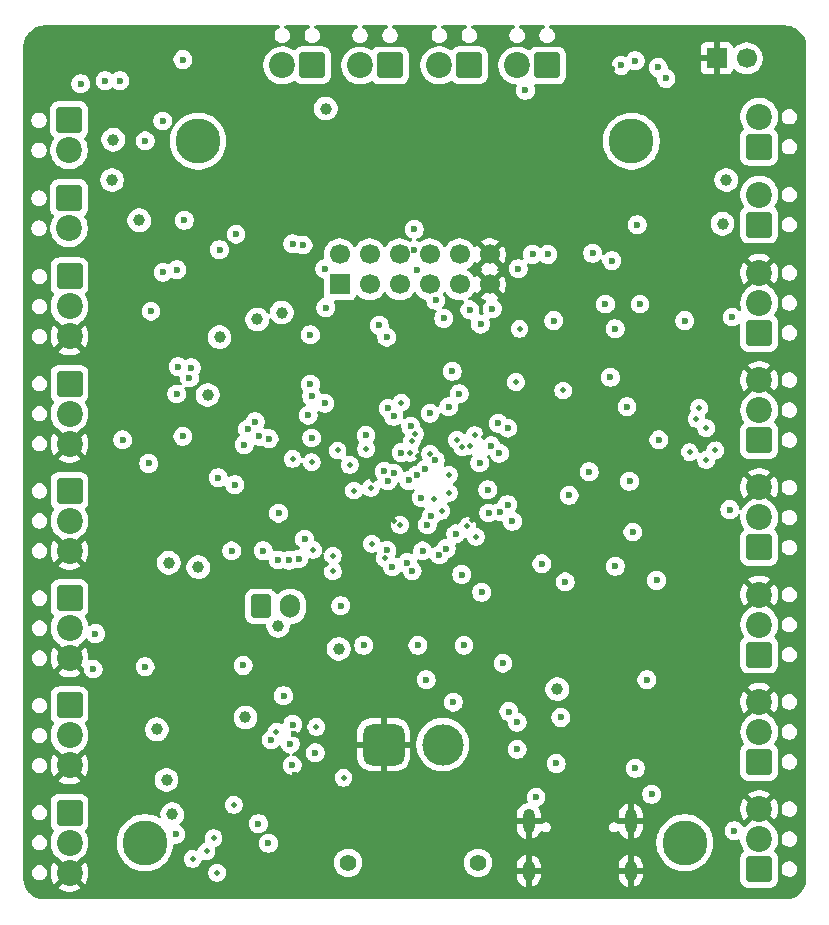
<source format=gbr>
%TF.GenerationSoftware,KiCad,Pcbnew,9.0.4*%
%TF.CreationDate,2025-11-05T21:14:26-05:00*%
%TF.ProjectId,Alpha_Breakout,416c7068-615f-4427-9265-616b6f75742e,rev?*%
%TF.SameCoordinates,Original*%
%TF.FileFunction,Copper,L2,Inr*%
%TF.FilePolarity,Positive*%
%FSLAX46Y46*%
G04 Gerber Fmt 4.6, Leading zero omitted, Abs format (unit mm)*
G04 Created by KiCad (PCBNEW 9.0.4) date 2025-11-05 21:14:26*
%MOMM*%
%LPD*%
G01*
G04 APERTURE LIST*
G04 Aperture macros list*
%AMRoundRect*
0 Rectangle with rounded corners*
0 $1 Rounding radius*
0 $2 $3 $4 $5 $6 $7 $8 $9 X,Y pos of 4 corners*
0 Add a 4 corners polygon primitive as box body*
4,1,4,$2,$3,$4,$5,$6,$7,$8,$9,$2,$3,0*
0 Add four circle primitives for the rounded corners*
1,1,$1+$1,$2,$3*
1,1,$1+$1,$4,$5*
1,1,$1+$1,$6,$7*
1,1,$1+$1,$8,$9*
0 Add four rect primitives between the rounded corners*
20,1,$1+$1,$2,$3,$4,$5,0*
20,1,$1+$1,$4,$5,$6,$7,0*
20,1,$1+$1,$6,$7,$8,$9,0*
20,1,$1+$1,$8,$9,$2,$3,0*%
G04 Aperture macros list end*
%TA.AperFunction,ComponentPad*%
%ADD10RoundRect,0.249999X-0.850001X0.850001X-0.850001X-0.850001X0.850001X-0.850001X0.850001X0.850001X0*%
%TD*%
%TA.AperFunction,ComponentPad*%
%ADD11C,2.200000*%
%TD*%
%TA.AperFunction,ComponentPad*%
%ADD12RoundRect,0.249999X0.850001X-0.850001X0.850001X0.850001X-0.850001X0.850001X-0.850001X-0.850001X0*%
%TD*%
%TA.AperFunction,ComponentPad*%
%ADD13RoundRect,0.249999X0.850001X0.850001X-0.850001X0.850001X-0.850001X-0.850001X0.850001X-0.850001X0*%
%TD*%
%TA.AperFunction,ComponentPad*%
%ADD14C,1.400000*%
%TD*%
%TA.AperFunction,ComponentPad*%
%ADD15RoundRect,0.770000X0.980000X0.980000X-0.980000X0.980000X-0.980000X-0.980000X0.980000X-0.980000X0*%
%TD*%
%TA.AperFunction,ComponentPad*%
%ADD16C,3.500000*%
%TD*%
%TA.AperFunction,ComponentPad*%
%ADD17C,3.800000*%
%TD*%
%TA.AperFunction,ComponentPad*%
%ADD18RoundRect,0.250000X-0.600000X-0.750000X0.600000X-0.750000X0.600000X0.750000X-0.600000X0.750000X0*%
%TD*%
%TA.AperFunction,ComponentPad*%
%ADD19O,1.700000X2.000000*%
%TD*%
%TA.AperFunction,ComponentPad*%
%ADD20R,1.700000X1.700000*%
%TD*%
%TA.AperFunction,ComponentPad*%
%ADD21C,1.700000*%
%TD*%
%TA.AperFunction,HeatsinkPad*%
%ADD22O,1.000000X2.100000*%
%TD*%
%TA.AperFunction,HeatsinkPad*%
%ADD23O,1.000000X1.800000*%
%TD*%
%TA.AperFunction,ViaPad*%
%ADD24C,0.500000*%
%TD*%
%TA.AperFunction,ViaPad*%
%ADD25C,0.600000*%
%TD*%
%TA.AperFunction,ViaPad*%
%ADD26C,1.000000*%
%TD*%
G04 APERTURE END LIST*
D10*
%TO.N,+5V*%
%TO.C,J7*%
X119200000Y-111000000D03*
D11*
%TO.N,CH_05*%
X119200000Y-113540000D03*
%TO.N,GND*%
X119200000Y-116080000D03*
%TD*%
D12*
%TO.N,+5V*%
%TO.C,J12*%
X177600000Y-115780000D03*
D11*
%TO.N,CH_10*%
X177600000Y-113240000D03*
%TO.N,GND*%
X177600000Y-110700000D03*
%TD*%
D12*
%TO.N,+5V*%
%TO.C,J8*%
X177600000Y-124860000D03*
D11*
%TO.N,CH_09*%
X177600000Y-122320000D03*
%TO.N,GND*%
X177600000Y-119780000D03*
%TD*%
D13*
%TO.N,Net-(J18-Pin_1)*%
%TO.C,J18*%
X146340000Y-65900000D03*
D11*
%TO.N,Net-(J18-Pin_2)*%
X143800000Y-65900000D03*
%TD*%
D10*
%TO.N,SW_PWR*%
%TO.C,J26*%
X119160000Y-70535147D03*
D11*
%TO.N,Net-(D5-A)*%
X119160000Y-73075147D03*
%TD*%
D12*
%TO.N,SW_PWR*%
%TO.C,J29*%
X177600000Y-72779288D03*
D11*
%TO.N,Net-(D8-A)*%
X177600000Y-70239288D03*
%TD*%
D14*
%TO.N,*%
%TO.C,J22*%
X153800000Y-133400000D03*
X142800000Y-133400000D03*
D15*
%TO.N,GND*%
X145800000Y-123400000D03*
D16*
%TO.N,+BATT*%
X150800000Y-123400000D03*
%TD*%
D10*
%TO.N,+5V*%
%TO.C,J14*%
X119200000Y-92840000D03*
D11*
%TO.N,CH_03*%
X119200000Y-95380000D03*
%TO.N,GND*%
X119200000Y-97920000D03*
%TD*%
D10*
%TO.N,+5V*%
%TO.C,J10*%
X119200000Y-83760000D03*
D11*
%TO.N,CH_02*%
X119200000Y-86300000D03*
%TO.N,GND*%
X119200000Y-88840000D03*
%TD*%
D10*
%TO.N,SW_PWR*%
%TO.C,J27*%
X119160000Y-77135149D03*
D11*
%TO.N,Net-(D6-A)*%
X119160000Y-79675149D03*
%TD*%
D12*
%TO.N,+5V*%
%TO.C,J16*%
X177600000Y-106700000D03*
D11*
%TO.N,CH_11*%
X177600000Y-104160000D03*
%TO.N,GND*%
X177600000Y-101620000D03*
%TD*%
D17*
%TO.N,N/C*%
%TO.C,H3*%
X171290000Y-131710000D03*
%TD*%
%TO.N,N/C*%
%TO.C,H1*%
X130090000Y-72310000D03*
%TD*%
D12*
%TO.N,SW_PWR*%
%TO.C,J28*%
X177600000Y-79369291D03*
D11*
%TO.N,Net-(D7-A)*%
X177600000Y-76829291D03*
%TD*%
D18*
%TO.N,+BATT*%
%TO.C,J36*%
X135400000Y-111700000D03*
D19*
%TO.N,PYRO_PWR*%
X137900000Y-111700000D03*
%TD*%
D20*
%TO.N,GND*%
%TO.C,J34*%
X174000000Y-65300000D03*
D21*
%TO.N,Net-(J34-Pin_2)*%
X176540000Y-65300000D03*
%TD*%
D17*
%TO.N,N/C*%
%TO.C,H2*%
X166780000Y-72310000D03*
%TD*%
D12*
%TO.N,+5V*%
%TO.C,J9*%
X177600000Y-88540000D03*
D11*
%TO.N,CH_13*%
X177600000Y-86000000D03*
%TO.N,GND*%
X177600000Y-83460000D03*
%TD*%
D22*
%TO.N,GND*%
%TO.C,J2*%
X158085000Y-129900000D03*
D23*
X158085000Y-134080000D03*
D22*
X166725000Y-129900000D03*
D23*
X166725000Y-134080000D03*
%TD*%
D12*
%TO.N,+5V*%
%TO.C,J5*%
X177600000Y-97620000D03*
D11*
%TO.N,CH_12*%
X177600000Y-95080000D03*
%TO.N,GND*%
X177600000Y-92540000D03*
%TD*%
D10*
%TO.N,+5V*%
%TO.C,J3*%
X119200000Y-101920000D03*
D11*
%TO.N,CH_04*%
X119200000Y-104460000D03*
%TO.N,GND*%
X119200000Y-107000000D03*
%TD*%
D13*
%TO.N,Net-(J19-Pin_1)*%
%TO.C,J19*%
X139750000Y-65890000D03*
D11*
%TO.N,Net-(J19-Pin_2)*%
X137210000Y-65890000D03*
%TD*%
D13*
%TO.N,Net-(J20-Pin_1)*%
%TO.C,J20*%
X153040000Y-65890000D03*
D11*
%TO.N,Net-(J20-Pin_2)*%
X150500000Y-65890000D03*
%TD*%
D13*
%TO.N,Net-(J21-Pin_1)*%
%TO.C,J21*%
X159640000Y-65900000D03*
D11*
%TO.N,Net-(J21-Pin_2)*%
X157100000Y-65900000D03*
%TD*%
D20*
%TO.N,+5V*%
%TO.C,J35*%
X142080000Y-84440000D03*
D21*
%TO.N,+3.3V*%
X142080000Y-81900000D03*
%TO.N,/Breakout/PB5*%
X144620000Y-84440000D03*
%TO.N,/Breakout/PB9*%
X144620000Y-81900000D03*
%TO.N,/Breakout/PB4*%
X147159999Y-84440000D03*
%TO.N,/Breakout/PA13*%
X147160000Y-81900000D03*
%TO.N,/Breakout/PB3*%
X149700000Y-84440000D03*
%TO.N,/Breakout/PA14*%
X149700000Y-81900000D03*
%TO.N,/Breakout/PB8*%
X152240000Y-84440000D03*
%TO.N,/Breakout/PA15*%
X152240000Y-81900000D03*
%TO.N,GND*%
X154780000Y-84440000D03*
X154780000Y-81900000D03*
%TD*%
D17*
%TO.N,N/C*%
%TO.C,H4*%
X125590000Y-131710000D03*
%TD*%
D12*
%TO.N,+5V*%
%TO.C,J4*%
X177600000Y-133940000D03*
D11*
%TO.N,CH_08*%
X177600000Y-131400000D03*
%TO.N,GND*%
X177600000Y-128860000D03*
%TD*%
D10*
%TO.N,+5V*%
%TO.C,J15*%
X119200000Y-129160000D03*
D11*
%TO.N,CH_07*%
X119200000Y-131700000D03*
%TO.N,GND*%
X119200000Y-134240000D03*
%TD*%
D10*
%TO.N,+5V*%
%TO.C,J11*%
X119200000Y-120080000D03*
D11*
%TO.N,CH_06*%
X119200000Y-122620000D03*
%TO.N,GND*%
X119200000Y-125160000D03*
%TD*%
D24*
%TO.N,FB*%
X131700000Y-134245000D03*
D25*
X137879073Y-123345573D03*
%TO.N,GND*%
X172600000Y-119500000D03*
D24*
X160700000Y-91700000D03*
D25*
X144300000Y-74100000D03*
X143600000Y-73100000D03*
D24*
X161300000Y-98200000D03*
D25*
X133500000Y-126700000D03*
D24*
X155300000Y-107200000D03*
D25*
X149900000Y-132700000D03*
X166100000Y-92300000D03*
X143000000Y-76100000D03*
D24*
X171000000Y-99153999D03*
D25*
X145400000Y-129700000D03*
X163100000Y-79200000D03*
X138231520Y-122489117D03*
X171500000Y-117600001D03*
X172600000Y-118600000D03*
X174300000Y-71200000D03*
X171400000Y-109700000D03*
D24*
X160700000Y-98200000D03*
D25*
X169300000Y-104100000D03*
X146900000Y-129700000D03*
D24*
X142212500Y-101312500D03*
X161300000Y-97600000D03*
D25*
X134000000Y-93800000D03*
D24*
X133600000Y-103900000D03*
D25*
X162400000Y-71400000D03*
X138352564Y-119414799D03*
X172640001Y-125262499D03*
D24*
X148685532Y-98960255D03*
D25*
X151400000Y-132700000D03*
X174300000Y-72000000D03*
X129800000Y-63200000D03*
X138800000Y-133225000D03*
X149900000Y-134200000D03*
D24*
X163900000Y-102400000D03*
D25*
X126242893Y-129057107D03*
X171500001Y-116700000D03*
D24*
X155700000Y-115300000D03*
D25*
X146900000Y-131200000D03*
X149500000Y-78100000D03*
X175300000Y-72000000D03*
X142800000Y-77100000D03*
D24*
X127200000Y-101800000D03*
X154309405Y-97398874D03*
X127900000Y-100300000D03*
D25*
X142100000Y-76100000D03*
X128900000Y-64100000D03*
X146900000Y-132700000D03*
X132500000Y-64100000D03*
X145400000Y-131200000D03*
X165165908Y-66217976D03*
D24*
X134200000Y-102000000D03*
D25*
X172600000Y-113800000D03*
X170800000Y-84599999D03*
X172300000Y-110800000D03*
D24*
X155900000Y-107900000D03*
D25*
X146900000Y-134200000D03*
X131600000Y-63200000D03*
D24*
X150200000Y-88800000D03*
X173880000Y-97520000D03*
D25*
X143200000Y-75100000D03*
D24*
X156500000Y-107700000D03*
X128600000Y-101000000D03*
D25*
X149900000Y-129700000D03*
D24*
X146639460Y-104485845D03*
D25*
X172600000Y-120500000D03*
X142300000Y-75100000D03*
D24*
X148400000Y-92300000D03*
D25*
X149600000Y-119500000D03*
X171000000Y-122950000D03*
D24*
X127200000Y-100300000D03*
D25*
X170800000Y-83500000D03*
D24*
X127200000Y-101000000D03*
X160900000Y-86500000D03*
D25*
X175300000Y-72800000D03*
X138700000Y-128300000D03*
D24*
X160700000Y-97600000D03*
X134800000Y-102000000D03*
D25*
X166000000Y-86500000D03*
X161300000Y-71400000D03*
X160900000Y-79200000D03*
D24*
X153300000Y-104400000D03*
D25*
X132975000Y-108000000D03*
D24*
X155200000Y-114900000D03*
X134650000Y-131300000D03*
X145325000Y-90800000D03*
D25*
X139300000Y-134100000D03*
D24*
X166500000Y-100000000D03*
X174100000Y-129600000D03*
X164200000Y-103400000D03*
D25*
X169300000Y-102600000D03*
X148400000Y-132700000D03*
D24*
X159900000Y-91700000D03*
X160800000Y-95900000D03*
D25*
X138400000Y-130400000D03*
X144100000Y-75100000D03*
D24*
X130675000Y-130500500D03*
X143200000Y-93900000D03*
D25*
X141900000Y-77100000D03*
D24*
X128600000Y-100300000D03*
D25*
X131600000Y-64900000D03*
X151400000Y-131200000D03*
X162000001Y-79200000D03*
X142300000Y-120975000D03*
X174300000Y-72800000D03*
X145400000Y-134200000D03*
D24*
X128600000Y-101800000D03*
D25*
X149900000Y-131200000D03*
X129800000Y-64100000D03*
X132500000Y-64900000D03*
X135442698Y-121416012D03*
X134400000Y-134145000D03*
X130700000Y-63200000D03*
X138300000Y-126000000D03*
D24*
X127900000Y-101800000D03*
D25*
X142700000Y-73100000D03*
X148400000Y-131200000D03*
X171400000Y-110800000D03*
X141900000Y-96200000D03*
X132500000Y-63200000D03*
D24*
X159200000Y-91700000D03*
X132225000Y-130500500D03*
D25*
X163500000Y-71400000D03*
X172600000Y-114800000D03*
X147600000Y-74700000D03*
X145400000Y-132700000D03*
X169300000Y-105700000D03*
X172600000Y-112900000D03*
D24*
X144853851Y-100957613D03*
D25*
X143700000Y-77100000D03*
X147300000Y-78100000D03*
X171400000Y-108600000D03*
X166700000Y-82900000D03*
X148400000Y-134200000D03*
D24*
X157100000Y-89800000D03*
D25*
X175300000Y-71200000D03*
X151400000Y-129700000D03*
X132923000Y-105700000D03*
X130700000Y-64900000D03*
X172600000Y-111900000D03*
X123925000Y-93491942D03*
D24*
X127900000Y-101000000D03*
X140890676Y-108134782D03*
D25*
X142500000Y-74100000D03*
X143900000Y-76100000D03*
D24*
X147200000Y-87000000D03*
D25*
X148400000Y-78100000D03*
D24*
X134500000Y-101500000D03*
D25*
X170800000Y-85700000D03*
X144500000Y-73100000D03*
X151400000Y-134200000D03*
X172600000Y-115700000D03*
X172600000Y-116700000D03*
X172300000Y-108600000D03*
X130700000Y-64100000D03*
X172600000Y-117600000D03*
X128900000Y-63200000D03*
D24*
X144224019Y-91871106D03*
D25*
X172300000Y-109700000D03*
D24*
X159200000Y-86600000D03*
D25*
X148400000Y-129700000D03*
X143400000Y-74100000D03*
X131600000Y-64100000D03*
%TO.N,+BATT*%
X155900000Y-116500000D03*
X149400000Y-117900000D03*
X156400000Y-120600000D03*
%TO.N,+5V*%
X171300000Y-87500000D03*
D24*
X157300000Y-88200000D03*
D25*
X138100000Y-121700000D03*
X132923000Y-107000297D03*
X139100904Y-106000904D03*
X166613500Y-101113500D03*
X128800000Y-65400000D03*
X175300000Y-87200000D03*
X150200000Y-85775000D03*
X121200000Y-117000000D03*
X121400000Y-114000000D03*
X175500000Y-130700000D03*
X160200000Y-87500000D03*
X175100000Y-103500000D03*
X148600000Y-83200000D03*
X125600000Y-116800000D03*
X133300000Y-80175000D03*
X135600000Y-106980999D03*
X120150000Y-67450000D03*
X136262500Y-123000000D03*
%TO.N,+3.3V*%
X167100000Y-125400000D03*
X140800000Y-83100000D03*
X148700000Y-115000000D03*
X169700000Y-67000000D03*
X165400000Y-88200000D03*
X168500000Y-127600000D03*
X160400000Y-125000000D03*
X144100000Y-115000000D03*
X168900000Y-109500000D03*
X161167582Y-109625000D03*
X160800000Y-121100000D03*
D24*
X148000018Y-98700018D03*
D25*
X164576000Y-86100000D03*
X161500000Y-102300000D03*
X139707132Y-97443214D03*
D24*
X172500000Y-94900000D03*
D25*
X155500000Y-96200000D03*
X156700000Y-104500000D03*
X128800000Y-97300000D03*
X131800000Y-100800000D03*
X136900000Y-103800000D03*
D24*
X147179674Y-104798973D03*
D25*
X133200000Y-101400000D03*
X123700000Y-97600000D03*
D24*
X141484637Y-107409042D03*
X144717750Y-101657934D03*
D25*
X154600000Y-101825000D03*
X166400000Y-94800000D03*
X168090001Y-117909999D03*
X165000000Y-92300000D03*
D24*
X141900000Y-98500000D03*
D25*
X126100000Y-86700000D03*
X134919828Y-96054414D03*
D24*
X143286681Y-101891398D03*
D25*
X139600000Y-92900000D03*
D24*
X173880000Y-98480000D03*
X157000000Y-92700000D03*
X147297975Y-94438901D03*
D25*
X156300000Y-96600000D03*
X152600000Y-114989000D03*
X167500000Y-86100000D03*
X163200000Y-100300000D03*
%TO.N,/prog/USB_RX*%
X149338243Y-100075000D03*
X147794638Y-107989246D03*
X149000000Y-102500000D03*
X152400000Y-109000000D03*
X146637060Y-100420944D03*
X157100000Y-121500000D03*
X157100000Y-123800000D03*
D24*
%TO.N,Net-(PS1-FB)*%
X131401419Y-131321739D03*
X129622589Y-133077868D03*
D25*
%TO.N,/prog/USB_TX*%
X151300000Y-94800000D03*
X148598745Y-100611201D03*
X150177484Y-99342116D03*
D24*
%TO.N,Net-(U1-NRST)*%
X141499701Y-108734499D03*
D25*
X154100000Y-110500000D03*
%TO.N,Net-(U1-BOOT0)*%
X142160847Y-111639153D03*
X144300000Y-97200000D03*
D24*
X144306940Y-98366351D03*
D25*
X159200000Y-108100000D03*
%TO.N,/stm32f1/SPI1_MISO*%
X154691942Y-103791942D03*
X136100000Y-97500000D03*
X149500000Y-104800000D03*
D26*
%TO.N,SW_PWR*%
X174500000Y-79300000D03*
X125099000Y-79000000D03*
X174800000Y-75600000D03*
X127600000Y-108000000D03*
X142000000Y-115300000D03*
X122900000Y-72200000D03*
X122800000Y-75600000D03*
X160500000Y-118700000D03*
D25*
%TO.N,/stm32f1/SPI1_MOSI*%
X149815136Y-104064682D03*
X156283884Y-103083884D03*
D24*
X138090137Y-99209863D03*
D25*
%TO.N,Net-(J23-Pin_1)*%
X123472501Y-67200000D03*
X128300000Y-83200000D03*
%TO.N,Net-(J23-Pin_2)*%
X127114000Y-83414000D03*
X127100000Y-70600000D03*
X122222501Y-67200000D03*
X125608518Y-72291127D03*
%TO.N,Net-(C31-Pad1)*%
X128200000Y-131000000D03*
X140000000Y-124100000D03*
D26*
%TO.N,Net-(C31-Pad2)*%
X127900000Y-129300000D03*
X126600000Y-122100000D03*
D25*
%TO.N,/ADCs/SDA*%
X148089456Y-96465000D03*
X147293953Y-98673077D03*
D24*
X139707844Y-99492156D03*
D25*
X145850299Y-100276000D03*
%TO.N,/RS-485/DIR_RS485*%
X128400000Y-91400000D03*
X150518106Y-107349000D03*
X148205158Y-108675888D03*
%TO.N,Net-(D3-K)*%
X133900000Y-116700000D03*
X151700000Y-119800000D03*
%TO.N,Net-(D9-K)*%
X138591962Y-107686863D03*
D24*
X139825000Y-106914079D03*
%TO.N,Net-(U8-T-)*%
X173100000Y-99300000D03*
X173100000Y-96600000D03*
X171699999Y-98641320D03*
%TO.N,en*%
X142400000Y-126200000D03*
X130800000Y-132448000D03*
D25*
%TO.N,Net-(J18-Pin_2)*%
X139600000Y-88700000D03*
D24*
%TO.N,Net-(PS1-VBST)*%
X133100000Y-128500000D03*
D25*
X138050000Y-125150000D03*
%TO.N,/stm32f1/TC2_CS*%
X155673145Y-103704015D03*
D24*
X150700000Y-103600000D03*
D25*
%TO.N,USB_V+*%
X158700000Y-127844000D03*
X137318883Y-119265001D03*
D26*
%TO.N,BATT_V+*%
X127425000Y-126400000D03*
D25*
X135200000Y-130100000D03*
D26*
X134100000Y-121100000D03*
D25*
X136045937Y-131761240D03*
D24*
X136715947Y-122292992D03*
X140100000Y-121900000D03*
D25*
%TO.N,Net-(J18-Pin_1)*%
X140800000Y-94500000D03*
%TO.N,Net-(J19-Pin_2)*%
X125900000Y-99600000D03*
%TO.N,Net-(J19-Pin_1)*%
X128275828Y-93718783D03*
%TO.N,Net-(J20-Pin_1)*%
X154000000Y-87800000D03*
%TO.N,Net-(J20-Pin_2)*%
X151600000Y-91800000D03*
D24*
%TO.N,Net-(J21-Pin_2)*%
X172278768Y-95821232D03*
D25*
%TO.N,Net-(J21-Pin_1)*%
X169100000Y-97600000D03*
D26*
%TO.N,Net-(J34-Pin_2)*%
X131900000Y-88900000D03*
X140900000Y-69552000D03*
D25*
%TO.N,SCL_5V*%
X137800000Y-107800000D03*
X166900000Y-105400000D03*
%TO.N,SDA_5V*%
X136858058Y-107775000D03*
X165400000Y-108300000D03*
%TO.N,/Breakout/PA14*%
X150882558Y-87317442D03*
D24*
X148424691Y-97079506D03*
%TO.N,/ADS1231/LC_DRDY{slash}DOUT*%
X161000000Y-93418785D03*
X152000000Y-97600000D03*
D25*
%TO.N,/Accelerometer/ACC_SDA*%
X163500000Y-81800000D03*
X155000000Y-86500000D03*
X167100000Y-65499000D03*
D24*
X150028768Y-102617029D03*
D25*
X157200000Y-83100000D03*
%TO.N,/Breakout/PB4*%
X146206088Y-94940222D03*
X145425000Y-87900000D03*
%TO.N,/Solenoids/S1*%
X128925000Y-79000000D03*
X139700000Y-93900000D03*
X131900000Y-81500000D03*
X147922472Y-101038588D03*
%TO.N,/Solenoids/S2*%
X140900000Y-86400000D03*
X149724997Y-95343145D03*
D24*
X153068152Y-98089384D03*
D25*
X153929379Y-99529379D03*
D24*
%TO.N,/ADS1231/LC_SCLK*%
X153500000Y-97200000D03*
X152459577Y-98207870D03*
%TO.N,/Breakout/PA15*%
X148167254Y-97708573D03*
D25*
X153100000Y-86600000D03*
%TO.N,/Breakout/PB8*%
X138100000Y-81000000D03*
X146149144Y-101066972D03*
%TO.N,/Breakout/PA13*%
X152200000Y-93700000D03*
D24*
X149736532Y-98798457D03*
D25*
X148397567Y-81544791D03*
X148397567Y-79775000D03*
%TO.N,/Breakout/PB9*%
X138975000Y-81100000D03*
D24*
X142918261Y-99718261D03*
D25*
%TO.N,/Breakout/PB3*%
X146050000Y-88900000D03*
X146658520Y-95600000D03*
%TO.N,Net-(J30-Pin_2)*%
X159700000Y-81900000D03*
X169033086Y-66066914D03*
%TO.N,Net-(J30-Pin_3)*%
X158400000Y-81900000D03*
X157800000Y-68000000D03*
%TO.N,/Pyro/PYRO1*%
X139405001Y-95500000D03*
D24*
X151313258Y-100573000D03*
%TO.N,/Hardware_Safe/K1*%
X144797832Y-106402168D03*
X145894835Y-107618586D03*
%TO.N,/Hardware_Safe/BW1*%
X153600000Y-105800000D03*
X152887104Y-104912896D03*
D26*
%TO.N,PYRO_PWR*%
X136857107Y-113342893D03*
X137175000Y-86824911D03*
X130900000Y-93800000D03*
X130101302Y-108373962D03*
X135100000Y-87400000D03*
D25*
%TO.N,/Accelerometer/ACC_SCL*%
X165900000Y-65900000D03*
D24*
X151314674Y-102075000D03*
D25*
%TO.N,/Solenoids/S3*%
X165123037Y-82423037D03*
X155600000Y-98723877D03*
%TO.N,/Solenoids/S4*%
X154889662Y-98098877D03*
X167274000Y-79388190D03*
%TO.N,/RS-485/TX_RS485*%
X146543638Y-108330133D03*
X129500000Y-91500000D03*
%TO.N,/stm32f1/SPI1_SCK*%
X151100000Y-106800000D03*
X135276347Y-97304414D03*
%TO.N,/RS-485/RX_RS485*%
X149100000Y-107000000D03*
X129358058Y-92341942D03*
%TO.N,/stm32f1/TC3_CS*%
X134000000Y-98000000D03*
X146082271Y-106944144D03*
%TO.N,/stm32f1/TC1_CS*%
X151910327Y-105563881D03*
X134272463Y-96679414D03*
%TD*%
%TA.AperFunction,Conductor*%
%TO.N,GND*%
G36*
X154314075Y-84632993D02*
G01*
X154379901Y-84747007D01*
X154472993Y-84840099D01*
X154587007Y-84905925D01*
X154650590Y-84922962D01*
X154018282Y-85555269D01*
X154018282Y-85555270D01*
X154072449Y-85594624D01*
X154261784Y-85691096D01*
X154382595Y-85730349D01*
X154440271Y-85769786D01*
X154467470Y-85834144D01*
X154455556Y-85902990D01*
X154431960Y-85935960D01*
X154378214Y-85989706D01*
X154378210Y-85989711D01*
X154290609Y-86120814D01*
X154290602Y-86120827D01*
X154230264Y-86266498D01*
X154230261Y-86266510D01*
X154199501Y-86421150D01*
X154199500Y-86421155D01*
X154199500Y-86578846D01*
X154230261Y-86733489D01*
X154230263Y-86733496D01*
X154275156Y-86841881D01*
X154275455Y-86844664D01*
X154277115Y-86846919D01*
X154279166Y-86879186D01*
X154282624Y-86911350D01*
X154281370Y-86913854D01*
X154281548Y-86916648D01*
X154265826Y-86944906D01*
X154251348Y-86973829D01*
X154248940Y-86975257D01*
X154247579Y-86977704D01*
X154219078Y-86992975D01*
X154191259Y-87009481D01*
X154187706Y-87009784D01*
X154185993Y-87010703D01*
X154176406Y-87010750D01*
X154150770Y-87012942D01*
X154143523Y-87012366D01*
X154078842Y-86999500D01*
X153981638Y-86999500D01*
X153976731Y-86999110D01*
X153948505Y-86988327D01*
X153919516Y-86979815D01*
X153916197Y-86975984D01*
X153911462Y-86974176D01*
X153893544Y-86949841D01*
X153873761Y-86927011D01*
X153873039Y-86921995D01*
X153870034Y-86917913D01*
X153868116Y-86887757D01*
X153863817Y-86857853D01*
X153865765Y-86850768D01*
X153865601Y-86848184D01*
X153867331Y-86845073D01*
X153868840Y-86839588D01*
X153867969Y-86839324D01*
X153869731Y-86833509D01*
X153869737Y-86833497D01*
X153889630Y-86733489D01*
X153900500Y-86678844D01*
X153900500Y-86521155D01*
X153900499Y-86521153D01*
X153892148Y-86479172D01*
X153869737Y-86366503D01*
X153850955Y-86321158D01*
X153809397Y-86220827D01*
X153809390Y-86220814D01*
X153721789Y-86089711D01*
X153721786Y-86089707D01*
X153610292Y-85978213D01*
X153610288Y-85978210D01*
X153479185Y-85890609D01*
X153479172Y-85890602D01*
X153333501Y-85830264D01*
X153333489Y-85830261D01*
X153178845Y-85799500D01*
X153178842Y-85799500D01*
X153048050Y-85799500D01*
X152981011Y-85779815D01*
X152935256Y-85727011D01*
X152925312Y-85657853D01*
X152954337Y-85594297D01*
X152975165Y-85575182D01*
X153119785Y-85470109D01*
X153119783Y-85470109D01*
X153119792Y-85470104D01*
X153270104Y-85319792D01*
X153270106Y-85319788D01*
X153270109Y-85319786D01*
X153355890Y-85201717D01*
X153395051Y-85147816D01*
X153399793Y-85138508D01*
X153447763Y-85087711D01*
X153515583Y-85070911D01*
X153581719Y-85093445D01*
X153620763Y-85138500D01*
X153625373Y-85147547D01*
X153664728Y-85201716D01*
X154297036Y-84569407D01*
X154314075Y-84632993D01*
G37*
%TD.AperFunction*%
%TA.AperFunction,Conductor*%
G36*
X154314075Y-82092993D02*
G01*
X154379901Y-82207007D01*
X154472993Y-82300099D01*
X154587007Y-82365925D01*
X154650591Y-82382962D01*
X154049971Y-82983581D01*
X154128711Y-83100895D01*
X154129920Y-83104729D01*
X154132844Y-83107491D01*
X154140343Y-83137778D01*
X154149727Y-83167529D01*
X154148671Y-83171408D01*
X154149638Y-83175312D01*
X154139573Y-83204844D01*
X154131383Y-83234947D01*
X154128397Y-83237640D01*
X154127100Y-83241447D01*
X154082051Y-83280483D01*
X154072440Y-83285380D01*
X154018282Y-83324727D01*
X154018282Y-83324728D01*
X154650591Y-83957037D01*
X154587007Y-83974075D01*
X154472993Y-84039901D01*
X154379901Y-84132993D01*
X154314075Y-84247007D01*
X154297037Y-84310591D01*
X153664728Y-83678282D01*
X153664727Y-83678282D01*
X153625380Y-83732440D01*
X153625376Y-83732446D01*
X153620760Y-83741505D01*
X153572781Y-83792297D01*
X153504959Y-83809087D01*
X153438826Y-83786543D01*
X153399794Y-83741493D01*
X153395051Y-83732184D01*
X153395049Y-83732181D01*
X153395048Y-83732179D01*
X153270109Y-83560213D01*
X153119786Y-83409890D01*
X152947820Y-83284951D01*
X152947115Y-83284591D01*
X152939054Y-83280485D01*
X152888259Y-83232512D01*
X152871463Y-83164692D01*
X152893999Y-83098556D01*
X152939054Y-83059515D01*
X152947816Y-83055051D01*
X152996211Y-83019890D01*
X153119786Y-82930109D01*
X153119788Y-82930106D01*
X153119792Y-82930104D01*
X153270104Y-82779792D01*
X153270106Y-82779788D01*
X153270109Y-82779786D01*
X153350064Y-82669736D01*
X153395051Y-82607816D01*
X153399793Y-82598508D01*
X153447763Y-82547711D01*
X153515583Y-82530911D01*
X153581719Y-82553445D01*
X153620763Y-82598500D01*
X153625373Y-82607547D01*
X153664728Y-82661716D01*
X154297036Y-82029407D01*
X154314075Y-82092993D01*
G37*
%TD.AperFunction*%
%TA.AperFunction,Conductor*%
G36*
X136980542Y-62530186D02*
G01*
X137026297Y-62582990D01*
X137036241Y-62652148D01*
X137007216Y-62715704D01*
X136960955Y-62749062D01*
X136901879Y-62773531D01*
X136901866Y-62773538D01*
X136795331Y-62844723D01*
X136795327Y-62844726D01*
X136704726Y-62935327D01*
X136704723Y-62935331D01*
X136633538Y-63041866D01*
X136633533Y-63041875D01*
X136584499Y-63160255D01*
X136584497Y-63160261D01*
X136559500Y-63285928D01*
X136559500Y-63285931D01*
X136559500Y-63414069D01*
X136559500Y-63414071D01*
X136559499Y-63414071D01*
X136584497Y-63539738D01*
X136584499Y-63539744D01*
X136633533Y-63658124D01*
X136633538Y-63658133D01*
X136704723Y-63764668D01*
X136704726Y-63764672D01*
X136795327Y-63855273D01*
X136795331Y-63855276D01*
X136901866Y-63926461D01*
X136901872Y-63926464D01*
X136901873Y-63926465D01*
X137020256Y-63975501D01*
X137020260Y-63975501D01*
X137020261Y-63975502D01*
X137145928Y-64000500D01*
X137145931Y-64000500D01*
X137274071Y-64000500D01*
X137363287Y-63982753D01*
X137399744Y-63975501D01*
X137518127Y-63926465D01*
X137624669Y-63855276D01*
X137715276Y-63764669D01*
X137786465Y-63658127D01*
X137835501Y-63539744D01*
X137843682Y-63498615D01*
X137860500Y-63414071D01*
X137860500Y-63285928D01*
X137835502Y-63160261D01*
X137835501Y-63160260D01*
X137835501Y-63160256D01*
X137786465Y-63041873D01*
X137786464Y-63041872D01*
X137786461Y-63041866D01*
X137715276Y-62935331D01*
X137715273Y-62935327D01*
X137624672Y-62844726D01*
X137624668Y-62844723D01*
X137518133Y-62773538D01*
X137518120Y-62773531D01*
X137459045Y-62749062D01*
X137404641Y-62705221D01*
X137382576Y-62638927D01*
X137399855Y-62571228D01*
X137450992Y-62523617D01*
X137506497Y-62510501D01*
X139453503Y-62510501D01*
X139520542Y-62530186D01*
X139566297Y-62582990D01*
X139576241Y-62652148D01*
X139547216Y-62715704D01*
X139500955Y-62749062D01*
X139441879Y-62773531D01*
X139441866Y-62773538D01*
X139335331Y-62844723D01*
X139335327Y-62844726D01*
X139244726Y-62935327D01*
X139244723Y-62935331D01*
X139173538Y-63041866D01*
X139173533Y-63041875D01*
X139124499Y-63160255D01*
X139124497Y-63160261D01*
X139099500Y-63285928D01*
X139099500Y-63285931D01*
X139099500Y-63414069D01*
X139099500Y-63414071D01*
X139099499Y-63414071D01*
X139124497Y-63539738D01*
X139124499Y-63539744D01*
X139173533Y-63658124D01*
X139173538Y-63658133D01*
X139244723Y-63764668D01*
X139244726Y-63764672D01*
X139335327Y-63855273D01*
X139335331Y-63855276D01*
X139441866Y-63926461D01*
X139441872Y-63926464D01*
X139441873Y-63926465D01*
X139560256Y-63975501D01*
X139560260Y-63975501D01*
X139560261Y-63975502D01*
X139685928Y-64000500D01*
X139685931Y-64000500D01*
X139814071Y-64000500D01*
X139903287Y-63982753D01*
X139939744Y-63975501D01*
X140058127Y-63926465D01*
X140164669Y-63855276D01*
X140255276Y-63764669D01*
X140326465Y-63658127D01*
X140375501Y-63539744D01*
X140383682Y-63498615D01*
X140400500Y-63414071D01*
X140400500Y-63285928D01*
X140375502Y-63160261D01*
X140375501Y-63160260D01*
X140375501Y-63160256D01*
X140326465Y-63041873D01*
X140326464Y-63041872D01*
X140326461Y-63041866D01*
X140255276Y-62935331D01*
X140255273Y-62935327D01*
X140164672Y-62844726D01*
X140164668Y-62844723D01*
X140058133Y-62773538D01*
X140058120Y-62773531D01*
X139999045Y-62749062D01*
X139944641Y-62705221D01*
X139922576Y-62638927D01*
X139939855Y-62571228D01*
X139990992Y-62523617D01*
X140046497Y-62510501D01*
X143527645Y-62510501D01*
X143594684Y-62530186D01*
X143640439Y-62582990D01*
X143650383Y-62652148D01*
X143621358Y-62715704D01*
X143575098Y-62749062D01*
X143491875Y-62783533D01*
X143491866Y-62783538D01*
X143385331Y-62854723D01*
X143385327Y-62854726D01*
X143294726Y-62945327D01*
X143294723Y-62945331D01*
X143223538Y-63051866D01*
X143223533Y-63051875D01*
X143174499Y-63170255D01*
X143174497Y-63170261D01*
X143149500Y-63295928D01*
X143149500Y-63295931D01*
X143149500Y-63424069D01*
X143149500Y-63424071D01*
X143149499Y-63424071D01*
X143174497Y-63549738D01*
X143174499Y-63549744D01*
X143223533Y-63668124D01*
X143223538Y-63668133D01*
X143294723Y-63774668D01*
X143294726Y-63774672D01*
X143385327Y-63865273D01*
X143385331Y-63865276D01*
X143491866Y-63936461D01*
X143491872Y-63936464D01*
X143491873Y-63936465D01*
X143610256Y-63985501D01*
X143610260Y-63985501D01*
X143610261Y-63985502D01*
X143735928Y-64010500D01*
X143735931Y-64010500D01*
X143864071Y-64010500D01*
X143948615Y-63993682D01*
X143989744Y-63985501D01*
X144108127Y-63936465D01*
X144214669Y-63865276D01*
X144305276Y-63774669D01*
X144376465Y-63668127D01*
X144425501Y-63549744D01*
X144450500Y-63424069D01*
X144450500Y-63295931D01*
X144450500Y-63295928D01*
X144425502Y-63170261D01*
X144425501Y-63170260D01*
X144425501Y-63170256D01*
X144376465Y-63051873D01*
X144376464Y-63051872D01*
X144376461Y-63051866D01*
X144305276Y-62945331D01*
X144305273Y-62945327D01*
X144214672Y-62854726D01*
X144214668Y-62854723D01*
X144108133Y-62783538D01*
X144108124Y-62783533D01*
X144024902Y-62749062D01*
X143970499Y-62705221D01*
X143948434Y-62638927D01*
X143965713Y-62571228D01*
X144016850Y-62523617D01*
X144072355Y-62510501D01*
X146067645Y-62510501D01*
X146134684Y-62530186D01*
X146180439Y-62582990D01*
X146190383Y-62652148D01*
X146161358Y-62715704D01*
X146115098Y-62749062D01*
X146031875Y-62783533D01*
X146031866Y-62783538D01*
X145925331Y-62854723D01*
X145925327Y-62854726D01*
X145834726Y-62945327D01*
X145834723Y-62945331D01*
X145763538Y-63051866D01*
X145763533Y-63051875D01*
X145714499Y-63170255D01*
X145714497Y-63170261D01*
X145689500Y-63295928D01*
X145689500Y-63295931D01*
X145689500Y-63424069D01*
X145689500Y-63424071D01*
X145689499Y-63424071D01*
X145714497Y-63549738D01*
X145714499Y-63549744D01*
X145763533Y-63668124D01*
X145763538Y-63668133D01*
X145834723Y-63774668D01*
X145834726Y-63774672D01*
X145925327Y-63865273D01*
X145925331Y-63865276D01*
X146031866Y-63936461D01*
X146031872Y-63936464D01*
X146031873Y-63936465D01*
X146150256Y-63985501D01*
X146150260Y-63985501D01*
X146150261Y-63985502D01*
X146275928Y-64010500D01*
X146275931Y-64010500D01*
X146404071Y-64010500D01*
X146488615Y-63993682D01*
X146529744Y-63985501D01*
X146648127Y-63936465D01*
X146754669Y-63865276D01*
X146845276Y-63774669D01*
X146916465Y-63668127D01*
X146965501Y-63549744D01*
X146990500Y-63424069D01*
X146990500Y-63295931D01*
X146990500Y-63295928D01*
X146965502Y-63170261D01*
X146965501Y-63170260D01*
X146965501Y-63170256D01*
X146916465Y-63051873D01*
X146916464Y-63051872D01*
X146916461Y-63051866D01*
X146845276Y-62945331D01*
X146845273Y-62945327D01*
X146754672Y-62854726D01*
X146754668Y-62854723D01*
X146648133Y-62783538D01*
X146648124Y-62783533D01*
X146564902Y-62749062D01*
X146510499Y-62705221D01*
X146488434Y-62638927D01*
X146505713Y-62571228D01*
X146556850Y-62523617D01*
X146612355Y-62510501D01*
X150203503Y-62510501D01*
X150270542Y-62530186D01*
X150316297Y-62582990D01*
X150326241Y-62652148D01*
X150297216Y-62715704D01*
X150250955Y-62749062D01*
X150191879Y-62773531D01*
X150191866Y-62773538D01*
X150085331Y-62844723D01*
X150085327Y-62844726D01*
X149994726Y-62935327D01*
X149994723Y-62935331D01*
X149923538Y-63041866D01*
X149923533Y-63041875D01*
X149874499Y-63160255D01*
X149874497Y-63160261D01*
X149849500Y-63285928D01*
X149849500Y-63285931D01*
X149849500Y-63414069D01*
X149849500Y-63414071D01*
X149849499Y-63414071D01*
X149874497Y-63539738D01*
X149874499Y-63539744D01*
X149923533Y-63658124D01*
X149923538Y-63658133D01*
X149994723Y-63764668D01*
X149994726Y-63764672D01*
X150085327Y-63855273D01*
X150085331Y-63855276D01*
X150191866Y-63926461D01*
X150191872Y-63926464D01*
X150191873Y-63926465D01*
X150310256Y-63975501D01*
X150310260Y-63975501D01*
X150310261Y-63975502D01*
X150435928Y-64000500D01*
X150435931Y-64000500D01*
X150564071Y-64000500D01*
X150653287Y-63982753D01*
X150689744Y-63975501D01*
X150808127Y-63926465D01*
X150914669Y-63855276D01*
X151005276Y-63764669D01*
X151076465Y-63658127D01*
X151125501Y-63539744D01*
X151133682Y-63498615D01*
X151150500Y-63414071D01*
X151150500Y-63285928D01*
X151125502Y-63160261D01*
X151125501Y-63160260D01*
X151125501Y-63160256D01*
X151076465Y-63041873D01*
X151076464Y-63041872D01*
X151076461Y-63041866D01*
X151005276Y-62935331D01*
X151005273Y-62935327D01*
X150914672Y-62844726D01*
X150914668Y-62844723D01*
X150808133Y-62773538D01*
X150808120Y-62773531D01*
X150749045Y-62749062D01*
X150694641Y-62705221D01*
X150672576Y-62638927D01*
X150689855Y-62571228D01*
X150740992Y-62523617D01*
X150796497Y-62510501D01*
X152743503Y-62510501D01*
X152810542Y-62530186D01*
X152856297Y-62582990D01*
X152866241Y-62652148D01*
X152837216Y-62715704D01*
X152790955Y-62749062D01*
X152731879Y-62773531D01*
X152731866Y-62773538D01*
X152625331Y-62844723D01*
X152625327Y-62844726D01*
X152534726Y-62935327D01*
X152534723Y-62935331D01*
X152463538Y-63041866D01*
X152463533Y-63041875D01*
X152414499Y-63160255D01*
X152414497Y-63160261D01*
X152389500Y-63285928D01*
X152389500Y-63285931D01*
X152389500Y-63414069D01*
X152389500Y-63414071D01*
X152389499Y-63414071D01*
X152414497Y-63539738D01*
X152414499Y-63539744D01*
X152463533Y-63658124D01*
X152463538Y-63658133D01*
X152534723Y-63764668D01*
X152534726Y-63764672D01*
X152625327Y-63855273D01*
X152625331Y-63855276D01*
X152731866Y-63926461D01*
X152731872Y-63926464D01*
X152731873Y-63926465D01*
X152850256Y-63975501D01*
X152850260Y-63975501D01*
X152850261Y-63975502D01*
X152975928Y-64000500D01*
X152975931Y-64000500D01*
X153104071Y-64000500D01*
X153193287Y-63982753D01*
X153229744Y-63975501D01*
X153348127Y-63926465D01*
X153454669Y-63855276D01*
X153545276Y-63764669D01*
X153616465Y-63658127D01*
X153665501Y-63539744D01*
X153673682Y-63498615D01*
X153690500Y-63414071D01*
X153690500Y-63285928D01*
X153665502Y-63160261D01*
X153665501Y-63160260D01*
X153665501Y-63160256D01*
X153616465Y-63041873D01*
X153616464Y-63041872D01*
X153616461Y-63041866D01*
X153545276Y-62935331D01*
X153545273Y-62935327D01*
X153454672Y-62844726D01*
X153454668Y-62844723D01*
X153348133Y-62773538D01*
X153348120Y-62773531D01*
X153289045Y-62749062D01*
X153234641Y-62705221D01*
X153212576Y-62638927D01*
X153229855Y-62571228D01*
X153280992Y-62523617D01*
X153336497Y-62510501D01*
X156827645Y-62510501D01*
X156894684Y-62530186D01*
X156940439Y-62582990D01*
X156950383Y-62652148D01*
X156921358Y-62715704D01*
X156875098Y-62749062D01*
X156791875Y-62783533D01*
X156791866Y-62783538D01*
X156685331Y-62854723D01*
X156685327Y-62854726D01*
X156594726Y-62945327D01*
X156594723Y-62945331D01*
X156523538Y-63051866D01*
X156523533Y-63051875D01*
X156474499Y-63170255D01*
X156474497Y-63170261D01*
X156449500Y-63295928D01*
X156449500Y-63295931D01*
X156449500Y-63424069D01*
X156449500Y-63424071D01*
X156449499Y-63424071D01*
X156474497Y-63549738D01*
X156474499Y-63549744D01*
X156523533Y-63668124D01*
X156523538Y-63668133D01*
X156594723Y-63774668D01*
X156594726Y-63774672D01*
X156685327Y-63865273D01*
X156685331Y-63865276D01*
X156791866Y-63936461D01*
X156791872Y-63936464D01*
X156791873Y-63936465D01*
X156910256Y-63985501D01*
X156910260Y-63985501D01*
X156910261Y-63985502D01*
X157035928Y-64010500D01*
X157035931Y-64010500D01*
X157164071Y-64010500D01*
X157248615Y-63993682D01*
X157289744Y-63985501D01*
X157408127Y-63936465D01*
X157514669Y-63865276D01*
X157605276Y-63774669D01*
X157676465Y-63668127D01*
X157725501Y-63549744D01*
X157750500Y-63424069D01*
X157750500Y-63295931D01*
X157750500Y-63295928D01*
X157725502Y-63170261D01*
X157725501Y-63170260D01*
X157725501Y-63170256D01*
X157676465Y-63051873D01*
X157676464Y-63051872D01*
X157676461Y-63051866D01*
X157605276Y-62945331D01*
X157605273Y-62945327D01*
X157514672Y-62854726D01*
X157514668Y-62854723D01*
X157408133Y-62783538D01*
X157408124Y-62783533D01*
X157324902Y-62749062D01*
X157270499Y-62705221D01*
X157248434Y-62638927D01*
X157265713Y-62571228D01*
X157316850Y-62523617D01*
X157372355Y-62510501D01*
X159367645Y-62510501D01*
X159434684Y-62530186D01*
X159480439Y-62582990D01*
X159490383Y-62652148D01*
X159461358Y-62715704D01*
X159415098Y-62749062D01*
X159331875Y-62783533D01*
X159331866Y-62783538D01*
X159225331Y-62854723D01*
X159225327Y-62854726D01*
X159134726Y-62945327D01*
X159134723Y-62945331D01*
X159063538Y-63051866D01*
X159063533Y-63051875D01*
X159014499Y-63170255D01*
X159014497Y-63170261D01*
X158989500Y-63295928D01*
X158989500Y-63295931D01*
X158989500Y-63424069D01*
X158989500Y-63424071D01*
X158989499Y-63424071D01*
X159014497Y-63549738D01*
X159014499Y-63549744D01*
X159063533Y-63668124D01*
X159063538Y-63668133D01*
X159134723Y-63774668D01*
X159134726Y-63774672D01*
X159225327Y-63865273D01*
X159225331Y-63865276D01*
X159331866Y-63936461D01*
X159331872Y-63936464D01*
X159331873Y-63936465D01*
X159450256Y-63985501D01*
X159450260Y-63985501D01*
X159450261Y-63985502D01*
X159575928Y-64010500D01*
X159575931Y-64010500D01*
X159704071Y-64010500D01*
X159788615Y-63993682D01*
X159829744Y-63985501D01*
X159948127Y-63936465D01*
X160054669Y-63865276D01*
X160145276Y-63774669D01*
X160216465Y-63668127D01*
X160265501Y-63549744D01*
X160290500Y-63424069D01*
X160290500Y-63295931D01*
X160290500Y-63295928D01*
X160265502Y-63170261D01*
X160265501Y-63170260D01*
X160265501Y-63170256D01*
X160216465Y-63051873D01*
X160216464Y-63051872D01*
X160216461Y-63051866D01*
X160145276Y-62945331D01*
X160145273Y-62945327D01*
X160054672Y-62854726D01*
X160054668Y-62854723D01*
X159948133Y-62783538D01*
X159948124Y-62783533D01*
X159864902Y-62749062D01*
X159810499Y-62705221D01*
X159788434Y-62638927D01*
X159805713Y-62571228D01*
X159856850Y-62523617D01*
X159912355Y-62510501D01*
X179747618Y-62510501D01*
X179783433Y-62510501D01*
X179791543Y-62510766D01*
X180014290Y-62525365D01*
X180030348Y-62527480D01*
X180216375Y-62564483D01*
X180245271Y-62570231D01*
X180260938Y-62574429D01*
X180414069Y-62626410D01*
X180468444Y-62644868D01*
X180483421Y-62651071D01*
X180581626Y-62699500D01*
X180679960Y-62747993D01*
X180694008Y-62756103D01*
X180876212Y-62877849D01*
X180889073Y-62887717D01*
X180889074Y-62887719D01*
X180889076Y-62887720D01*
X181053827Y-63032203D01*
X181065296Y-63043672D01*
X181209780Y-63208424D01*
X181219654Y-63221293D01*
X181341396Y-63403494D01*
X181349506Y-63417540D01*
X181446427Y-63614075D01*
X181452634Y-63629061D01*
X181523070Y-63836559D01*
X181527268Y-63852226D01*
X181570017Y-64067141D01*
X181572134Y-64083222D01*
X181586734Y-64305970D01*
X181587000Y-64314080D01*
X181587000Y-134705934D01*
X181586735Y-134714044D01*
X181572136Y-134936779D01*
X181570018Y-134952860D01*
X181527269Y-135167772D01*
X181523071Y-135183440D01*
X181452633Y-135390943D01*
X181446426Y-135405928D01*
X181349506Y-135602461D01*
X181341396Y-135616507D01*
X181219654Y-135798708D01*
X181209780Y-135811577D01*
X181065296Y-135976328D01*
X181053827Y-135987797D01*
X180889076Y-136132281D01*
X180876207Y-136142155D01*
X180694006Y-136263897D01*
X180679960Y-136272007D01*
X180483428Y-136368926D01*
X180468442Y-136375133D01*
X180260938Y-136445571D01*
X180245271Y-136449769D01*
X180030359Y-136492518D01*
X180014278Y-136494635D01*
X179791530Y-136509235D01*
X179783420Y-136509501D01*
X117091567Y-136509501D01*
X117083457Y-136509236D01*
X116860721Y-136494637D01*
X116844640Y-136492519D01*
X116629728Y-136449770D01*
X116614061Y-136445572D01*
X116406557Y-136375134D01*
X116391571Y-136368927D01*
X116195039Y-136272008D01*
X116180992Y-136263898D01*
X115998790Y-136142155D01*
X115985922Y-136132281D01*
X115821171Y-135987798D01*
X115809702Y-135976329D01*
X115699338Y-135850483D01*
X115665215Y-135811574D01*
X115655344Y-135798708D01*
X115533602Y-135616507D01*
X115525492Y-135602462D01*
X115525492Y-135602461D01*
X115428570Y-135405925D01*
X115422364Y-135390940D01*
X115419571Y-135382712D01*
X115351926Y-135183435D01*
X115347732Y-135167785D01*
X115304978Y-134952848D01*
X115302863Y-134936791D01*
X115288265Y-134714059D01*
X115288000Y-134705949D01*
X115288000Y-134304071D01*
X116009499Y-134304071D01*
X116034497Y-134429738D01*
X116034499Y-134429744D01*
X116083533Y-134548124D01*
X116083538Y-134548133D01*
X116154723Y-134654668D01*
X116154726Y-134654672D01*
X116245327Y-134745273D01*
X116245331Y-134745276D01*
X116351866Y-134816461D01*
X116351872Y-134816464D01*
X116351873Y-134816465D01*
X116470256Y-134865501D01*
X116470260Y-134865501D01*
X116470261Y-134865502D01*
X116595928Y-134890500D01*
X116595931Y-134890500D01*
X116724071Y-134890500D01*
X116808615Y-134873682D01*
X116849744Y-134865501D01*
X116968127Y-134816465D01*
X117074669Y-134745276D01*
X117165276Y-134654669D01*
X117236465Y-134548127D01*
X117285501Y-134429744D01*
X117307546Y-134318920D01*
X117310500Y-134304071D01*
X117310500Y-134175928D01*
X117310499Y-134175926D01*
X117302040Y-134133396D01*
X117285502Y-134050261D01*
X117285501Y-134050260D01*
X117285501Y-134050256D01*
X117236465Y-133931873D01*
X117236464Y-133931872D01*
X117236461Y-133931866D01*
X117165276Y-133825331D01*
X117165273Y-133825327D01*
X117074672Y-133734726D01*
X117074668Y-133734723D01*
X116968133Y-133663538D01*
X116968124Y-133663533D01*
X116849744Y-133614499D01*
X116849738Y-133614497D01*
X116724071Y-133589500D01*
X116724069Y-133589500D01*
X116595931Y-133589500D01*
X116595929Y-133589500D01*
X116470261Y-133614497D01*
X116470255Y-133614499D01*
X116351875Y-133663533D01*
X116351866Y-133663538D01*
X116245331Y-133734723D01*
X116245327Y-133734726D01*
X116154726Y-133825327D01*
X116154723Y-133825331D01*
X116083538Y-133931866D01*
X116083533Y-133931875D01*
X116034499Y-134050255D01*
X116034497Y-134050261D01*
X116009500Y-134175928D01*
X116009500Y-134175931D01*
X116009500Y-134304069D01*
X116009500Y-134304071D01*
X116009499Y-134304071D01*
X115288000Y-134304071D01*
X115288000Y-131764071D01*
X116009499Y-131764071D01*
X116034497Y-131889738D01*
X116034499Y-131889744D01*
X116083533Y-132008124D01*
X116083538Y-132008133D01*
X116154723Y-132114668D01*
X116154726Y-132114672D01*
X116245327Y-132205273D01*
X116245331Y-132205276D01*
X116351866Y-132276461D01*
X116351872Y-132276464D01*
X116351873Y-132276465D01*
X116470256Y-132325501D01*
X116470260Y-132325501D01*
X116470261Y-132325502D01*
X116595928Y-132350500D01*
X116595931Y-132350500D01*
X116724071Y-132350500D01*
X116817394Y-132331936D01*
X116849744Y-132325501D01*
X116968127Y-132276465D01*
X117074669Y-132205276D01*
X117165276Y-132114669D01*
X117236465Y-132008127D01*
X117285501Y-131889744D01*
X117303253Y-131800500D01*
X117310500Y-131764071D01*
X117310500Y-131635928D01*
X117285502Y-131510261D01*
X117285501Y-131510260D01*
X117285501Y-131510256D01*
X117243724Y-131409397D01*
X117236466Y-131391875D01*
X117236461Y-131391866D01*
X117165276Y-131285331D01*
X117165273Y-131285327D01*
X117074672Y-131194726D01*
X117074668Y-131194723D01*
X116968133Y-131123538D01*
X116968124Y-131123533D01*
X116849744Y-131074499D01*
X116849738Y-131074497D01*
X116724071Y-131049500D01*
X116724069Y-131049500D01*
X116595931Y-131049500D01*
X116595929Y-131049500D01*
X116470261Y-131074497D01*
X116470255Y-131074499D01*
X116351875Y-131123533D01*
X116351866Y-131123538D01*
X116245331Y-131194723D01*
X116245327Y-131194726D01*
X116154726Y-131285327D01*
X116154723Y-131285331D01*
X116083538Y-131391866D01*
X116083533Y-131391875D01*
X116034499Y-131510255D01*
X116034497Y-131510261D01*
X116009500Y-131635928D01*
X116009500Y-131635931D01*
X116009500Y-131764069D01*
X116009500Y-131764071D01*
X116009499Y-131764071D01*
X115288000Y-131764071D01*
X115288000Y-129224071D01*
X116009499Y-129224071D01*
X116034496Y-129349732D01*
X116034499Y-129349744D01*
X116083533Y-129468124D01*
X116083538Y-129468133D01*
X116154723Y-129574668D01*
X116154726Y-129574672D01*
X116245327Y-129665273D01*
X116245331Y-129665276D01*
X116351866Y-129736461D01*
X116351872Y-129736464D01*
X116351873Y-129736465D01*
X116470256Y-129785501D01*
X116470260Y-129785501D01*
X116470261Y-129785502D01*
X116595928Y-129810500D01*
X116595931Y-129810500D01*
X116724071Y-129810500D01*
X116808615Y-129793682D01*
X116849744Y-129785501D01*
X116968127Y-129736465D01*
X117074669Y-129665276D01*
X117165276Y-129574669D01*
X117236465Y-129468127D01*
X117285501Y-129349744D01*
X117285502Y-129349736D01*
X117285504Y-129349732D01*
X117310500Y-129224071D01*
X117310500Y-129095928D01*
X117285502Y-128970261D01*
X117285501Y-128970260D01*
X117285501Y-128970256D01*
X117237965Y-128855495D01*
X117236466Y-128851875D01*
X117236461Y-128851866D01*
X117165276Y-128745331D01*
X117165273Y-128745327D01*
X117074672Y-128654726D01*
X117074668Y-128654723D01*
X116968133Y-128583538D01*
X116968124Y-128583533D01*
X116849744Y-128534499D01*
X116849738Y-128534497D01*
X116724071Y-128509500D01*
X116724069Y-128509500D01*
X116595931Y-128509500D01*
X116595929Y-128509500D01*
X116470261Y-128534497D01*
X116470255Y-128534499D01*
X116351875Y-128583533D01*
X116351866Y-128583538D01*
X116245331Y-128654723D01*
X116245327Y-128654726D01*
X116154726Y-128745327D01*
X116154723Y-128745331D01*
X116083538Y-128851866D01*
X116083533Y-128851875D01*
X116034499Y-128970255D01*
X116034497Y-128970261D01*
X116009500Y-129095928D01*
X116009500Y-129095931D01*
X116009500Y-129224069D01*
X116009500Y-129224071D01*
X116009499Y-129224071D01*
X115288000Y-129224071D01*
X115288000Y-128259982D01*
X117599500Y-128259982D01*
X117599500Y-130060017D01*
X117610000Y-130162796D01*
X117665185Y-130329332D01*
X117665187Y-130329337D01*
X117682462Y-130357344D01*
X117749796Y-130466510D01*
X117757289Y-130478657D01*
X117886128Y-130607496D01*
X117919613Y-130668819D01*
X117914629Y-130738511D01*
X117898767Y-130768058D01*
X117844086Y-130843323D01*
X117831128Y-130861158D01*
X117716760Y-131085616D01*
X117638910Y-131325214D01*
X117611147Y-131500500D01*
X117599500Y-131574038D01*
X117599500Y-131825962D01*
X117634613Y-132047658D01*
X117638910Y-132074785D01*
X117716760Y-132314383D01*
X117791212Y-132460502D01*
X117822506Y-132521920D01*
X117831132Y-132538848D01*
X117979201Y-132742649D01*
X117979205Y-132742654D01*
X118157345Y-132920794D01*
X118157350Y-132920798D01*
X118361153Y-133068869D01*
X118387018Y-133082048D01*
X118418405Y-133104852D01*
X119029765Y-133716212D01*
X118987708Y-133727482D01*
X118862292Y-133799890D01*
X118759890Y-133902292D01*
X118687482Y-134027708D01*
X118676212Y-134069765D01*
X117905748Y-133299300D01*
X117905747Y-133299301D01*
X117831559Y-133401413D01*
X117717219Y-133625815D01*
X117639397Y-133865330D01*
X117600000Y-134114071D01*
X117600000Y-134365928D01*
X117639397Y-134614669D01*
X117717219Y-134854184D01*
X117831557Y-135078583D01*
X117905748Y-135180697D01*
X117905748Y-135180698D01*
X118676212Y-134410234D01*
X118687482Y-134452292D01*
X118759890Y-134577708D01*
X118862292Y-134680110D01*
X118987708Y-134752518D01*
X119029765Y-134763787D01*
X118259300Y-135534250D01*
X118361416Y-135608442D01*
X118585815Y-135722780D01*
X118825330Y-135800602D01*
X119074072Y-135840000D01*
X119325928Y-135840000D01*
X119574669Y-135800602D01*
X119814184Y-135722780D01*
X120038575Y-135608446D01*
X120038581Y-135608442D01*
X120140697Y-135534250D01*
X120140698Y-135534250D01*
X119370234Y-134763787D01*
X119412292Y-134752518D01*
X119537708Y-134680110D01*
X119640110Y-134577708D01*
X119712518Y-134452292D01*
X119723787Y-134410235D01*
X120494250Y-135180698D01*
X120494250Y-135180697D01*
X120568442Y-135078581D01*
X120568446Y-135078575D01*
X120682780Y-134854184D01*
X120760602Y-134614669D01*
X120800000Y-134365928D01*
X120800000Y-134318920D01*
X130949499Y-134318920D01*
X130978340Y-134463907D01*
X130978343Y-134463917D01*
X131034912Y-134600488D01*
X131034919Y-134600500D01*
X131117048Y-134723415D01*
X131117051Y-134723419D01*
X131221580Y-134827948D01*
X131221584Y-134827951D01*
X131344498Y-134910080D01*
X131344511Y-134910087D01*
X131449765Y-134953684D01*
X131481087Y-134966658D01*
X131481091Y-134966658D01*
X131481092Y-134966659D01*
X131626079Y-134995500D01*
X131626082Y-134995500D01*
X131773920Y-134995500D01*
X131871462Y-134976096D01*
X131918913Y-134966658D01*
X132055495Y-134910084D01*
X132178416Y-134827951D01*
X132282951Y-134723416D01*
X132365084Y-134600495D01*
X132367960Y-134593553D01*
X132421656Y-134463917D01*
X132421658Y-134463913D01*
X132450500Y-134318918D01*
X132450500Y-134171082D01*
X132450500Y-134171079D01*
X132421659Y-134026092D01*
X132421658Y-134026091D01*
X132421658Y-134026087D01*
X132412538Y-134004069D01*
X132365087Y-133889511D01*
X132365080Y-133889498D01*
X132282951Y-133766584D01*
X132282948Y-133766580D01*
X132178419Y-133662051D01*
X132178415Y-133662048D01*
X132055501Y-133579919D01*
X132055488Y-133579912D01*
X131918917Y-133523343D01*
X131918907Y-133523340D01*
X131773920Y-133494500D01*
X131773918Y-133494500D01*
X131626082Y-133494500D01*
X131626080Y-133494500D01*
X131481092Y-133523340D01*
X131481082Y-133523343D01*
X131344511Y-133579912D01*
X131344498Y-133579919D01*
X131221584Y-133662048D01*
X131221580Y-133662051D01*
X131117051Y-133766580D01*
X131117048Y-133766584D01*
X131034919Y-133889498D01*
X131034912Y-133889511D01*
X130978343Y-134026082D01*
X130978340Y-134026092D01*
X130949500Y-134171079D01*
X130949500Y-134171082D01*
X130949500Y-134318918D01*
X130949500Y-134318920D01*
X130949499Y-134318920D01*
X120800000Y-134318920D01*
X120800000Y-134114071D01*
X120760602Y-133865330D01*
X120682780Y-133625815D01*
X120568442Y-133401416D01*
X120494250Y-133299301D01*
X120494250Y-133299300D01*
X119723787Y-134069764D01*
X119712518Y-134027708D01*
X119640110Y-133902292D01*
X119537708Y-133799890D01*
X119412292Y-133727482D01*
X119370232Y-133716212D01*
X119981594Y-133104851D01*
X120012975Y-133082051D01*
X120038845Y-133068870D01*
X120242656Y-132920793D01*
X120420793Y-132742656D01*
X120568870Y-132538845D01*
X120683241Y-132314379D01*
X120761090Y-132074785D01*
X120800500Y-131825962D01*
X120800500Y-131575186D01*
X123189500Y-131575186D01*
X123189500Y-131844813D01*
X123219686Y-132112719D01*
X123219687Y-132112728D01*
X123219688Y-132112732D01*
X123226009Y-132140425D01*
X123279684Y-132375594D01*
X123279687Y-132375602D01*
X123368734Y-132630082D01*
X123485714Y-132872994D01*
X123485716Y-132872997D01*
X123629162Y-133101289D01*
X123797266Y-133312085D01*
X123987915Y-133502734D01*
X124198711Y-133670838D01*
X124427003Y-133814284D01*
X124669921Y-133931267D01*
X124861049Y-133998145D01*
X124924397Y-134020312D01*
X124924405Y-134020315D01*
X124924408Y-134020315D01*
X124924409Y-134020316D01*
X125187268Y-134080312D01*
X125455187Y-134110499D01*
X125455188Y-134110500D01*
X125455191Y-134110500D01*
X125724812Y-134110500D01*
X125724812Y-134110499D01*
X125992732Y-134080312D01*
X126255591Y-134020316D01*
X126510079Y-133931267D01*
X126752997Y-133814284D01*
X126981289Y-133670838D01*
X127192085Y-133502734D01*
X127382734Y-133312085D01*
X127510566Y-133151788D01*
X128872088Y-133151788D01*
X128900929Y-133296775D01*
X128900932Y-133296785D01*
X128957501Y-133433356D01*
X128957508Y-133433369D01*
X129039637Y-133556283D01*
X129039640Y-133556287D01*
X129144169Y-133660816D01*
X129144173Y-133660819D01*
X129267087Y-133742948D01*
X129267100Y-133742955D01*
X129403671Y-133799524D01*
X129403676Y-133799526D01*
X129403680Y-133799526D01*
X129403681Y-133799527D01*
X129548668Y-133828368D01*
X129548671Y-133828368D01*
X129696509Y-133828368D01*
X129794051Y-133808964D01*
X129841502Y-133799526D01*
X129947136Y-133755770D01*
X129978077Y-133742955D01*
X129978077Y-133742954D01*
X129978084Y-133742952D01*
X130101005Y-133660819D01*
X130205540Y-133556284D01*
X130287673Y-133433363D01*
X130340630Y-133305513D01*
X141599500Y-133305513D01*
X141599500Y-133494486D01*
X141629059Y-133681118D01*
X141687454Y-133860836D01*
X141723651Y-133931875D01*
X141773240Y-134029199D01*
X141884310Y-134182073D01*
X142017927Y-134315690D01*
X142170801Y-134426760D01*
X142207135Y-134445273D01*
X142339163Y-134512545D01*
X142339165Y-134512545D01*
X142339168Y-134512547D01*
X142435497Y-134543846D01*
X142518881Y-134570940D01*
X142705514Y-134600500D01*
X142705519Y-134600500D01*
X142894486Y-134600500D01*
X143081118Y-134570940D01*
X143097860Y-134565500D01*
X143260832Y-134512547D01*
X143429199Y-134426760D01*
X143582073Y-134315690D01*
X143715690Y-134182073D01*
X143826760Y-134029199D01*
X143912547Y-133860832D01*
X143970940Y-133681118D01*
X143974155Y-133660819D01*
X144000500Y-133494486D01*
X144000500Y-133305513D01*
X152599500Y-133305513D01*
X152599500Y-133494486D01*
X152629059Y-133681118D01*
X152687454Y-133860836D01*
X152723651Y-133931875D01*
X152773240Y-134029199D01*
X152884310Y-134182073D01*
X153017927Y-134315690D01*
X153170801Y-134426760D01*
X153207135Y-134445273D01*
X153339163Y-134512545D01*
X153339165Y-134512545D01*
X153339168Y-134512547D01*
X153435497Y-134543846D01*
X153518881Y-134570940D01*
X153705514Y-134600500D01*
X153705519Y-134600500D01*
X153894486Y-134600500D01*
X154081118Y-134570940D01*
X154097860Y-134565500D01*
X154260832Y-134512547D01*
X154429199Y-134426760D01*
X154582073Y-134315690D01*
X154715690Y-134182073D01*
X154826760Y-134029199D01*
X154912547Y-133860832D01*
X154970940Y-133681118D01*
X154974155Y-133660819D01*
X154986717Y-133581504D01*
X157085000Y-133581504D01*
X157085000Y-133830000D01*
X157785000Y-133830000D01*
X157785000Y-134330000D01*
X157085000Y-134330000D01*
X157085000Y-134578495D01*
X157123427Y-134771681D01*
X157123430Y-134771693D01*
X157198807Y-134953671D01*
X157198814Y-134953684D01*
X157308248Y-135117462D01*
X157308251Y-135117466D01*
X157447533Y-135256748D01*
X157447537Y-135256751D01*
X157611315Y-135366185D01*
X157611328Y-135366192D01*
X157793308Y-135441569D01*
X157835000Y-135449862D01*
X157835000Y-134646988D01*
X157844940Y-134664205D01*
X157900795Y-134720060D01*
X157969204Y-134759556D01*
X158045504Y-134780000D01*
X158124496Y-134780000D01*
X158200796Y-134759556D01*
X158269205Y-134720060D01*
X158325060Y-134664205D01*
X158335000Y-134646988D01*
X158335000Y-135449862D01*
X158376690Y-135441569D01*
X158376692Y-135441569D01*
X158558671Y-135366192D01*
X158558684Y-135366185D01*
X158722462Y-135256751D01*
X158722466Y-135256748D01*
X158861748Y-135117466D01*
X158861751Y-135117462D01*
X158971185Y-134953684D01*
X158971192Y-134953671D01*
X159046569Y-134771693D01*
X159046572Y-134771681D01*
X159084999Y-134578495D01*
X159085000Y-134578492D01*
X159085000Y-134330000D01*
X158385000Y-134330000D01*
X158385000Y-133830000D01*
X159085000Y-133830000D01*
X159085000Y-133581508D01*
X159084999Y-133581504D01*
X165725000Y-133581504D01*
X165725000Y-133830000D01*
X166425000Y-133830000D01*
X166425000Y-134330000D01*
X165725000Y-134330000D01*
X165725000Y-134578495D01*
X165763427Y-134771681D01*
X165763430Y-134771693D01*
X165838807Y-134953671D01*
X165838814Y-134953684D01*
X165948248Y-135117462D01*
X165948251Y-135117466D01*
X166087533Y-135256748D01*
X166087537Y-135256751D01*
X166251315Y-135366185D01*
X166251328Y-135366192D01*
X166433308Y-135441569D01*
X166475000Y-135449862D01*
X166475000Y-134646988D01*
X166484940Y-134664205D01*
X166540795Y-134720060D01*
X166609204Y-134759556D01*
X166685504Y-134780000D01*
X166764496Y-134780000D01*
X166840796Y-134759556D01*
X166909205Y-134720060D01*
X166965060Y-134664205D01*
X166975000Y-134646988D01*
X166975000Y-135449862D01*
X167016690Y-135441569D01*
X167016692Y-135441569D01*
X167198671Y-135366192D01*
X167198684Y-135366185D01*
X167362462Y-135256751D01*
X167362466Y-135256748D01*
X167501748Y-135117466D01*
X167501751Y-135117462D01*
X167611185Y-134953684D01*
X167611192Y-134953671D01*
X167686569Y-134771693D01*
X167686572Y-134771681D01*
X167724999Y-134578495D01*
X167725000Y-134578492D01*
X167725000Y-134330000D01*
X167025000Y-134330000D01*
X167025000Y-133830000D01*
X167725000Y-133830000D01*
X167725000Y-133581508D01*
X167724999Y-133581504D01*
X167686572Y-133388318D01*
X167686569Y-133388306D01*
X167611192Y-133206328D01*
X167611185Y-133206315D01*
X167501751Y-133042537D01*
X167501748Y-133042533D01*
X167362466Y-132903251D01*
X167362462Y-132903248D01*
X167198684Y-132793814D01*
X167198671Y-132793807D01*
X167016691Y-132718429D01*
X167016683Y-132718427D01*
X166975000Y-132710135D01*
X166975000Y-133513011D01*
X166965060Y-133495795D01*
X166909205Y-133439940D01*
X166840796Y-133400444D01*
X166764496Y-133380000D01*
X166685504Y-133380000D01*
X166609204Y-133400444D01*
X166540795Y-133439940D01*
X166484940Y-133495795D01*
X166475000Y-133513011D01*
X166475000Y-132710136D01*
X166474999Y-132710135D01*
X166433316Y-132718427D01*
X166433308Y-132718429D01*
X166251328Y-132793807D01*
X166251315Y-132793814D01*
X166087537Y-132903248D01*
X166087533Y-132903251D01*
X165948251Y-133042533D01*
X165948248Y-133042537D01*
X165838814Y-133206315D01*
X165838807Y-133206328D01*
X165763430Y-133388306D01*
X165763427Y-133388318D01*
X165725000Y-133581504D01*
X159084999Y-133581504D01*
X159046572Y-133388318D01*
X159046569Y-133388306D01*
X158971192Y-133206328D01*
X158971185Y-133206315D01*
X158861751Y-133042537D01*
X158861748Y-133042533D01*
X158722466Y-132903251D01*
X158722462Y-132903248D01*
X158558684Y-132793814D01*
X158558671Y-132793807D01*
X158376691Y-132718429D01*
X158376683Y-132718427D01*
X158335000Y-132710135D01*
X158335000Y-133513011D01*
X158325060Y-133495795D01*
X158269205Y-133439940D01*
X158200796Y-133400444D01*
X158124496Y-133380000D01*
X158045504Y-133380000D01*
X157969204Y-133400444D01*
X157900795Y-133439940D01*
X157844940Y-133495795D01*
X157835000Y-133513011D01*
X157835000Y-132710136D01*
X157834999Y-132710135D01*
X157793316Y-132718427D01*
X157793308Y-132718429D01*
X157611328Y-132793807D01*
X157611315Y-132793814D01*
X157447537Y-132903248D01*
X157447533Y-132903251D01*
X157308251Y-133042533D01*
X157308248Y-133042537D01*
X157198814Y-133206315D01*
X157198807Y-133206328D01*
X157123430Y-133388306D01*
X157123427Y-133388318D01*
X157085000Y-133581504D01*
X154986717Y-133581504D01*
X154990754Y-133556019D01*
X155000500Y-133494486D01*
X155000500Y-133305513D01*
X154970940Y-133118881D01*
X154912545Y-132939163D01*
X154843415Y-132803488D01*
X154826760Y-132770801D01*
X154715690Y-132617927D01*
X154582073Y-132484310D01*
X154429199Y-132373240D01*
X154260836Y-132287454D01*
X154081118Y-132229059D01*
X153894486Y-132199500D01*
X153894481Y-132199500D01*
X153705519Y-132199500D01*
X153705514Y-132199500D01*
X153518881Y-132229059D01*
X153339163Y-132287454D01*
X153170800Y-132373240D01*
X153116369Y-132412787D01*
X153017927Y-132484310D01*
X153017925Y-132484312D01*
X153017924Y-132484312D01*
X152884312Y-132617924D01*
X152884312Y-132617925D01*
X152884310Y-132617927D01*
X152848717Y-132666917D01*
X152773240Y-132770800D01*
X152687454Y-132939163D01*
X152629059Y-133118881D01*
X152599500Y-133305513D01*
X144000500Y-133305513D01*
X143970940Y-133118881D01*
X143912545Y-132939163D01*
X143843415Y-132803488D01*
X143826760Y-132770801D01*
X143715690Y-132617927D01*
X143582073Y-132484310D01*
X143429199Y-132373240D01*
X143260836Y-132287454D01*
X143081118Y-132229059D01*
X142894486Y-132199500D01*
X142894481Y-132199500D01*
X142705519Y-132199500D01*
X142705514Y-132199500D01*
X142518881Y-132229059D01*
X142339163Y-132287454D01*
X142170800Y-132373240D01*
X142116369Y-132412787D01*
X142017927Y-132484310D01*
X142017925Y-132484312D01*
X142017924Y-132484312D01*
X141884312Y-132617924D01*
X141884312Y-132617925D01*
X141884310Y-132617927D01*
X141848717Y-132666917D01*
X141773240Y-132770800D01*
X141687454Y-132939163D01*
X141629059Y-133118881D01*
X141599500Y-133305513D01*
X130340630Y-133305513D01*
X130344247Y-133296781D01*
X130356160Y-133236887D01*
X130388544Y-133174980D01*
X130449260Y-133140406D01*
X130519029Y-133144145D01*
X130525219Y-133146517D01*
X130581087Y-133169658D01*
X130581091Y-133169658D01*
X130581092Y-133169659D01*
X130726079Y-133198500D01*
X130726082Y-133198500D01*
X130873920Y-133198500D01*
X130971800Y-133179030D01*
X131003896Y-133172645D01*
X131018913Y-133169658D01*
X131155495Y-133113084D01*
X131278416Y-133030951D01*
X131382951Y-132926416D01*
X131465084Y-132803495D01*
X131521658Y-132666913D01*
X131542579Y-132561739D01*
X131550500Y-132521920D01*
X131550500Y-132374079D01*
X131521659Y-132229092D01*
X131521658Y-132229091D01*
X131521658Y-132229087D01*
X131515929Y-132215257D01*
X131508460Y-132145792D01*
X131539733Y-132083312D01*
X131599821Y-132047658D01*
X131606289Y-132046190D01*
X131620332Y-132043397D01*
X131756914Y-131986823D01*
X131879835Y-131904690D01*
X131984370Y-131800155D01*
X132063056Y-131682393D01*
X135245437Y-131682393D01*
X135245437Y-131840086D01*
X135276198Y-131994729D01*
X135276201Y-131994741D01*
X135336539Y-132140412D01*
X135336546Y-132140425D01*
X135424147Y-132271528D01*
X135424150Y-132271532D01*
X135535644Y-132383026D01*
X135535648Y-132383029D01*
X135666751Y-132470630D01*
X135666764Y-132470637D01*
X135790569Y-132521918D01*
X135812440Y-132530977D01*
X135967090Y-132561739D01*
X135967093Y-132561740D01*
X135967095Y-132561740D01*
X136124781Y-132561740D01*
X136124782Y-132561739D01*
X136279434Y-132530977D01*
X136425116Y-132470634D01*
X136556226Y-132383029D01*
X136667726Y-132271529D01*
X136755331Y-132140419D01*
X136815674Y-131994737D01*
X136846437Y-131840082D01*
X136846437Y-131682398D01*
X136846437Y-131682395D01*
X136846436Y-131682393D01*
X136829233Y-131595903D01*
X136825112Y-131575186D01*
X168889500Y-131575186D01*
X168889500Y-131844813D01*
X168919686Y-132112719D01*
X168919687Y-132112728D01*
X168919688Y-132112732D01*
X168926009Y-132140425D01*
X168979684Y-132375594D01*
X168979687Y-132375602D01*
X169068734Y-132630082D01*
X169185714Y-132872994D01*
X169185716Y-132872997D01*
X169329162Y-133101289D01*
X169497266Y-133312085D01*
X169687915Y-133502734D01*
X169898711Y-133670838D01*
X170127003Y-133814284D01*
X170369921Y-133931267D01*
X170561049Y-133998145D01*
X170624397Y-134020312D01*
X170624405Y-134020315D01*
X170624408Y-134020315D01*
X170624409Y-134020316D01*
X170887268Y-134080312D01*
X171155187Y-134110499D01*
X171155188Y-134110500D01*
X171155191Y-134110500D01*
X171424812Y-134110500D01*
X171424812Y-134110499D01*
X171692732Y-134080312D01*
X171955591Y-134020316D01*
X172210079Y-133931267D01*
X172452997Y-133814284D01*
X172681289Y-133670838D01*
X172892085Y-133502734D01*
X173082734Y-133312085D01*
X173250838Y-133101289D01*
X173394284Y-132872997D01*
X173511267Y-132630079D01*
X173600316Y-132375591D01*
X173660312Y-132112732D01*
X173690500Y-131844809D01*
X173690500Y-131575191D01*
X173660312Y-131307268D01*
X173600316Y-131044409D01*
X173593599Y-131025214D01*
X173561506Y-130933497D01*
X173511267Y-130789921D01*
X173429993Y-130621153D01*
X174699500Y-130621153D01*
X174699500Y-130778846D01*
X174730261Y-130933489D01*
X174730264Y-130933501D01*
X174790602Y-131079172D01*
X174790609Y-131079185D01*
X174878210Y-131210288D01*
X174878213Y-131210292D01*
X174989707Y-131321786D01*
X174989711Y-131321789D01*
X175120814Y-131409390D01*
X175120827Y-131409397D01*
X175228025Y-131453799D01*
X175266503Y-131469737D01*
X175421153Y-131500499D01*
X175421156Y-131500500D01*
X175421158Y-131500500D01*
X175578844Y-131500500D01*
X175578845Y-131500499D01*
X175733497Y-131469737D01*
X175829449Y-131429992D01*
X175898915Y-131422524D01*
X175961394Y-131453799D01*
X175997047Y-131513888D01*
X175999372Y-131525156D01*
X176038909Y-131774785D01*
X176116760Y-132014383D01*
X176183717Y-132145792D01*
X176226160Y-132229091D01*
X176231132Y-132238848D01*
X176298764Y-132331937D01*
X176322244Y-132397743D01*
X176306418Y-132465797D01*
X176286128Y-132492503D01*
X176157287Y-132621345D01*
X176065187Y-132770662D01*
X176065185Y-132770667D01*
X176054307Y-132803495D01*
X176010001Y-132937202D01*
X176010001Y-132937203D01*
X176010000Y-132937203D01*
X175999500Y-133039982D01*
X175999500Y-134840017D01*
X176010000Y-134942796D01*
X176027465Y-134995500D01*
X176065186Y-135109335D01*
X176157288Y-135258656D01*
X176281344Y-135382712D01*
X176430665Y-135474814D01*
X176597202Y-135529999D01*
X176699990Y-135540500D01*
X176699995Y-135540500D01*
X178500005Y-135540500D01*
X178500010Y-135540500D01*
X178602798Y-135529999D01*
X178769335Y-135474814D01*
X178918656Y-135382712D01*
X179042712Y-135258656D01*
X179134814Y-135109335D01*
X179189999Y-134942798D01*
X179200500Y-134840010D01*
X179200500Y-134004071D01*
X179489499Y-134004071D01*
X179514497Y-134129738D01*
X179514499Y-134129744D01*
X179563533Y-134248124D01*
X179563538Y-134248133D01*
X179634723Y-134354668D01*
X179634726Y-134354672D01*
X179725327Y-134445273D01*
X179725331Y-134445276D01*
X179831866Y-134516461D01*
X179831872Y-134516464D01*
X179831873Y-134516465D01*
X179950256Y-134565501D01*
X179950260Y-134565501D01*
X179950261Y-134565502D01*
X180075928Y-134590500D01*
X180075931Y-134590500D01*
X180204071Y-134590500D01*
X180302401Y-134570940D01*
X180329744Y-134565501D01*
X180448127Y-134516465D01*
X180554669Y-134445276D01*
X180645276Y-134354669D01*
X180716465Y-134248127D01*
X180765501Y-134129744D01*
X180781313Y-134050255D01*
X180790500Y-134004071D01*
X180790500Y-133875928D01*
X180765502Y-133750261D01*
X180765501Y-133750260D01*
X180765501Y-133750256D01*
X180716465Y-133631873D01*
X180716464Y-133631872D01*
X180716461Y-133631866D01*
X180645276Y-133525331D01*
X180645273Y-133525327D01*
X180554672Y-133434726D01*
X180554668Y-133434723D01*
X180448133Y-133363538D01*
X180448124Y-133363533D01*
X180329744Y-133314499D01*
X180329738Y-133314497D01*
X180204071Y-133289500D01*
X180204069Y-133289500D01*
X180075931Y-133289500D01*
X180075929Y-133289500D01*
X179950261Y-133314497D01*
X179950255Y-133314499D01*
X179831875Y-133363533D01*
X179831866Y-133363538D01*
X179725331Y-133434723D01*
X179725327Y-133434726D01*
X179634726Y-133525327D01*
X179634723Y-133525331D01*
X179563538Y-133631866D01*
X179563533Y-133631875D01*
X179514499Y-133750255D01*
X179514497Y-133750261D01*
X179489500Y-133875928D01*
X179489500Y-133875931D01*
X179489500Y-134004069D01*
X179489500Y-134004071D01*
X179489499Y-134004071D01*
X179200500Y-134004071D01*
X179200500Y-133039990D01*
X179189999Y-132937202D01*
X179134814Y-132770665D01*
X179042712Y-132621344D01*
X178918656Y-132497288D01*
X178913871Y-132492503D01*
X178880386Y-132431180D01*
X178885370Y-132361488D01*
X178901234Y-132331937D01*
X178968870Y-132238845D01*
X179083241Y-132014379D01*
X179161090Y-131774785D01*
X179200500Y-131525962D01*
X179200500Y-131464071D01*
X179489499Y-131464071D01*
X179514497Y-131589738D01*
X179514499Y-131589744D01*
X179563533Y-131708124D01*
X179563538Y-131708133D01*
X179634723Y-131814668D01*
X179634726Y-131814672D01*
X179725327Y-131905273D01*
X179725331Y-131905276D01*
X179831866Y-131976461D01*
X179831872Y-131976464D01*
X179831873Y-131976465D01*
X179950256Y-132025501D01*
X179950260Y-132025501D01*
X179950261Y-132025502D01*
X180075928Y-132050500D01*
X180075931Y-132050500D01*
X180204071Y-132050500D01*
X180288615Y-132033682D01*
X180329744Y-132025501D01*
X180448127Y-131976465D01*
X180554669Y-131905276D01*
X180645276Y-131814669D01*
X180716465Y-131708127D01*
X180765501Y-131589744D01*
X180773682Y-131548615D01*
X180790500Y-131464071D01*
X180790500Y-131335928D01*
X180765502Y-131210261D01*
X180765501Y-131210260D01*
X180765501Y-131210256D01*
X180716465Y-131091873D01*
X180716464Y-131091872D01*
X180716461Y-131091866D01*
X180645276Y-130985331D01*
X180645273Y-130985327D01*
X180554672Y-130894726D01*
X180554668Y-130894723D01*
X180448133Y-130823538D01*
X180448124Y-130823533D01*
X180329744Y-130774499D01*
X180329738Y-130774497D01*
X180204071Y-130749500D01*
X180204069Y-130749500D01*
X180075931Y-130749500D01*
X180075929Y-130749500D01*
X179950261Y-130774497D01*
X179950255Y-130774499D01*
X179831875Y-130823533D01*
X179831866Y-130823538D01*
X179725331Y-130894723D01*
X179725327Y-130894726D01*
X179634726Y-130985327D01*
X179634723Y-130985331D01*
X179563538Y-131091866D01*
X179563533Y-131091875D01*
X179514499Y-131210255D01*
X179514497Y-131210261D01*
X179489500Y-131335928D01*
X179489500Y-131335931D01*
X179489500Y-131464069D01*
X179489500Y-131464071D01*
X179489499Y-131464071D01*
X179200500Y-131464071D01*
X179200500Y-131274038D01*
X179161090Y-131025215D01*
X179083241Y-130785621D01*
X179083239Y-130785618D01*
X179083239Y-130785616D01*
X179019897Y-130661301D01*
X178968870Y-130561155D01*
X178916807Y-130489496D01*
X178820798Y-130357350D01*
X178820794Y-130357345D01*
X178642654Y-130179205D01*
X178642649Y-130179201D01*
X178438846Y-130031130D01*
X178412979Y-130017950D01*
X178381594Y-129995147D01*
X177770234Y-129383787D01*
X177812292Y-129372518D01*
X177937708Y-129300110D01*
X178040110Y-129197708D01*
X178112518Y-129072292D01*
X178123787Y-129030234D01*
X178894250Y-129800698D01*
X178894250Y-129800697D01*
X178968442Y-129698581D01*
X178968446Y-129698575D01*
X179082780Y-129474184D01*
X179160602Y-129234669D01*
X179200000Y-128985928D01*
X179200000Y-128924071D01*
X179489499Y-128924071D01*
X179514497Y-129049738D01*
X179514499Y-129049744D01*
X179563533Y-129168124D01*
X179563538Y-129168133D01*
X179634723Y-129274668D01*
X179634726Y-129274672D01*
X179725327Y-129365273D01*
X179725331Y-129365276D01*
X179831866Y-129436461D01*
X179831872Y-129436464D01*
X179831873Y-129436465D01*
X179950256Y-129485501D01*
X179950260Y-129485501D01*
X179950261Y-129485502D01*
X180075928Y-129510500D01*
X180075931Y-129510500D01*
X180204071Y-129510500D01*
X180288615Y-129493682D01*
X180329744Y-129485501D01*
X180448127Y-129436465D01*
X180554669Y-129365276D01*
X180645276Y-129274669D01*
X180716465Y-129168127D01*
X180765501Y-129049744D01*
X180779689Y-128978419D01*
X180790500Y-128924071D01*
X180790500Y-128795928D01*
X180765502Y-128670261D01*
X180765501Y-128670260D01*
X180765501Y-128670256D01*
X180717095Y-128553394D01*
X180716466Y-128551875D01*
X180716461Y-128551866D01*
X180645276Y-128445331D01*
X180645273Y-128445327D01*
X180554672Y-128354726D01*
X180554668Y-128354723D01*
X180448133Y-128283538D01*
X180448124Y-128283533D01*
X180329744Y-128234499D01*
X180329738Y-128234497D01*
X180204071Y-128209500D01*
X180204069Y-128209500D01*
X180075931Y-128209500D01*
X180075929Y-128209500D01*
X179950261Y-128234497D01*
X179950255Y-128234499D01*
X179831875Y-128283533D01*
X179831866Y-128283538D01*
X179725331Y-128354723D01*
X179725327Y-128354726D01*
X179634726Y-128445327D01*
X179634723Y-128445331D01*
X179563538Y-128551866D01*
X179563533Y-128551875D01*
X179514499Y-128670255D01*
X179514497Y-128670261D01*
X179489500Y-128795928D01*
X179489500Y-128795931D01*
X179489500Y-128924069D01*
X179489500Y-128924071D01*
X179489499Y-128924071D01*
X179200000Y-128924071D01*
X179200000Y-128734071D01*
X179160602Y-128485330D01*
X179082780Y-128245815D01*
X178968442Y-128021416D01*
X178894250Y-127919301D01*
X178894250Y-127919300D01*
X178123787Y-128689764D01*
X178112518Y-128647708D01*
X178040110Y-128522292D01*
X177937708Y-128419890D01*
X177812292Y-128347482D01*
X177770232Y-128336212D01*
X178540698Y-127565748D01*
X178438583Y-127491557D01*
X178214184Y-127377219D01*
X177974669Y-127299397D01*
X177725928Y-127260000D01*
X177474072Y-127260000D01*
X177225330Y-127299397D01*
X176985815Y-127377219D01*
X176761413Y-127491559D01*
X176659301Y-127565747D01*
X176659300Y-127565748D01*
X177429765Y-128336212D01*
X177387708Y-128347482D01*
X177262292Y-128419890D01*
X177159890Y-128522292D01*
X177087482Y-128647708D01*
X177076212Y-128689765D01*
X176305748Y-127919300D01*
X176305747Y-127919301D01*
X176231559Y-128021413D01*
X176117219Y-128245815D01*
X176039397Y-128485330D01*
X176000000Y-128734071D01*
X176000000Y-128985928D01*
X176039397Y-129234669D01*
X176117219Y-129474184D01*
X176231557Y-129698583D01*
X176305748Y-129800697D01*
X176305748Y-129800698D01*
X177076212Y-129030234D01*
X177087482Y-129072292D01*
X177159890Y-129197708D01*
X177262292Y-129300110D01*
X177387708Y-129372518D01*
X177429765Y-129383787D01*
X176818404Y-129995147D01*
X176787023Y-130017948D01*
X176761152Y-130031131D01*
X176557351Y-130179200D01*
X176398880Y-130337671D01*
X176337557Y-130371155D01*
X176267865Y-130366171D01*
X176211932Y-130324299D01*
X176208097Y-130318880D01*
X176121789Y-130189710D01*
X176010292Y-130078213D01*
X176010288Y-130078210D01*
X175879185Y-129990609D01*
X175879172Y-129990602D01*
X175733501Y-129930264D01*
X175733489Y-129930261D01*
X175578845Y-129899500D01*
X175578842Y-129899500D01*
X175421158Y-129899500D01*
X175421155Y-129899500D01*
X175266510Y-129930261D01*
X175266498Y-129930264D01*
X175120827Y-129990602D01*
X175120814Y-129990609D01*
X174989711Y-130078210D01*
X174989707Y-130078213D01*
X174878213Y-130189707D01*
X174878210Y-130189711D01*
X174790609Y-130320814D01*
X174790602Y-130320827D01*
X174730264Y-130466498D01*
X174730261Y-130466510D01*
X174699500Y-130621153D01*
X173429993Y-130621153D01*
X173429833Y-130620821D01*
X173394287Y-130547008D01*
X173394284Y-130547003D01*
X173250838Y-130318711D01*
X173082734Y-130107915D01*
X172892085Y-129917266D01*
X172681289Y-129749162D01*
X172452997Y-129605716D01*
X172452994Y-129605714D01*
X172210082Y-129488734D01*
X171955602Y-129399687D01*
X171955594Y-129399684D01*
X171736790Y-129349744D01*
X171692732Y-129339688D01*
X171692728Y-129339687D01*
X171692719Y-129339686D01*
X171424813Y-129309500D01*
X171424809Y-129309500D01*
X171155191Y-129309500D01*
X171155186Y-129309500D01*
X170887280Y-129339686D01*
X170887268Y-129339688D01*
X170624405Y-129399684D01*
X170624397Y-129399687D01*
X170369917Y-129488734D01*
X170127005Y-129605714D01*
X169898712Y-129749161D01*
X169687915Y-129917265D01*
X169497265Y-130107915D01*
X169329161Y-130318712D01*
X169185714Y-130547005D01*
X169068734Y-130789917D01*
X168979687Y-131044397D01*
X168979684Y-131044405D01*
X168919688Y-131307268D01*
X168919686Y-131307280D01*
X168889500Y-131575186D01*
X136825112Y-131575186D01*
X136815675Y-131527748D01*
X136815674Y-131527747D01*
X136815674Y-131527743D01*
X136814936Y-131525961D01*
X136755334Y-131382067D01*
X136755327Y-131382054D01*
X136667726Y-131250951D01*
X136667723Y-131250947D01*
X136556229Y-131139453D01*
X136556225Y-131139450D01*
X136425122Y-131051849D01*
X136425109Y-131051842D01*
X136279438Y-130991504D01*
X136279426Y-130991501D01*
X136124782Y-130960740D01*
X136124779Y-130960740D01*
X135967095Y-130960740D01*
X135967092Y-130960740D01*
X135812447Y-130991501D01*
X135812435Y-130991504D01*
X135666764Y-131051842D01*
X135666751Y-131051849D01*
X135535648Y-131139450D01*
X135535644Y-131139453D01*
X135424150Y-131250947D01*
X135424147Y-131250951D01*
X135336546Y-131382054D01*
X135336539Y-131382067D01*
X135276201Y-131527738D01*
X135276198Y-131527750D01*
X135245437Y-131682393D01*
X132063056Y-131682393D01*
X132066503Y-131677234D01*
X132066506Y-131677227D01*
X132086543Y-131628854D01*
X132105957Y-131581981D01*
X132123077Y-131540652D01*
X132137183Y-131469737D01*
X132151919Y-131395659D01*
X132151919Y-131247818D01*
X132123078Y-131102831D01*
X132123077Y-131102830D01*
X132123077Y-131102826D01*
X132116713Y-131087462D01*
X132066506Y-130966250D01*
X132066499Y-130966237D01*
X131984370Y-130843323D01*
X131984367Y-130843319D01*
X131879838Y-130738790D01*
X131879834Y-130738787D01*
X131756920Y-130656658D01*
X131756907Y-130656651D01*
X131620336Y-130600082D01*
X131620326Y-130600079D01*
X131475339Y-130571239D01*
X131475337Y-130571239D01*
X131327501Y-130571239D01*
X131327499Y-130571239D01*
X131182511Y-130600079D01*
X131182501Y-130600082D01*
X131045930Y-130656651D01*
X131045917Y-130656658D01*
X130923003Y-130738787D01*
X130922999Y-130738790D01*
X130818470Y-130843319D01*
X130818467Y-130843323D01*
X130736338Y-130966237D01*
X130736331Y-130966250D01*
X130679762Y-131102821D01*
X130679759Y-131102831D01*
X130650919Y-131247818D01*
X130650919Y-131247821D01*
X130650919Y-131395657D01*
X130650919Y-131395659D01*
X130650918Y-131395659D01*
X130679759Y-131540646D01*
X130679761Y-131540652D01*
X130685489Y-131554480D01*
X130692958Y-131623949D01*
X130661683Y-131686429D01*
X130601594Y-131722081D01*
X130595121Y-131723550D01*
X130581091Y-131726340D01*
X130581082Y-131726343D01*
X130444511Y-131782912D01*
X130444498Y-131782919D01*
X130321584Y-131865048D01*
X130321580Y-131865051D01*
X130217051Y-131969580D01*
X130217048Y-131969584D01*
X130134919Y-132092498D01*
X130134912Y-132092511D01*
X130078343Y-132229082D01*
X130078340Y-132229091D01*
X130066428Y-132288978D01*
X130034042Y-132350888D01*
X129973326Y-132385462D01*
X129903557Y-132381721D01*
X129897359Y-132379346D01*
X129841506Y-132356211D01*
X129841496Y-132356208D01*
X129696509Y-132327368D01*
X129696507Y-132327368D01*
X129548671Y-132327368D01*
X129548669Y-132327368D01*
X129403681Y-132356208D01*
X129403671Y-132356211D01*
X129267100Y-132412780D01*
X129267087Y-132412787D01*
X129144173Y-132494916D01*
X129144169Y-132494919D01*
X129039640Y-132599448D01*
X129039637Y-132599452D01*
X128957508Y-132722366D01*
X128957501Y-132722379D01*
X128900932Y-132858950D01*
X128900929Y-132858960D01*
X128872089Y-133003947D01*
X128872089Y-133003950D01*
X128872089Y-133151786D01*
X128872089Y-133151788D01*
X128872088Y-133151788D01*
X127510566Y-133151788D01*
X127550838Y-133101289D01*
X127694284Y-132872997D01*
X127811267Y-132630079D01*
X127900316Y-132375591D01*
X127960312Y-132112732D01*
X127960313Y-132112721D01*
X127960314Y-132112718D01*
X127976441Y-131969584D01*
X127983181Y-131909761D01*
X128010247Y-131845349D01*
X128067842Y-131805794D01*
X128115066Y-131800626D01*
X128115066Y-131800500D01*
X128116223Y-131800500D01*
X128118563Y-131800244D01*
X128121156Y-131800499D01*
X128121158Y-131800500D01*
X128121160Y-131800500D01*
X128278844Y-131800500D01*
X128278845Y-131800499D01*
X128433497Y-131769737D01*
X128579179Y-131709394D01*
X128710289Y-131621789D01*
X128821789Y-131510289D01*
X128909394Y-131379179D01*
X128969737Y-131233497D01*
X129000500Y-131078842D01*
X129000500Y-130921158D01*
X129000500Y-130921155D01*
X129000499Y-130921153D01*
X128988565Y-130861158D01*
X128969737Y-130766503D01*
X128962694Y-130749500D01*
X128909397Y-130620827D01*
X128909390Y-130620814D01*
X128821789Y-130489711D01*
X128821786Y-130489707D01*
X128710292Y-130378213D01*
X128710288Y-130378210D01*
X128579185Y-130290609D01*
X128579175Y-130290604D01*
X128569938Y-130286778D01*
X128544457Y-130266244D01*
X128518222Y-130246659D01*
X128517387Y-130244429D01*
X128515535Y-130242937D01*
X128505200Y-130211888D01*
X128493719Y-130181227D01*
X128494221Y-130178900D01*
X128493470Y-130176642D01*
X128501566Y-130144920D01*
X128508480Y-130112934D01*
X128510288Y-130110747D01*
X128510749Y-130108943D01*
X128529594Y-130084652D01*
X128535698Y-130078530D01*
X128537782Y-130077139D01*
X128593768Y-130021153D01*
X134399500Y-130021153D01*
X134399500Y-130178846D01*
X134430261Y-130333489D01*
X134430264Y-130333501D01*
X134490602Y-130479172D01*
X134490609Y-130479185D01*
X134578210Y-130610288D01*
X134578213Y-130610292D01*
X134689707Y-130721786D01*
X134689711Y-130721789D01*
X134820814Y-130809390D01*
X134820827Y-130809397D01*
X134945784Y-130861155D01*
X134966503Y-130869737D01*
X135121153Y-130900499D01*
X135121156Y-130900500D01*
X135121158Y-130900500D01*
X135278844Y-130900500D01*
X135278845Y-130900499D01*
X135433497Y-130869737D01*
X135579179Y-130809394D01*
X135710289Y-130721789D01*
X135821789Y-130610289D01*
X135909394Y-130479179D01*
X135909612Y-130478654D01*
X135951216Y-130378210D01*
X135969737Y-130333497D01*
X136000500Y-130178842D01*
X136000500Y-130021158D01*
X136000500Y-130021155D01*
X136000499Y-130021153D01*
X135979834Y-129917265D01*
X135969737Y-129866503D01*
X135942480Y-129800698D01*
X135909397Y-129720827D01*
X135909390Y-129720814D01*
X135821789Y-129589711D01*
X135821786Y-129589707D01*
X135710292Y-129478213D01*
X135710288Y-129478210D01*
X135579185Y-129390609D01*
X135579172Y-129390602D01*
X135505237Y-129359978D01*
X135433501Y-129330264D01*
X135433489Y-129330261D01*
X135278845Y-129299500D01*
X135278842Y-129299500D01*
X135121158Y-129299500D01*
X135121155Y-129299500D01*
X134966510Y-129330261D01*
X134966498Y-129330264D01*
X134820827Y-129390602D01*
X134820814Y-129390609D01*
X134689711Y-129478210D01*
X134689707Y-129478213D01*
X134578213Y-129589707D01*
X134578210Y-129589711D01*
X134490609Y-129720814D01*
X134490602Y-129720827D01*
X134430264Y-129866498D01*
X134430261Y-129866510D01*
X134399500Y-130021153D01*
X128593768Y-130021153D01*
X128677139Y-129937782D01*
X128786632Y-129773914D01*
X128862051Y-129591835D01*
X128882559Y-129488734D01*
X128900500Y-129398543D01*
X128900500Y-129251504D01*
X157085000Y-129251504D01*
X157085000Y-129650000D01*
X157785000Y-129650000D01*
X157785000Y-130150000D01*
X157085000Y-130150000D01*
X157085000Y-130548495D01*
X157123427Y-130741681D01*
X157123430Y-130741693D01*
X157198807Y-130923671D01*
X157198814Y-130923684D01*
X157308248Y-131087462D01*
X157308251Y-131087466D01*
X157447533Y-131226748D01*
X157447537Y-131226751D01*
X157611315Y-131336185D01*
X157611328Y-131336192D01*
X157793308Y-131411569D01*
X157835000Y-131419862D01*
X157835000Y-130616988D01*
X157844940Y-130634205D01*
X157900795Y-130690060D01*
X157969204Y-130729556D01*
X158045504Y-130750000D01*
X158124496Y-130750000D01*
X158200796Y-130729556D01*
X158269205Y-130690060D01*
X158325060Y-130634205D01*
X158335000Y-130616988D01*
X158335000Y-131419862D01*
X158376690Y-131411569D01*
X158376692Y-131411569D01*
X158558671Y-131336192D01*
X158558684Y-131336185D01*
X158722462Y-131226751D01*
X158722466Y-131226748D01*
X158861748Y-131087466D01*
X158861751Y-131087462D01*
X158971185Y-130923684D01*
X158971192Y-130923671D01*
X159036583Y-130765802D01*
X159080423Y-130711398D01*
X159146718Y-130689333D01*
X159214417Y-130706612D01*
X159238825Y-130725573D01*
X159253737Y-130740485D01*
X159350763Y-130796503D01*
X159458982Y-130825500D01*
X159458984Y-130825500D01*
X159571016Y-130825500D01*
X159571018Y-130825500D01*
X159679237Y-130796503D01*
X159776263Y-130740485D01*
X159855485Y-130661263D01*
X159911503Y-130564237D01*
X159940500Y-130456018D01*
X159940500Y-130343982D01*
X164869500Y-130343982D01*
X164869500Y-130456018D01*
X164878471Y-130489496D01*
X164898497Y-130564236D01*
X164898498Y-130564239D01*
X164917169Y-130596579D01*
X164954515Y-130661263D01*
X165033737Y-130740485D01*
X165130763Y-130796503D01*
X165238982Y-130825500D01*
X165238984Y-130825500D01*
X165351016Y-130825500D01*
X165351018Y-130825500D01*
X165459237Y-130796503D01*
X165556263Y-130740485D01*
X165571174Y-130725573D01*
X165632494Y-130692088D01*
X165702186Y-130697071D01*
X165758120Y-130738941D01*
X165773416Y-130765801D01*
X165838809Y-130923675D01*
X165838814Y-130923684D01*
X165948248Y-131087462D01*
X165948251Y-131087466D01*
X166087533Y-131226748D01*
X166087537Y-131226751D01*
X166251315Y-131336185D01*
X166251328Y-131336192D01*
X166433308Y-131411569D01*
X166475000Y-131419862D01*
X166475000Y-130616988D01*
X166484940Y-130634205D01*
X166540795Y-130690060D01*
X166609204Y-130729556D01*
X166685504Y-130750000D01*
X166764496Y-130750000D01*
X166840796Y-130729556D01*
X166909205Y-130690060D01*
X166965060Y-130634205D01*
X166975000Y-130616988D01*
X166975000Y-131419862D01*
X167016690Y-131411569D01*
X167016692Y-131411569D01*
X167198671Y-131336192D01*
X167198684Y-131336185D01*
X167362462Y-131226751D01*
X167362466Y-131226748D01*
X167501748Y-131087466D01*
X167501751Y-131087462D01*
X167611185Y-130923684D01*
X167611192Y-130923671D01*
X167686569Y-130741693D01*
X167686572Y-130741681D01*
X167724999Y-130548495D01*
X167725000Y-130548492D01*
X167725000Y-130150000D01*
X167025000Y-130150000D01*
X167025000Y-129650000D01*
X167725000Y-129650000D01*
X167725000Y-129251508D01*
X167724999Y-129251504D01*
X167686572Y-129058318D01*
X167686569Y-129058306D01*
X167611192Y-128876328D01*
X167611185Y-128876316D01*
X167558920Y-128798096D01*
X167501751Y-128712537D01*
X167501748Y-128712533D01*
X167362466Y-128573251D01*
X167362462Y-128573248D01*
X167198684Y-128463814D01*
X167198671Y-128463807D01*
X167016691Y-128388429D01*
X167016683Y-128388427D01*
X166975000Y-128380135D01*
X166975000Y-129183011D01*
X166965060Y-129165795D01*
X166909205Y-129109940D01*
X166840796Y-129070444D01*
X166764496Y-129050000D01*
X166685504Y-129050000D01*
X166609204Y-129070444D01*
X166540795Y-129109940D01*
X166484940Y-129165795D01*
X166475000Y-129183011D01*
X166475000Y-128380136D01*
X166474999Y-128380135D01*
X166433316Y-128388427D01*
X166433308Y-128388429D01*
X166251328Y-128463807D01*
X166251315Y-128463814D01*
X166087537Y-128573248D01*
X166087533Y-128573251D01*
X165948251Y-128712533D01*
X165948248Y-128712537D01*
X165838814Y-128876315D01*
X165838807Y-128876328D01*
X165763430Y-129058306D01*
X165763427Y-129058318D01*
X165725000Y-129251504D01*
X165725000Y-129650000D01*
X166425000Y-129650000D01*
X166425000Y-130150000D01*
X165698110Y-130150000D01*
X165631071Y-130130315D01*
X165610429Y-130113681D01*
X165556265Y-130059517D01*
X165556263Y-130059515D01*
X165459237Y-130003497D01*
X165351018Y-129974500D01*
X165238982Y-129974500D01*
X165130763Y-130003497D01*
X165130760Y-130003498D01*
X165033740Y-130059513D01*
X165033734Y-130059517D01*
X164954517Y-130138734D01*
X164954513Y-130138740D01*
X164898498Y-130235760D01*
X164898497Y-130235763D01*
X164869500Y-130343982D01*
X159940500Y-130343982D01*
X159911503Y-130235763D01*
X159855485Y-130138737D01*
X159776263Y-130059515D01*
X159679237Y-130003497D01*
X159571018Y-129974500D01*
X159458982Y-129974500D01*
X159350763Y-130003497D01*
X159350760Y-130003498D01*
X159253740Y-130059513D01*
X159253734Y-130059517D01*
X159199571Y-130113681D01*
X159138248Y-130147166D01*
X159111890Y-130150000D01*
X158385000Y-130150000D01*
X158385000Y-129650000D01*
X159085000Y-129650000D01*
X159085000Y-129251508D01*
X159084999Y-129251504D01*
X159046572Y-129058318D01*
X159046569Y-129058306D01*
X158971192Y-128876328D01*
X158971185Y-128876315D01*
X158909542Y-128784060D01*
X158888664Y-128717382D01*
X158907149Y-128650002D01*
X158959127Y-128603312D01*
X158965155Y-128600623D01*
X159079179Y-128553394D01*
X159210289Y-128465789D01*
X159321789Y-128354289D01*
X159409394Y-128223179D01*
X159469737Y-128077497D01*
X159500500Y-127922842D01*
X159500500Y-127765158D01*
X159500500Y-127765155D01*
X159500499Y-127765153D01*
X159483331Y-127678844D01*
X159469737Y-127610503D01*
X159432727Y-127521153D01*
X167699500Y-127521153D01*
X167699500Y-127678846D01*
X167730261Y-127833489D01*
X167730264Y-127833501D01*
X167790602Y-127979172D01*
X167790609Y-127979185D01*
X167878210Y-128110288D01*
X167878213Y-128110292D01*
X167989707Y-128221786D01*
X167989711Y-128221789D01*
X168120814Y-128309390D01*
X168120827Y-128309397D01*
X168230258Y-128354724D01*
X168266503Y-128369737D01*
X168421153Y-128400499D01*
X168421156Y-128400500D01*
X168421158Y-128400500D01*
X168578844Y-128400500D01*
X168578845Y-128400499D01*
X168733497Y-128369737D01*
X168879179Y-128309394D01*
X169010289Y-128221789D01*
X169121789Y-128110289D01*
X169209394Y-127979179D01*
X169269737Y-127833497D01*
X169300500Y-127678842D01*
X169300500Y-127521158D01*
X169300500Y-127521155D01*
X169300499Y-127521153D01*
X169276499Y-127400500D01*
X169269737Y-127366503D01*
X169236652Y-127286628D01*
X169209397Y-127220827D01*
X169209390Y-127220814D01*
X169121789Y-127089711D01*
X169121786Y-127089707D01*
X169010292Y-126978213D01*
X169010288Y-126978210D01*
X168879185Y-126890609D01*
X168879172Y-126890602D01*
X168733501Y-126830264D01*
X168733489Y-126830261D01*
X168578845Y-126799500D01*
X168578842Y-126799500D01*
X168421158Y-126799500D01*
X168421155Y-126799500D01*
X168266510Y-126830261D01*
X168266498Y-126830264D01*
X168120827Y-126890602D01*
X168120814Y-126890609D01*
X167989711Y-126978210D01*
X167989707Y-126978213D01*
X167878213Y-127089707D01*
X167878210Y-127089711D01*
X167790609Y-127220814D01*
X167790602Y-127220827D01*
X167730264Y-127366498D01*
X167730261Y-127366510D01*
X167699500Y-127521153D01*
X159432727Y-127521153D01*
X159432478Y-127520551D01*
X159409397Y-127464826D01*
X159409390Y-127464814D01*
X159321789Y-127333711D01*
X159321786Y-127333707D01*
X159210292Y-127222213D01*
X159210288Y-127222210D01*
X159079185Y-127134609D01*
X159079172Y-127134602D01*
X158933501Y-127074264D01*
X158933489Y-127074261D01*
X158778845Y-127043500D01*
X158778842Y-127043500D01*
X158621158Y-127043500D01*
X158621155Y-127043500D01*
X158466510Y-127074261D01*
X158466498Y-127074264D01*
X158320827Y-127134602D01*
X158320814Y-127134609D01*
X158189711Y-127222210D01*
X158189707Y-127222213D01*
X158078213Y-127333707D01*
X158078210Y-127333711D01*
X157990609Y-127464814D01*
X157990602Y-127464827D01*
X157930264Y-127610498D01*
X157930261Y-127610510D01*
X157899500Y-127765153D01*
X157899500Y-127922846D01*
X157930261Y-128077489D01*
X157930264Y-128077501D01*
X157981004Y-128200000D01*
X157988473Y-128269470D01*
X157957197Y-128331949D01*
X157897108Y-128367600D01*
X157890635Y-128369069D01*
X157793316Y-128388427D01*
X157793306Y-128388430D01*
X157611328Y-128463807D01*
X157611315Y-128463814D01*
X157447537Y-128573248D01*
X157447533Y-128573251D01*
X157308251Y-128712533D01*
X157308248Y-128712537D01*
X157198814Y-128876315D01*
X157198807Y-128876328D01*
X157123430Y-129058306D01*
X157123427Y-129058318D01*
X157085000Y-129251504D01*
X128900500Y-129251504D01*
X128900500Y-129201456D01*
X128862052Y-129008170D01*
X128862051Y-129008169D01*
X128862051Y-129008165D01*
X128830672Y-128932409D01*
X128786635Y-128826092D01*
X128786628Y-128826079D01*
X128677139Y-128662218D01*
X128677136Y-128662214D01*
X128588842Y-128573920D01*
X132349499Y-128573920D01*
X132378340Y-128718907D01*
X132378343Y-128718917D01*
X132434912Y-128855488D01*
X132434919Y-128855501D01*
X132517048Y-128978415D01*
X132517051Y-128978419D01*
X132621580Y-129082948D01*
X132621584Y-129082951D01*
X132744498Y-129165080D01*
X132744511Y-129165087D01*
X132881082Y-129221656D01*
X132881087Y-129221658D01*
X132881091Y-129221658D01*
X132881092Y-129221659D01*
X133026079Y-129250500D01*
X133026082Y-129250500D01*
X133173920Y-129250500D01*
X133306792Y-129224069D01*
X133318913Y-129221658D01*
X133448156Y-129168124D01*
X133455488Y-129165087D01*
X133455488Y-129165086D01*
X133455495Y-129165084D01*
X133578416Y-129082951D01*
X133682951Y-128978416D01*
X133765084Y-128855495D01*
X133766584Y-128851875D01*
X133821656Y-128718917D01*
X133821658Y-128718913D01*
X133834426Y-128654724D01*
X133850500Y-128573920D01*
X133850500Y-128426079D01*
X133821659Y-128281092D01*
X133821658Y-128281091D01*
X133821658Y-128281087D01*
X133816846Y-128269470D01*
X133765087Y-128144511D01*
X133765080Y-128144498D01*
X133682951Y-128021584D01*
X133682948Y-128021580D01*
X133578419Y-127917051D01*
X133578415Y-127917048D01*
X133455501Y-127834919D01*
X133455488Y-127834912D01*
X133318917Y-127778343D01*
X133318907Y-127778340D01*
X133173920Y-127749500D01*
X133173918Y-127749500D01*
X133026082Y-127749500D01*
X133026080Y-127749500D01*
X132881092Y-127778340D01*
X132881082Y-127778343D01*
X132744511Y-127834912D01*
X132744498Y-127834919D01*
X132621584Y-127917048D01*
X132621580Y-127917051D01*
X132517051Y-128021580D01*
X132517048Y-128021584D01*
X132434919Y-128144498D01*
X132434912Y-128144511D01*
X132378343Y-128281082D01*
X132378340Y-128281092D01*
X132349500Y-128426079D01*
X132349500Y-128426082D01*
X132349500Y-128573918D01*
X132349500Y-128573920D01*
X132349499Y-128573920D01*
X128588842Y-128573920D01*
X128537785Y-128522863D01*
X128537782Y-128522861D01*
X128373920Y-128413371D01*
X128373907Y-128413364D01*
X128191839Y-128337950D01*
X128191829Y-128337947D01*
X127998543Y-128299500D01*
X127998541Y-128299500D01*
X127801459Y-128299500D01*
X127801457Y-128299500D01*
X127608170Y-128337947D01*
X127608160Y-128337950D01*
X127426092Y-128413364D01*
X127426079Y-128413371D01*
X127262218Y-128522860D01*
X127262214Y-128522863D01*
X127122863Y-128662214D01*
X127122860Y-128662218D01*
X127013371Y-128826079D01*
X127013364Y-128826092D01*
X126937950Y-129008160D01*
X126937947Y-129008170D01*
X126899500Y-129201456D01*
X126899500Y-129201459D01*
X126899500Y-129398541D01*
X126899500Y-129398543D01*
X126899499Y-129398543D01*
X126912113Y-129461952D01*
X126905886Y-129531544D01*
X126863023Y-129586721D01*
X126797133Y-129609966D01*
X126736695Y-129597864D01*
X126510090Y-129488737D01*
X126510082Y-129488734D01*
X126255602Y-129399687D01*
X126255594Y-129399684D01*
X126036790Y-129349744D01*
X125992732Y-129339688D01*
X125992728Y-129339687D01*
X125992719Y-129339686D01*
X125724813Y-129309500D01*
X125724809Y-129309500D01*
X125455191Y-129309500D01*
X125455186Y-129309500D01*
X125187280Y-129339686D01*
X125187268Y-129339688D01*
X124924405Y-129399684D01*
X124924397Y-129399687D01*
X124669917Y-129488734D01*
X124427005Y-129605714D01*
X124198712Y-129749161D01*
X123987915Y-129917265D01*
X123797265Y-130107915D01*
X123629161Y-130318712D01*
X123485714Y-130547005D01*
X123368734Y-130789917D01*
X123279687Y-131044397D01*
X123279684Y-131044405D01*
X123219688Y-131307268D01*
X123219686Y-131307280D01*
X123189500Y-131575186D01*
X120800500Y-131575186D01*
X120800500Y-131574038D01*
X120761090Y-131325215D01*
X120683241Y-131085621D01*
X120683239Y-131085618D01*
X120683239Y-131085616D01*
X120588917Y-130900500D01*
X120568870Y-130861155D01*
X120501233Y-130768060D01*
X120477754Y-130702257D01*
X120493579Y-130634203D01*
X120513871Y-130607495D01*
X120518650Y-130602715D01*
X120518656Y-130602712D01*
X120642712Y-130478656D01*
X120734814Y-130329335D01*
X120789999Y-130162798D01*
X120800500Y-130060010D01*
X120800500Y-128259990D01*
X120789999Y-128157202D01*
X120734814Y-127990665D01*
X120642712Y-127841344D01*
X120518656Y-127717288D01*
X120369335Y-127625186D01*
X120202798Y-127570001D01*
X120202796Y-127570000D01*
X120100017Y-127559500D01*
X120100010Y-127559500D01*
X118299990Y-127559500D01*
X118299982Y-127559500D01*
X118197203Y-127570000D01*
X118197202Y-127570001D01*
X118114669Y-127597349D01*
X118030667Y-127625185D01*
X118030662Y-127625187D01*
X117881342Y-127717289D01*
X117757289Y-127841342D01*
X117665187Y-127990662D01*
X117665186Y-127990665D01*
X117610001Y-128157202D01*
X117610001Y-128157203D01*
X117610000Y-128157203D01*
X117599500Y-128259982D01*
X115288000Y-128259982D01*
X115288000Y-125224071D01*
X116009499Y-125224071D01*
X116034497Y-125349738D01*
X116034499Y-125349744D01*
X116083533Y-125468124D01*
X116083538Y-125468133D01*
X116154723Y-125574668D01*
X116154726Y-125574672D01*
X116245327Y-125665273D01*
X116245331Y-125665276D01*
X116351866Y-125736461D01*
X116351872Y-125736464D01*
X116351873Y-125736465D01*
X116470256Y-125785501D01*
X116470260Y-125785501D01*
X116470261Y-125785502D01*
X116595928Y-125810500D01*
X116595931Y-125810500D01*
X116724071Y-125810500D01*
X116808615Y-125793682D01*
X116849744Y-125785501D01*
X116968127Y-125736465D01*
X117074669Y-125665276D01*
X117165276Y-125574669D01*
X117236465Y-125468127D01*
X117285501Y-125349744D01*
X117308626Y-125233492D01*
X117310500Y-125224071D01*
X117310500Y-125095928D01*
X117310499Y-125095926D01*
X117302040Y-125053396D01*
X117285502Y-124970261D01*
X117285501Y-124970260D01*
X117285501Y-124970256D01*
X117236465Y-124851873D01*
X117236464Y-124851872D01*
X117236461Y-124851866D01*
X117165276Y-124745331D01*
X117165273Y-124745327D01*
X117074672Y-124654726D01*
X117074668Y-124654723D01*
X116968133Y-124583538D01*
X116968124Y-124583533D01*
X116849744Y-124534499D01*
X116849738Y-124534497D01*
X116724071Y-124509500D01*
X116724069Y-124509500D01*
X116595931Y-124509500D01*
X116595929Y-124509500D01*
X116470261Y-124534497D01*
X116470255Y-124534499D01*
X116351875Y-124583533D01*
X116351866Y-124583538D01*
X116245331Y-124654723D01*
X116245327Y-124654726D01*
X116154726Y-124745327D01*
X116154723Y-124745331D01*
X116083538Y-124851866D01*
X116083533Y-124851875D01*
X116034499Y-124970255D01*
X116034497Y-124970261D01*
X116009500Y-125095928D01*
X116009500Y-125095931D01*
X116009500Y-125224069D01*
X116009500Y-125224071D01*
X116009499Y-125224071D01*
X115288000Y-125224071D01*
X115288000Y-122684071D01*
X116009499Y-122684071D01*
X116034497Y-122809738D01*
X116034499Y-122809744D01*
X116083533Y-122928124D01*
X116083538Y-122928133D01*
X116154723Y-123034668D01*
X116154726Y-123034672D01*
X116245327Y-123125273D01*
X116245331Y-123125276D01*
X116351866Y-123196461D01*
X116351872Y-123196464D01*
X116351873Y-123196465D01*
X116470256Y-123245501D01*
X116470260Y-123245501D01*
X116470261Y-123245502D01*
X116595928Y-123270500D01*
X116595931Y-123270500D01*
X116724071Y-123270500D01*
X116808615Y-123253682D01*
X116849744Y-123245501D01*
X116968127Y-123196465D01*
X117074669Y-123125276D01*
X117165276Y-123034669D01*
X117236465Y-122928127D01*
X117285501Y-122809744D01*
X117302600Y-122723784D01*
X117310500Y-122684071D01*
X117310500Y-122555928D01*
X117285502Y-122430261D01*
X117285501Y-122430260D01*
X117285501Y-122430256D01*
X117236465Y-122311873D01*
X117236464Y-122311872D01*
X117236461Y-122311866D01*
X117165276Y-122205331D01*
X117165273Y-122205327D01*
X117074672Y-122114726D01*
X117074668Y-122114723D01*
X116968133Y-122043538D01*
X116968124Y-122043533D01*
X116849744Y-121994499D01*
X116849738Y-121994497D01*
X116724071Y-121969500D01*
X116724069Y-121969500D01*
X116595931Y-121969500D01*
X116595929Y-121969500D01*
X116470261Y-121994497D01*
X116470255Y-121994499D01*
X116351875Y-122043533D01*
X116351866Y-122043538D01*
X116245331Y-122114723D01*
X116245327Y-122114726D01*
X116154726Y-122205327D01*
X116154723Y-122205331D01*
X116083538Y-122311866D01*
X116083533Y-122311875D01*
X116034499Y-122430255D01*
X116034497Y-122430261D01*
X116009500Y-122555928D01*
X116009500Y-122555931D01*
X116009500Y-122684069D01*
X116009500Y-122684071D01*
X116009499Y-122684071D01*
X115288000Y-122684071D01*
X115288000Y-120144071D01*
X116009499Y-120144071D01*
X116034497Y-120269738D01*
X116034499Y-120269744D01*
X116083533Y-120388124D01*
X116083538Y-120388133D01*
X116154723Y-120494668D01*
X116154726Y-120494672D01*
X116245327Y-120585273D01*
X116245331Y-120585276D01*
X116351866Y-120656461D01*
X116351872Y-120656464D01*
X116351873Y-120656465D01*
X116470256Y-120705501D01*
X116470260Y-120705501D01*
X116470261Y-120705502D01*
X116595928Y-120730500D01*
X116595931Y-120730500D01*
X116724071Y-120730500D01*
X116808615Y-120713682D01*
X116849744Y-120705501D01*
X116968127Y-120656465D01*
X117074669Y-120585276D01*
X117165276Y-120494669D01*
X117236465Y-120388127D01*
X117285501Y-120269744D01*
X117293682Y-120228615D01*
X117310500Y-120144071D01*
X117310500Y-120015928D01*
X117285502Y-119890261D01*
X117285501Y-119890260D01*
X117285501Y-119890256D01*
X117237882Y-119775293D01*
X117236466Y-119771875D01*
X117236461Y-119771866D01*
X117165276Y-119665331D01*
X117165273Y-119665327D01*
X117074672Y-119574726D01*
X117074668Y-119574723D01*
X116968133Y-119503538D01*
X116968124Y-119503533D01*
X116849744Y-119454499D01*
X116849738Y-119454497D01*
X116724071Y-119429500D01*
X116724069Y-119429500D01*
X116595931Y-119429500D01*
X116595929Y-119429500D01*
X116470261Y-119454497D01*
X116470255Y-119454499D01*
X116351875Y-119503533D01*
X116351866Y-119503538D01*
X116245331Y-119574723D01*
X116245327Y-119574726D01*
X116154726Y-119665327D01*
X116154723Y-119665331D01*
X116083538Y-119771866D01*
X116083533Y-119771875D01*
X116034499Y-119890255D01*
X116034497Y-119890261D01*
X116009500Y-120015928D01*
X116009500Y-120015931D01*
X116009500Y-120144069D01*
X116009500Y-120144071D01*
X116009499Y-120144071D01*
X115288000Y-120144071D01*
X115288000Y-119179982D01*
X117599500Y-119179982D01*
X117599500Y-120980017D01*
X117610000Y-121082796D01*
X117665185Y-121249332D01*
X117665187Y-121249337D01*
X117682462Y-121277344D01*
X117756354Y-121397142D01*
X117757289Y-121398657D01*
X117886128Y-121527496D01*
X117919613Y-121588819D01*
X117914629Y-121658511D01*
X117898767Y-121688058D01*
X117831131Y-121781154D01*
X117831128Y-121781158D01*
X117716760Y-122005616D01*
X117638910Y-122245214D01*
X117616917Y-122384071D01*
X117599500Y-122494038D01*
X117599500Y-122745962D01*
X117609601Y-122809738D01*
X117638910Y-122994785D01*
X117716760Y-123234383D01*
X117790535Y-123379172D01*
X117796358Y-123390602D01*
X117831132Y-123458848D01*
X117979201Y-123662649D01*
X117979205Y-123662654D01*
X118157345Y-123840794D01*
X118157350Y-123840798D01*
X118361153Y-123988869D01*
X118387018Y-124002048D01*
X118418405Y-124024852D01*
X119029765Y-124636212D01*
X118987708Y-124647482D01*
X118862292Y-124719890D01*
X118759890Y-124822292D01*
X118687482Y-124947708D01*
X118676212Y-124989765D01*
X117905748Y-124219300D01*
X117905747Y-124219301D01*
X117831559Y-124321413D01*
X117717219Y-124545815D01*
X117639397Y-124785330D01*
X117600000Y-125034071D01*
X117600000Y-125285928D01*
X117639397Y-125534669D01*
X117717219Y-125774184D01*
X117831557Y-125998583D01*
X117905748Y-126100697D01*
X117905748Y-126100698D01*
X118676212Y-125330234D01*
X118687482Y-125372292D01*
X118759890Y-125497708D01*
X118862292Y-125600110D01*
X118987708Y-125672518D01*
X119029765Y-125683787D01*
X118259300Y-126454250D01*
X118361416Y-126528442D01*
X118585815Y-126642780D01*
X118825330Y-126720602D01*
X119074072Y-126760000D01*
X119325928Y-126760000D01*
X119574669Y-126720602D01*
X119814184Y-126642780D01*
X120038575Y-126528446D01*
X120038581Y-126528442D01*
X120079733Y-126498543D01*
X126424499Y-126498543D01*
X126462947Y-126691829D01*
X126462950Y-126691839D01*
X126538364Y-126873907D01*
X126538371Y-126873920D01*
X126647860Y-127037781D01*
X126647863Y-127037785D01*
X126787214Y-127177136D01*
X126787218Y-127177139D01*
X126951079Y-127286628D01*
X126951092Y-127286635D01*
X127133160Y-127362049D01*
X127133165Y-127362051D01*
X127133169Y-127362051D01*
X127133170Y-127362052D01*
X127326456Y-127400500D01*
X127326459Y-127400500D01*
X127523543Y-127400500D01*
X127694418Y-127366510D01*
X127716835Y-127362051D01*
X127898914Y-127286632D01*
X128062782Y-127177139D01*
X128202139Y-127037782D01*
X128311632Y-126873914D01*
X128315290Y-126865084D01*
X128387049Y-126691839D01*
X128387051Y-126691835D01*
X128414171Y-126555495D01*
X128425500Y-126498543D01*
X128425500Y-126301456D01*
X128425499Y-126301454D01*
X128420022Y-126273920D01*
X141649499Y-126273920D01*
X141678340Y-126418907D01*
X141678343Y-126418917D01*
X141734912Y-126555488D01*
X141734919Y-126555501D01*
X141817048Y-126678415D01*
X141817051Y-126678419D01*
X141921580Y-126782948D01*
X141921584Y-126782951D01*
X142044498Y-126865080D01*
X142044511Y-126865087D01*
X142181082Y-126921656D01*
X142181087Y-126921658D01*
X142181091Y-126921658D01*
X142181092Y-126921659D01*
X142326079Y-126950500D01*
X142326082Y-126950500D01*
X142473920Y-126950500D01*
X142571462Y-126931096D01*
X142618913Y-126921658D01*
X142734163Y-126873920D01*
X142755488Y-126865087D01*
X142755488Y-126865086D01*
X142755495Y-126865084D01*
X142878416Y-126782951D01*
X142982951Y-126678416D01*
X143065084Y-126555495D01*
X143121658Y-126418913D01*
X143131096Y-126371462D01*
X143150500Y-126273920D01*
X143150500Y-126126079D01*
X143121659Y-125981092D01*
X143121658Y-125981091D01*
X143121658Y-125981087D01*
X143121656Y-125981082D01*
X143065087Y-125844511D01*
X143065080Y-125844498D01*
X142982951Y-125721584D01*
X142982948Y-125721580D01*
X142878419Y-125617051D01*
X142878415Y-125617048D01*
X142755501Y-125534919D01*
X142755488Y-125534912D01*
X142618917Y-125478343D01*
X142618907Y-125478340D01*
X142473920Y-125449500D01*
X142473918Y-125449500D01*
X142326082Y-125449500D01*
X142326080Y-125449500D01*
X142181092Y-125478340D01*
X142181082Y-125478343D01*
X142044511Y-125534912D01*
X142044498Y-125534919D01*
X141921584Y-125617048D01*
X141921580Y-125617051D01*
X141817051Y-125721580D01*
X141817048Y-125721584D01*
X141734919Y-125844498D01*
X141734912Y-125844511D01*
X141678343Y-125981082D01*
X141678340Y-125981092D01*
X141649500Y-126126079D01*
X141649500Y-126126082D01*
X141649500Y-126273918D01*
X141649500Y-126273920D01*
X141649499Y-126273920D01*
X128420022Y-126273920D01*
X128394216Y-126144181D01*
X128390429Y-126125151D01*
X128387051Y-126108165D01*
X128341661Y-125998583D01*
X128311635Y-125926092D01*
X128311628Y-125926079D01*
X128202139Y-125762218D01*
X128202136Y-125762214D01*
X128062785Y-125622863D01*
X128062781Y-125622860D01*
X127898920Y-125513371D01*
X127898907Y-125513364D01*
X127716839Y-125437950D01*
X127716829Y-125437947D01*
X127523543Y-125399500D01*
X127523541Y-125399500D01*
X127326459Y-125399500D01*
X127326457Y-125399500D01*
X127133170Y-125437947D01*
X127133160Y-125437950D01*
X126951092Y-125513364D01*
X126951079Y-125513371D01*
X126787218Y-125622860D01*
X126787214Y-125622863D01*
X126647863Y-125762214D01*
X126647860Y-125762218D01*
X126538371Y-125926079D01*
X126538364Y-125926092D01*
X126462950Y-126108160D01*
X126462947Y-126108170D01*
X126424500Y-126301456D01*
X126424500Y-126301459D01*
X126424500Y-126498541D01*
X126424500Y-126498543D01*
X126424499Y-126498543D01*
X120079733Y-126498543D01*
X120140697Y-126454250D01*
X120140698Y-126454250D01*
X120069496Y-126383048D01*
X119370234Y-125683787D01*
X119412292Y-125672518D01*
X119537708Y-125600110D01*
X119640110Y-125497708D01*
X119712518Y-125372292D01*
X119723787Y-125330235D01*
X120494250Y-126100698D01*
X120494250Y-126100697D01*
X120568442Y-125998581D01*
X120568446Y-125998575D01*
X120682780Y-125774184D01*
X120760602Y-125534669D01*
X120800000Y-125285928D01*
X120800000Y-125034071D01*
X120760602Y-124785330D01*
X120682780Y-124545815D01*
X120568442Y-124321416D01*
X120494250Y-124219301D01*
X120494250Y-124219300D01*
X119723787Y-124989764D01*
X119712518Y-124947708D01*
X119640110Y-124822292D01*
X119537708Y-124719890D01*
X119412292Y-124647482D01*
X119370232Y-124636212D01*
X119981594Y-124024851D01*
X120012975Y-124002051D01*
X120038845Y-123988870D01*
X120242656Y-123840793D01*
X120420793Y-123662656D01*
X120568870Y-123458845D01*
X120683241Y-123234379D01*
X120761090Y-122994785D01*
X120800500Y-122745962D01*
X120800500Y-122494038D01*
X120783083Y-122384071D01*
X120761090Y-122245214D01*
X120745925Y-122198543D01*
X125599499Y-122198543D01*
X125637947Y-122391829D01*
X125637950Y-122391839D01*
X125713364Y-122573907D01*
X125713371Y-122573920D01*
X125822860Y-122737781D01*
X125822863Y-122737785D01*
X125962214Y-122877136D01*
X125962218Y-122877139D01*
X126126079Y-122986628D01*
X126126092Y-122986635D01*
X126308160Y-123062049D01*
X126308165Y-123062051D01*
X126308169Y-123062051D01*
X126308170Y-123062052D01*
X126501456Y-123100500D01*
X126501459Y-123100500D01*
X126698543Y-123100500D01*
X126828582Y-123074632D01*
X126891835Y-123062051D01*
X127073914Y-122986632D01*
X127171910Y-122921153D01*
X135462000Y-122921153D01*
X135462000Y-123078846D01*
X135492761Y-123233489D01*
X135492764Y-123233501D01*
X135553102Y-123379172D01*
X135553109Y-123379185D01*
X135640710Y-123510288D01*
X135640713Y-123510292D01*
X135752207Y-123621786D01*
X135752211Y-123621789D01*
X135883314Y-123709390D01*
X135883327Y-123709397D01*
X136028998Y-123769735D01*
X136029003Y-123769737D01*
X136183653Y-123800499D01*
X136183656Y-123800500D01*
X136183658Y-123800500D01*
X136341344Y-123800500D01*
X136341345Y-123800499D01*
X136495997Y-123769737D01*
X136614092Y-123720821D01*
X136641672Y-123709397D01*
X136641672Y-123709396D01*
X136641679Y-123709394D01*
X136772789Y-123621789D01*
X136884289Y-123510289D01*
X136884292Y-123510283D01*
X136888088Y-123505659D01*
X136945830Y-123466318D01*
X137015674Y-123464441D01*
X137075446Y-123500623D01*
X137105566Y-123560119D01*
X137109335Y-123579068D01*
X137109337Y-123579074D01*
X137169675Y-123724745D01*
X137169682Y-123724758D01*
X137257283Y-123855861D01*
X137257286Y-123855865D01*
X137368780Y-123967359D01*
X137368784Y-123967362D01*
X137499887Y-124054963D01*
X137499900Y-124054970D01*
X137644596Y-124114904D01*
X137645576Y-124115310D01*
X137694095Y-124124961D01*
X137792265Y-124144489D01*
X137854176Y-124176874D01*
X137888750Y-124237590D01*
X137885011Y-124307359D01*
X137844144Y-124364031D01*
X137815526Y-124380667D01*
X137670827Y-124440602D01*
X137670814Y-124440609D01*
X137539711Y-124528210D01*
X137539707Y-124528213D01*
X137428213Y-124639707D01*
X137428210Y-124639711D01*
X137340609Y-124770814D01*
X137340602Y-124770827D01*
X137280264Y-124916498D01*
X137280261Y-124916510D01*
X137249500Y-125071153D01*
X137249500Y-125228846D01*
X137280261Y-125383489D01*
X137280264Y-125383501D01*
X137340602Y-125529172D01*
X137340609Y-125529185D01*
X137428210Y-125660288D01*
X137428213Y-125660292D01*
X137539707Y-125771786D01*
X137539711Y-125771789D01*
X137670814Y-125859390D01*
X137670827Y-125859397D01*
X137816498Y-125919735D01*
X137816503Y-125919737D01*
X137971153Y-125950499D01*
X137971156Y-125950500D01*
X137971158Y-125950500D01*
X138128844Y-125950500D01*
X138128845Y-125950499D01*
X138283497Y-125919737D01*
X138429179Y-125859394D01*
X138560289Y-125771789D01*
X138671789Y-125660289D01*
X138759394Y-125529179D01*
X138765867Y-125513553D01*
X138819735Y-125383501D01*
X138819737Y-125383497D01*
X138850500Y-125228842D01*
X138850500Y-125071158D01*
X138850500Y-125071155D01*
X138850499Y-125071153D01*
X138819738Y-124916510D01*
X138819737Y-124916503D01*
X138819735Y-124916498D01*
X138759397Y-124770827D01*
X138759390Y-124770814D01*
X138671789Y-124639711D01*
X138671786Y-124639707D01*
X138560292Y-124528213D01*
X138560288Y-124528210D01*
X138429185Y-124440609D01*
X138429172Y-124440602D01*
X138283501Y-124380264D01*
X138283491Y-124380261D01*
X138136806Y-124351083D01*
X138074895Y-124318698D01*
X138040321Y-124257982D01*
X138044062Y-124188212D01*
X138084928Y-124131541D01*
X138113535Y-124114910D01*
X138258252Y-124054967D01*
X138308858Y-124021153D01*
X139199500Y-124021153D01*
X139199500Y-124178846D01*
X139230261Y-124333489D01*
X139230264Y-124333501D01*
X139290602Y-124479172D01*
X139290609Y-124479185D01*
X139378210Y-124610288D01*
X139378213Y-124610292D01*
X139489707Y-124721786D01*
X139489711Y-124721789D01*
X139620814Y-124809390D01*
X139620827Y-124809397D01*
X139766498Y-124869735D01*
X139766503Y-124869737D01*
X139921153Y-124900499D01*
X139921156Y-124900500D01*
X139921158Y-124900500D01*
X140078844Y-124900500D01*
X140078845Y-124900499D01*
X140233497Y-124869737D01*
X140379179Y-124809394D01*
X140510289Y-124721789D01*
X140621789Y-124610289D01*
X140709394Y-124479179D01*
X140769737Y-124333497D01*
X140800500Y-124178842D01*
X140800500Y-124021158D01*
X140800500Y-124021155D01*
X140800499Y-124021153D01*
X140772192Y-123878846D01*
X140769737Y-123866503D01*
X140765885Y-123857203D01*
X140709397Y-123720827D01*
X140709390Y-123720814D01*
X140673786Y-123667529D01*
X140621789Y-123589711D01*
X140621786Y-123589707D01*
X140510292Y-123478213D01*
X140510288Y-123478210D01*
X140379185Y-123390609D01*
X140379172Y-123390602D01*
X140233501Y-123330264D01*
X140233489Y-123330261D01*
X140078845Y-123299500D01*
X140078842Y-123299500D01*
X139921158Y-123299500D01*
X139921155Y-123299500D01*
X139766510Y-123330261D01*
X139766498Y-123330264D01*
X139620827Y-123390602D01*
X139620814Y-123390609D01*
X139489711Y-123478210D01*
X139489707Y-123478213D01*
X139378213Y-123589707D01*
X139378210Y-123589711D01*
X139290609Y-123720814D01*
X139290602Y-123720827D01*
X139230264Y-123866498D01*
X139230261Y-123866510D01*
X139199500Y-124021153D01*
X138308858Y-124021153D01*
X138389362Y-123967362D01*
X138396742Y-123959982D01*
X138429340Y-123927385D01*
X138500859Y-123855865D01*
X138500862Y-123855862D01*
X138588467Y-123724752D01*
X138648810Y-123579070D01*
X138679573Y-123424415D01*
X138679573Y-123266731D01*
X138679573Y-123266728D01*
X138679572Y-123266726D01*
X138675350Y-123245500D01*
X138648810Y-123112076D01*
X138628089Y-123062051D01*
X138588470Y-122966400D01*
X138588463Y-122966387D01*
X138500862Y-122835284D01*
X138500859Y-122835280D01*
X138389365Y-122723786D01*
X138326164Y-122681556D01*
X138281360Y-122627943D01*
X138272653Y-122558618D01*
X138302808Y-122495591D01*
X138347600Y-122463895D01*
X138479179Y-122409394D01*
X138610289Y-122321789D01*
X138721789Y-122210289D01*
X138809394Y-122079179D01*
X138811507Y-122074079D01*
X138839863Y-122005620D01*
X138852993Y-121973920D01*
X139349499Y-121973920D01*
X139378340Y-122118907D01*
X139378343Y-122118917D01*
X139434912Y-122255488D01*
X139434919Y-122255501D01*
X139517048Y-122378415D01*
X139517051Y-122378419D01*
X139621580Y-122482948D01*
X139621584Y-122482951D01*
X139744498Y-122565080D01*
X139744511Y-122565087D01*
X139879049Y-122620814D01*
X139881087Y-122621658D01*
X139881091Y-122621658D01*
X139881092Y-122621659D01*
X140026079Y-122650500D01*
X140026082Y-122650500D01*
X140173920Y-122650500D01*
X140271462Y-122631096D01*
X140318913Y-122621658D01*
X140434163Y-122573920D01*
X140455488Y-122565087D01*
X140455488Y-122565086D01*
X140455495Y-122565084D01*
X140578416Y-122482951D01*
X140682951Y-122378416D01*
X140698749Y-122354773D01*
X143550000Y-122354773D01*
X143550000Y-123150000D01*
X144881116Y-123150000D01*
X144850000Y-123306433D01*
X144850000Y-123493567D01*
X144881116Y-123650000D01*
X143550001Y-123650000D01*
X143550001Y-124445227D01*
X143560566Y-124579474D01*
X143616423Y-124801152D01*
X143710962Y-125009287D01*
X143710967Y-125009296D01*
X143841151Y-125197203D01*
X144002796Y-125358848D01*
X144190703Y-125489032D01*
X144190712Y-125489037D01*
X144398847Y-125583576D01*
X144620525Y-125639433D01*
X144754780Y-125649999D01*
X145549999Y-125649999D01*
X145550000Y-125649998D01*
X145550000Y-124318883D01*
X145706433Y-124350000D01*
X145893567Y-124350000D01*
X146050000Y-124318883D01*
X146050000Y-125649999D01*
X146845212Y-125649999D01*
X146845227Y-125649998D01*
X146979474Y-125639433D01*
X147201152Y-125583576D01*
X147409287Y-125489037D01*
X147409296Y-125489032D01*
X147597203Y-125358848D01*
X147758848Y-125197203D01*
X147889032Y-125009296D01*
X147889037Y-125009287D01*
X147983576Y-124801152D01*
X148039433Y-124579474D01*
X148049999Y-124445226D01*
X148050000Y-124445213D01*
X148050000Y-123650000D01*
X146718884Y-123650000D01*
X146750000Y-123493567D01*
X146750000Y-123306433D01*
X146739269Y-123252486D01*
X148549500Y-123252486D01*
X148549500Y-123547513D01*
X148578758Y-123769738D01*
X148588007Y-123839993D01*
X148661778Y-124115311D01*
X148664361Y-124124951D01*
X148664364Y-124124961D01*
X148777254Y-124397500D01*
X148777258Y-124397510D01*
X148924761Y-124652993D01*
X149104352Y-124887040D01*
X149104358Y-124887047D01*
X149312952Y-125095641D01*
X149312959Y-125095647D01*
X149547006Y-125275238D01*
X149802489Y-125422741D01*
X149802490Y-125422741D01*
X149802493Y-125422743D01*
X150013296Y-125510060D01*
X150073309Y-125534919D01*
X150075048Y-125535639D01*
X150360007Y-125611993D01*
X150638415Y-125648646D01*
X150648688Y-125649999D01*
X150652494Y-125650500D01*
X150652501Y-125650500D01*
X150947499Y-125650500D01*
X150947506Y-125650500D01*
X151239993Y-125611993D01*
X151524952Y-125535639D01*
X151797507Y-125422743D01*
X152052994Y-125275238D01*
X152287042Y-125095646D01*
X152461535Y-124921153D01*
X159599500Y-124921153D01*
X159599500Y-125078846D01*
X159630261Y-125233489D01*
X159630264Y-125233501D01*
X159690602Y-125379172D01*
X159690609Y-125379185D01*
X159778210Y-125510288D01*
X159778213Y-125510292D01*
X159889707Y-125621786D01*
X159889711Y-125621789D01*
X160020814Y-125709390D01*
X160020827Y-125709397D01*
X160148350Y-125762218D01*
X160166503Y-125769737D01*
X160321153Y-125800499D01*
X160321156Y-125800500D01*
X160321158Y-125800500D01*
X160478844Y-125800500D01*
X160478845Y-125800499D01*
X160633497Y-125769737D01*
X160779179Y-125709394D01*
X160910289Y-125621789D01*
X161021789Y-125510289D01*
X161109394Y-125379179D01*
X161133429Y-125321153D01*
X166299500Y-125321153D01*
X166299500Y-125478846D01*
X166330261Y-125633489D01*
X166330264Y-125633501D01*
X166390602Y-125779172D01*
X166390609Y-125779185D01*
X166478210Y-125910288D01*
X166478213Y-125910292D01*
X166589707Y-126021786D01*
X166589711Y-126021789D01*
X166720814Y-126109390D01*
X166720827Y-126109397D01*
X166866498Y-126169735D01*
X166866503Y-126169737D01*
X167021153Y-126200499D01*
X167021156Y-126200500D01*
X167021158Y-126200500D01*
X167178844Y-126200500D01*
X167178845Y-126200499D01*
X167333497Y-126169737D01*
X167479179Y-126109394D01*
X167610289Y-126021789D01*
X167721789Y-125910289D01*
X167809394Y-125779179D01*
X167817337Y-125760004D01*
X167862694Y-125650500D01*
X167869737Y-125633497D01*
X167900500Y-125478842D01*
X167900500Y-125321158D01*
X167900500Y-125321155D01*
X167900499Y-125321153D01*
X167891253Y-125274669D01*
X167869737Y-125166503D01*
X167867043Y-125159999D01*
X167809397Y-125020827D01*
X167809390Y-125020814D01*
X167721789Y-124889711D01*
X167721786Y-124889707D01*
X167610292Y-124778213D01*
X167610288Y-124778210D01*
X167479185Y-124690609D01*
X167479172Y-124690602D01*
X167333501Y-124630264D01*
X167333489Y-124630261D01*
X167178845Y-124599500D01*
X167178842Y-124599500D01*
X167021158Y-124599500D01*
X167021155Y-124599500D01*
X166866510Y-124630261D01*
X166866498Y-124630264D01*
X166720827Y-124690602D01*
X166720814Y-124690609D01*
X166589711Y-124778210D01*
X166589707Y-124778213D01*
X166478213Y-124889707D01*
X166478210Y-124889711D01*
X166390609Y-125020814D01*
X166390602Y-125020827D01*
X166330264Y-125166498D01*
X166330261Y-125166510D01*
X166299500Y-125321153D01*
X161133429Y-125321153D01*
X161148020Y-125285928D01*
X161155603Y-125267621D01*
X161155605Y-125267614D01*
X161169737Y-125233497D01*
X161200500Y-125078842D01*
X161200500Y-124921158D01*
X161200500Y-124921155D01*
X161200499Y-124921153D01*
X161190271Y-124869735D01*
X161169737Y-124766503D01*
X161151215Y-124721786D01*
X161109397Y-124620827D01*
X161109390Y-124620814D01*
X161021789Y-124489711D01*
X161021786Y-124489707D01*
X160910292Y-124378213D01*
X160910288Y-124378210D01*
X160779185Y-124290609D01*
X160779172Y-124290602D01*
X160633501Y-124230264D01*
X160633489Y-124230261D01*
X160478845Y-124199500D01*
X160478842Y-124199500D01*
X160321158Y-124199500D01*
X160321155Y-124199500D01*
X160166510Y-124230261D01*
X160166498Y-124230264D01*
X160020827Y-124290602D01*
X160020814Y-124290609D01*
X159889711Y-124378210D01*
X159889707Y-124378213D01*
X159778213Y-124489707D01*
X159778210Y-124489711D01*
X159690609Y-124620814D01*
X159690602Y-124620827D01*
X159630264Y-124766498D01*
X159630261Y-124766510D01*
X159599500Y-124921153D01*
X152461535Y-124921153D01*
X152495646Y-124887042D01*
X152675238Y-124652994D01*
X152822743Y-124397507D01*
X152935639Y-124124952D01*
X153011993Y-123839993D01*
X153027639Y-123721153D01*
X156299500Y-123721153D01*
X156299500Y-123878846D01*
X156330261Y-124033489D01*
X156330264Y-124033501D01*
X156390602Y-124179172D01*
X156390609Y-124179185D01*
X156478210Y-124310288D01*
X156478213Y-124310292D01*
X156589707Y-124421786D01*
X156589711Y-124421789D01*
X156720814Y-124509390D01*
X156720827Y-124509397D01*
X156866498Y-124569735D01*
X156866503Y-124569737D01*
X157016131Y-124599500D01*
X157021153Y-124600499D01*
X157021156Y-124600500D01*
X157021158Y-124600500D01*
X157178844Y-124600500D01*
X157178845Y-124600499D01*
X157333497Y-124569737D01*
X157479179Y-124509394D01*
X157610289Y-124421789D01*
X157721789Y-124310289D01*
X157809394Y-124179179D01*
X157869737Y-124033497D01*
X157900500Y-123878842D01*
X157900500Y-123721158D01*
X157900500Y-123721155D01*
X157900499Y-123721153D01*
X157894435Y-123690667D01*
X157869737Y-123566503D01*
X157839526Y-123493567D01*
X157809397Y-123420827D01*
X157809390Y-123420814D01*
X157721789Y-123289711D01*
X157721786Y-123289707D01*
X157610292Y-123178213D01*
X157610288Y-123178210D01*
X157479185Y-123090609D01*
X157479172Y-123090602D01*
X157333501Y-123030264D01*
X157333489Y-123030261D01*
X157178845Y-122999500D01*
X157178842Y-122999500D01*
X157021158Y-122999500D01*
X157021155Y-122999500D01*
X156866510Y-123030261D01*
X156866498Y-123030264D01*
X156720827Y-123090602D01*
X156720814Y-123090609D01*
X156589711Y-123178210D01*
X156589707Y-123178213D01*
X156478213Y-123289707D01*
X156478210Y-123289711D01*
X156390609Y-123420814D01*
X156390602Y-123420827D01*
X156330264Y-123566498D01*
X156330261Y-123566510D01*
X156299500Y-123721153D01*
X153027639Y-123721153D01*
X153050500Y-123547506D01*
X153050500Y-123252494D01*
X153049579Y-123245502D01*
X153048115Y-123234379D01*
X153011993Y-122960007D01*
X152935639Y-122675048D01*
X152822743Y-122402493D01*
X152808723Y-122378210D01*
X152675238Y-122147006D01*
X152495647Y-121912959D01*
X152495641Y-121912952D01*
X152287047Y-121704358D01*
X152287040Y-121704352D01*
X152052993Y-121524761D01*
X151797510Y-121377258D01*
X151797500Y-121377254D01*
X151524961Y-121264364D01*
X151524954Y-121264362D01*
X151524952Y-121264361D01*
X151239993Y-121188007D01*
X151191113Y-121181571D01*
X150947513Y-121149500D01*
X150947506Y-121149500D01*
X150652494Y-121149500D01*
X150652486Y-121149500D01*
X150374085Y-121186153D01*
X150360007Y-121188007D01*
X150131126Y-121249335D01*
X150075048Y-121264361D01*
X150075038Y-121264364D01*
X149802499Y-121377254D01*
X149802489Y-121377258D01*
X149547006Y-121524761D01*
X149312959Y-121704352D01*
X149312952Y-121704358D01*
X149104358Y-121912952D01*
X149104352Y-121912959D01*
X148924761Y-122147006D01*
X148777258Y-122402489D01*
X148777254Y-122402499D01*
X148664364Y-122675038D01*
X148664361Y-122675048D01*
X148588525Y-122958076D01*
X148588008Y-122960004D01*
X148588006Y-122960015D01*
X148549500Y-123252486D01*
X146739269Y-123252486D01*
X146718884Y-123150000D01*
X148049999Y-123150000D01*
X148049999Y-122354787D01*
X148049998Y-122354772D01*
X148039433Y-122220525D01*
X147983576Y-121998847D01*
X147889037Y-121790712D01*
X147889032Y-121790703D01*
X147758848Y-121602796D01*
X147597203Y-121441151D01*
X147409296Y-121310967D01*
X147409287Y-121310962D01*
X147201152Y-121216423D01*
X146979474Y-121160566D01*
X146845226Y-121150000D01*
X146050000Y-121150000D01*
X146050000Y-122481116D01*
X145893567Y-122450000D01*
X145706433Y-122450000D01*
X145550000Y-122481116D01*
X145550000Y-121150000D01*
X144754787Y-121150000D01*
X144754772Y-121150001D01*
X144620525Y-121160566D01*
X144398847Y-121216423D01*
X144190712Y-121310962D01*
X144190703Y-121310967D01*
X144002796Y-121441151D01*
X143841151Y-121602796D01*
X143710967Y-121790703D01*
X143710962Y-121790712D01*
X143616423Y-121998847D01*
X143560566Y-122220525D01*
X143550000Y-122354773D01*
X140698749Y-122354773D01*
X140720790Y-122321786D01*
X140746404Y-122283453D01*
X140760083Y-122262978D01*
X140765084Y-122255495D01*
X140821658Y-122118913D01*
X140842950Y-122011873D01*
X140850500Y-121973920D01*
X140850500Y-121826079D01*
X140821659Y-121681092D01*
X140821658Y-121681091D01*
X140821658Y-121681087D01*
X140799629Y-121627904D01*
X140765087Y-121544511D01*
X140765080Y-121544498D01*
X140682951Y-121421584D01*
X140682948Y-121421580D01*
X140578419Y-121317051D01*
X140578415Y-121317048D01*
X140455501Y-121234919D01*
X140455488Y-121234912D01*
X140318917Y-121178343D01*
X140318907Y-121178340D01*
X140173920Y-121149500D01*
X140173918Y-121149500D01*
X140026082Y-121149500D01*
X140026080Y-121149500D01*
X139881092Y-121178340D01*
X139881082Y-121178343D01*
X139744511Y-121234912D01*
X139744498Y-121234919D01*
X139621584Y-121317048D01*
X139621580Y-121317051D01*
X139517051Y-121421580D01*
X139517048Y-121421584D01*
X139434919Y-121544498D01*
X139434912Y-121544511D01*
X139378343Y-121681082D01*
X139378340Y-121681092D01*
X139349500Y-121826079D01*
X139349500Y-121826082D01*
X139349500Y-121973918D01*
X139349500Y-121973920D01*
X139349499Y-121973920D01*
X138852993Y-121973920D01*
X138869737Y-121933497D01*
X138890124Y-121831005D01*
X138897123Y-121795821D01*
X138897127Y-121795800D01*
X138900500Y-121778841D01*
X138900500Y-121621155D01*
X138900499Y-121621153D01*
X138898338Y-121610288D01*
X138869737Y-121466503D01*
X138867962Y-121462218D01*
X138809397Y-121320827D01*
X138809390Y-121320814D01*
X138721789Y-121189711D01*
X138721786Y-121189707D01*
X138610292Y-121078213D01*
X138610288Y-121078210D01*
X138479185Y-120990609D01*
X138479172Y-120990602D01*
X138333501Y-120930264D01*
X138333489Y-120930261D01*
X138178845Y-120899500D01*
X138178842Y-120899500D01*
X138021158Y-120899500D01*
X138021155Y-120899500D01*
X137866510Y-120930261D01*
X137866498Y-120930264D01*
X137720827Y-120990602D01*
X137720814Y-120990609D01*
X137589711Y-121078210D01*
X137589707Y-121078213D01*
X137478213Y-121189707D01*
X137478210Y-121189711D01*
X137390609Y-121320814D01*
X137390602Y-121320827D01*
X137330264Y-121466498D01*
X137330261Y-121466508D01*
X137307764Y-121579609D01*
X137275379Y-121641520D01*
X137214663Y-121676094D01*
X137144894Y-121672354D01*
X137117257Y-121658519D01*
X137071453Y-121627914D01*
X137071435Y-121627904D01*
X136934864Y-121571335D01*
X136934854Y-121571332D01*
X136789867Y-121542492D01*
X136789865Y-121542492D01*
X136642029Y-121542492D01*
X136642027Y-121542492D01*
X136497039Y-121571332D01*
X136497029Y-121571335D01*
X136360458Y-121627904D01*
X136360445Y-121627911D01*
X136237531Y-121710040D01*
X136237527Y-121710043D01*
X136132998Y-121814572D01*
X136132995Y-121814576D01*
X136050866Y-121937490D01*
X136050859Y-121937503D01*
X135994290Y-122074074D01*
X135994287Y-122074083D01*
X135970244Y-122194952D01*
X135937858Y-122256862D01*
X135896084Y-122285318D01*
X135883329Y-122290601D01*
X135883314Y-122290609D01*
X135752211Y-122378210D01*
X135752207Y-122378213D01*
X135640713Y-122489707D01*
X135640710Y-122489711D01*
X135553109Y-122620814D01*
X135553102Y-122620827D01*
X135492764Y-122766498D01*
X135492761Y-122766510D01*
X135462000Y-122921153D01*
X127171910Y-122921153D01*
X127237782Y-122877139D01*
X127238978Y-122875943D01*
X127287537Y-122827385D01*
X127377136Y-122737785D01*
X127377139Y-122737782D01*
X127486632Y-122573914D01*
X127490290Y-122565084D01*
X127539631Y-122445961D01*
X127562051Y-122391835D01*
X127586338Y-122269737D01*
X127600500Y-122198543D01*
X127600500Y-122001456D01*
X127562052Y-121808170D01*
X127562051Y-121808169D01*
X127562051Y-121808165D01*
X127554818Y-121790703D01*
X127486635Y-121626092D01*
X127486628Y-121626079D01*
X127377139Y-121462218D01*
X127377136Y-121462214D01*
X127237785Y-121322863D01*
X127237781Y-121322860D01*
X127073920Y-121213371D01*
X127073907Y-121213364D01*
X127038125Y-121198543D01*
X133099499Y-121198543D01*
X133137947Y-121391829D01*
X133137950Y-121391839D01*
X133213364Y-121573907D01*
X133213371Y-121573920D01*
X133322860Y-121737781D01*
X133322863Y-121737785D01*
X133462214Y-121877136D01*
X133462218Y-121877139D01*
X133626079Y-121986628D01*
X133626092Y-121986635D01*
X133739685Y-122033686D01*
X133808165Y-122062051D01*
X133808169Y-122062051D01*
X133808170Y-122062052D01*
X134001456Y-122100500D01*
X134001459Y-122100500D01*
X134198543Y-122100500D01*
X134331392Y-122074074D01*
X134391835Y-122062051D01*
X134573914Y-121986632D01*
X134737782Y-121877139D01*
X134877139Y-121737782D01*
X134986632Y-121573914D01*
X134987702Y-121571332D01*
X135031125Y-121466498D01*
X135062051Y-121391835D01*
X135086980Y-121266510D01*
X135100500Y-121198543D01*
X135100500Y-121001456D01*
X135062052Y-120808170D01*
X135062051Y-120808169D01*
X135062051Y-120808165D01*
X135041649Y-120758910D01*
X134986635Y-120626092D01*
X134986628Y-120626079D01*
X134877139Y-120462218D01*
X134877136Y-120462214D01*
X134737785Y-120322863D01*
X134737781Y-120322860D01*
X134573920Y-120213371D01*
X134573907Y-120213364D01*
X134391839Y-120137950D01*
X134391829Y-120137947D01*
X134198543Y-120099500D01*
X134198541Y-120099500D01*
X134001459Y-120099500D01*
X134001457Y-120099500D01*
X133808170Y-120137947D01*
X133808160Y-120137950D01*
X133626092Y-120213364D01*
X133626079Y-120213371D01*
X133462218Y-120322860D01*
X133462214Y-120322863D01*
X133322863Y-120462214D01*
X133322860Y-120462218D01*
X133213371Y-120626079D01*
X133213364Y-120626092D01*
X133137950Y-120808160D01*
X133137947Y-120808170D01*
X133099500Y-121001456D01*
X133099500Y-121001459D01*
X133099500Y-121198541D01*
X133099500Y-121198543D01*
X133099499Y-121198543D01*
X127038125Y-121198543D01*
X126891839Y-121137950D01*
X126891829Y-121137947D01*
X126786440Y-121116984D01*
X126698543Y-121099500D01*
X126698541Y-121099500D01*
X126501459Y-121099500D01*
X126501457Y-121099500D01*
X126308170Y-121137947D01*
X126308160Y-121137950D01*
X126126092Y-121213364D01*
X126126079Y-121213371D01*
X125962218Y-121322860D01*
X125962214Y-121322863D01*
X125822863Y-121462214D01*
X125822860Y-121462218D01*
X125713371Y-121626079D01*
X125713364Y-121626092D01*
X125637950Y-121808160D01*
X125637947Y-121808170D01*
X125599500Y-122001456D01*
X125599500Y-122001459D01*
X125599500Y-122198541D01*
X125599500Y-122198543D01*
X125599499Y-122198543D01*
X120745925Y-122198543D01*
X120720053Y-122118917D01*
X120683241Y-122005621D01*
X120568870Y-121781155D01*
X120501233Y-121688060D01*
X120477754Y-121622257D01*
X120493579Y-121554203D01*
X120513871Y-121527495D01*
X120518650Y-121522715D01*
X120518656Y-121522712D01*
X120642712Y-121398656D01*
X120734814Y-121249335D01*
X120789999Y-121082798D01*
X120800500Y-120980010D01*
X120800500Y-119186154D01*
X136518383Y-119186154D01*
X136518383Y-119343847D01*
X136549144Y-119498490D01*
X136549147Y-119498502D01*
X136609485Y-119644173D01*
X136609492Y-119644186D01*
X136697093Y-119775289D01*
X136697096Y-119775293D01*
X136808590Y-119886787D01*
X136808594Y-119886790D01*
X136939697Y-119974391D01*
X136939710Y-119974398D01*
X137085381Y-120034736D01*
X137085386Y-120034738D01*
X137240036Y-120065500D01*
X137240039Y-120065501D01*
X137240041Y-120065501D01*
X137397727Y-120065501D01*
X137397728Y-120065500D01*
X137552380Y-120034738D01*
X137665049Y-119988068D01*
X137698055Y-119974398D01*
X137698055Y-119974397D01*
X137698062Y-119974395D01*
X137829172Y-119886790D01*
X137940672Y-119775290D01*
X137976845Y-119721153D01*
X150899500Y-119721153D01*
X150899500Y-119878846D01*
X150930261Y-120033489D01*
X150930264Y-120033501D01*
X150990602Y-120179172D01*
X150990609Y-120179185D01*
X151078210Y-120310288D01*
X151078213Y-120310292D01*
X151189707Y-120421786D01*
X151189711Y-120421789D01*
X151320814Y-120509390D01*
X151320827Y-120509397D01*
X151466498Y-120569735D01*
X151466503Y-120569737D01*
X151621153Y-120600499D01*
X151621156Y-120600500D01*
X151621158Y-120600500D01*
X151778844Y-120600500D01*
X151778845Y-120600499D01*
X151933497Y-120569737D01*
X152050790Y-120521153D01*
X155599500Y-120521153D01*
X155599500Y-120678846D01*
X155630261Y-120833489D01*
X155630264Y-120833501D01*
X155690602Y-120979172D01*
X155690609Y-120979185D01*
X155778210Y-121110288D01*
X155778213Y-121110292D01*
X155889707Y-121221786D01*
X155889711Y-121221789D01*
X156020814Y-121309390D01*
X156020827Y-121309397D01*
X156130082Y-121354651D01*
X156166503Y-121369737D01*
X156199690Y-121376338D01*
X156261600Y-121408721D01*
X156296176Y-121469435D01*
X156299500Y-121497955D01*
X156299500Y-121578846D01*
X156330261Y-121733489D01*
X156330264Y-121733501D01*
X156390602Y-121879172D01*
X156390609Y-121879185D01*
X156478210Y-122010288D01*
X156478213Y-122010292D01*
X156589707Y-122121786D01*
X156589711Y-122121789D01*
X156720814Y-122209390D01*
X156720827Y-122209397D01*
X156866498Y-122269735D01*
X156866503Y-122269737D01*
X157021153Y-122300499D01*
X157021156Y-122300500D01*
X157021158Y-122300500D01*
X157178844Y-122300500D01*
X157178845Y-122300499D01*
X157333497Y-122269737D01*
X157479179Y-122209394D01*
X157502161Y-122194038D01*
X175999500Y-122194038D01*
X175999500Y-122445962D01*
X176015198Y-122545073D01*
X176038910Y-122694785D01*
X176116760Y-122934383D01*
X176195413Y-123088747D01*
X176226623Y-123150000D01*
X176231132Y-123158848D01*
X176298764Y-123251937D01*
X176322244Y-123317743D01*
X176306418Y-123385797D01*
X176286128Y-123412503D01*
X176157287Y-123541345D01*
X176065187Y-123690662D01*
X176065185Y-123690667D01*
X176038985Y-123769735D01*
X176010001Y-123857202D01*
X176010001Y-123857203D01*
X176010000Y-123857203D01*
X175999500Y-123959982D01*
X175999500Y-125760017D01*
X176010000Y-125862796D01*
X176062685Y-126021789D01*
X176065186Y-126029335D01*
X176157288Y-126178656D01*
X176281344Y-126302712D01*
X176430665Y-126394814D01*
X176597202Y-126449999D01*
X176699990Y-126460500D01*
X176699995Y-126460500D01*
X178500005Y-126460500D01*
X178500010Y-126460500D01*
X178602798Y-126449999D01*
X178769335Y-126394814D01*
X178918656Y-126302712D01*
X179042712Y-126178656D01*
X179134814Y-126029335D01*
X179189999Y-125862798D01*
X179200500Y-125760010D01*
X179200500Y-124924071D01*
X179489499Y-124924071D01*
X179514497Y-125049738D01*
X179514499Y-125049744D01*
X179563533Y-125168124D01*
X179563538Y-125168133D01*
X179634723Y-125274668D01*
X179634726Y-125274672D01*
X179725327Y-125365273D01*
X179725331Y-125365276D01*
X179831866Y-125436461D01*
X179831875Y-125436466D01*
X179835458Y-125437950D01*
X179950256Y-125485501D01*
X179950260Y-125485501D01*
X179950261Y-125485502D01*
X180075928Y-125510500D01*
X180075931Y-125510500D01*
X180204071Y-125510500D01*
X180288615Y-125493682D01*
X180329744Y-125485501D01*
X180448127Y-125436465D01*
X180554669Y-125365276D01*
X180645276Y-125274669D01*
X180716465Y-125168127D01*
X180765501Y-125049744D01*
X180790500Y-124924069D01*
X180790500Y-124795931D01*
X180790500Y-124795928D01*
X180765502Y-124670261D01*
X180765501Y-124670260D01*
X180765501Y-124670256D01*
X180716465Y-124551873D01*
X180716464Y-124551872D01*
X180716461Y-124551866D01*
X180645276Y-124445331D01*
X180645273Y-124445327D01*
X180554672Y-124354726D01*
X180554668Y-124354723D01*
X180448133Y-124283538D01*
X180448124Y-124283533D01*
X180329744Y-124234499D01*
X180329738Y-124234497D01*
X180204071Y-124209500D01*
X180204069Y-124209500D01*
X180075931Y-124209500D01*
X180075929Y-124209500D01*
X179950261Y-124234497D01*
X179950255Y-124234499D01*
X179831875Y-124283533D01*
X179831866Y-124283538D01*
X179725331Y-124354723D01*
X179725327Y-124354726D01*
X179634726Y-124445327D01*
X179634723Y-124445331D01*
X179563538Y-124551866D01*
X179563533Y-124551875D01*
X179514499Y-124670255D01*
X179514497Y-124670261D01*
X179489500Y-124795928D01*
X179489500Y-124795931D01*
X179489500Y-124924069D01*
X179489500Y-124924071D01*
X179489499Y-124924071D01*
X179200500Y-124924071D01*
X179200500Y-123959990D01*
X179189999Y-123857202D01*
X179134814Y-123690665D01*
X179042712Y-123541344D01*
X178918656Y-123417288D01*
X178913871Y-123412503D01*
X178880386Y-123351180D01*
X178885370Y-123281488D01*
X178901234Y-123251937D01*
X178968870Y-123158845D01*
X179083241Y-122934379D01*
X179161090Y-122694785D01*
X179200500Y-122445962D01*
X179200500Y-122384071D01*
X179489499Y-122384071D01*
X179514497Y-122509738D01*
X179514499Y-122509744D01*
X179563533Y-122628124D01*
X179563538Y-122628133D01*
X179634723Y-122734668D01*
X179634726Y-122734672D01*
X179725327Y-122825273D01*
X179725331Y-122825276D01*
X179831866Y-122896461D01*
X179831872Y-122896464D01*
X179831873Y-122896465D01*
X179950256Y-122945501D01*
X179950260Y-122945501D01*
X179950261Y-122945502D01*
X180075928Y-122970500D01*
X180075931Y-122970500D01*
X180204071Y-122970500D01*
X180307096Y-122950006D01*
X180329744Y-122945501D01*
X180448127Y-122896465D01*
X180554669Y-122825276D01*
X180645276Y-122734669D01*
X180716465Y-122628127D01*
X180765501Y-122509744D01*
X180781313Y-122430255D01*
X180790500Y-122384071D01*
X180790500Y-122255928D01*
X180765502Y-122130261D01*
X180765501Y-122130260D01*
X180765501Y-122130256D01*
X180716465Y-122011873D01*
X180716464Y-122011872D01*
X180716461Y-122011866D01*
X180645276Y-121905331D01*
X180645273Y-121905327D01*
X180554672Y-121814726D01*
X180554668Y-121814723D01*
X180448133Y-121743538D01*
X180448124Y-121743533D01*
X180329744Y-121694499D01*
X180329738Y-121694497D01*
X180204071Y-121669500D01*
X180204069Y-121669500D01*
X180075931Y-121669500D01*
X180075929Y-121669500D01*
X179950261Y-121694497D01*
X179950255Y-121694499D01*
X179831875Y-121743533D01*
X179831866Y-121743538D01*
X179725331Y-121814723D01*
X179725327Y-121814726D01*
X179634726Y-121905327D01*
X179634723Y-121905331D01*
X179563538Y-122011866D01*
X179563533Y-122011875D01*
X179514499Y-122130255D01*
X179514497Y-122130261D01*
X179489500Y-122255928D01*
X179489500Y-122255931D01*
X179489500Y-122384069D01*
X179489500Y-122384071D01*
X179489499Y-122384071D01*
X179200500Y-122384071D01*
X179200500Y-122194038D01*
X179161090Y-121945215D01*
X179083241Y-121705621D01*
X179083239Y-121705618D01*
X179083239Y-121705616D01*
X179040202Y-121621153D01*
X178968870Y-121481155D01*
X178949952Y-121455117D01*
X178820798Y-121277350D01*
X178820794Y-121277345D01*
X178642654Y-121099205D01*
X178642649Y-121099201D01*
X178438846Y-120951130D01*
X178412979Y-120937950D01*
X178381594Y-120915147D01*
X177770234Y-120303787D01*
X177812292Y-120292518D01*
X177937708Y-120220110D01*
X178040110Y-120117708D01*
X178112518Y-119992292D01*
X178123787Y-119950234D01*
X178894250Y-120720698D01*
X178894250Y-120720697D01*
X178968442Y-120618581D01*
X178968446Y-120618575D01*
X179082780Y-120394184D01*
X179160602Y-120154669D01*
X179200000Y-119905928D01*
X179200000Y-119844071D01*
X179489499Y-119844071D01*
X179514497Y-119969738D01*
X179514499Y-119969744D01*
X179563533Y-120088124D01*
X179563538Y-120088133D01*
X179634723Y-120194668D01*
X179634726Y-120194672D01*
X179725327Y-120285273D01*
X179725331Y-120285276D01*
X179831866Y-120356461D01*
X179831872Y-120356464D01*
X179831873Y-120356465D01*
X179950256Y-120405501D01*
X179950260Y-120405501D01*
X179950261Y-120405502D01*
X180075928Y-120430500D01*
X180075931Y-120430500D01*
X180204071Y-120430500D01*
X180288615Y-120413682D01*
X180329744Y-120405501D01*
X180448127Y-120356465D01*
X180554669Y-120285276D01*
X180645276Y-120194669D01*
X180716465Y-120088127D01*
X180765501Y-119969744D01*
X180778195Y-119905928D01*
X180790500Y-119844071D01*
X180790500Y-119715928D01*
X180765502Y-119590261D01*
X180765501Y-119590260D01*
X180765501Y-119590256D01*
X180716465Y-119471873D01*
X180716464Y-119471872D01*
X180716461Y-119471866D01*
X180645276Y-119365331D01*
X180645273Y-119365327D01*
X180554672Y-119274726D01*
X180554668Y-119274723D01*
X180448133Y-119203538D01*
X180448124Y-119203533D01*
X180329744Y-119154499D01*
X180329738Y-119154497D01*
X180204071Y-119129500D01*
X180204069Y-119129500D01*
X180075931Y-119129500D01*
X180075929Y-119129500D01*
X179950261Y-119154497D01*
X179950255Y-119154499D01*
X179831875Y-119203533D01*
X179831866Y-119203538D01*
X179725331Y-119274723D01*
X179725327Y-119274726D01*
X179634726Y-119365327D01*
X179634723Y-119365331D01*
X179563538Y-119471866D01*
X179563533Y-119471875D01*
X179514499Y-119590255D01*
X179514497Y-119590261D01*
X179489500Y-119715928D01*
X179489500Y-119715931D01*
X179489500Y-119844069D01*
X179489500Y-119844071D01*
X179489499Y-119844071D01*
X179200000Y-119844071D01*
X179200000Y-119654071D01*
X179160602Y-119405330D01*
X179082780Y-119165815D01*
X178968442Y-118941416D01*
X178894250Y-118839301D01*
X178894250Y-118839300D01*
X178123787Y-119609764D01*
X178112518Y-119567708D01*
X178040110Y-119442292D01*
X177937708Y-119339890D01*
X177812292Y-119267482D01*
X177770232Y-119256212D01*
X178540698Y-118485748D01*
X178438583Y-118411557D01*
X178214184Y-118297219D01*
X177974669Y-118219397D01*
X177725928Y-118180000D01*
X177474072Y-118180000D01*
X177225330Y-118219397D01*
X176985815Y-118297219D01*
X176761413Y-118411559D01*
X176659301Y-118485747D01*
X176659300Y-118485748D01*
X177429765Y-119256212D01*
X177387708Y-119267482D01*
X177262292Y-119339890D01*
X177159890Y-119442292D01*
X177087482Y-119567708D01*
X177076212Y-119609765D01*
X176305748Y-118839300D01*
X176305747Y-118839301D01*
X176231559Y-118941413D01*
X176117219Y-119165815D01*
X176039397Y-119405330D01*
X176000000Y-119654071D01*
X176000000Y-119905928D01*
X176039397Y-120154669D01*
X176117219Y-120394184D01*
X176231557Y-120618583D01*
X176305748Y-120720697D01*
X176305748Y-120720698D01*
X177076212Y-119950234D01*
X177087482Y-119992292D01*
X177159890Y-120117708D01*
X177262292Y-120220110D01*
X177387708Y-120292518D01*
X177429765Y-120303787D01*
X176818404Y-120915147D01*
X176787023Y-120937948D01*
X176761152Y-120951131D01*
X176557350Y-121099201D01*
X176557345Y-121099205D01*
X176379205Y-121277345D01*
X176379201Y-121277350D01*
X176231132Y-121481151D01*
X176116760Y-121705616D01*
X176038910Y-121945214D01*
X176023337Y-122043538D01*
X175999500Y-122194038D01*
X157502161Y-122194038D01*
X157610289Y-122121789D01*
X157617355Y-122114723D01*
X157630594Y-122101485D01*
X157721786Y-122010292D01*
X157721789Y-122010289D01*
X157809394Y-121879179D01*
X157869737Y-121733497D01*
X157900500Y-121578842D01*
X157900500Y-121421158D01*
X157900500Y-121421155D01*
X157900499Y-121421153D01*
X157880543Y-121320827D01*
X157869737Y-121266503D01*
X157856655Y-121234919D01*
X157809397Y-121120827D01*
X157809390Y-121120814D01*
X157784763Y-121083957D01*
X157742798Y-121021153D01*
X159999500Y-121021153D01*
X159999500Y-121178846D01*
X160030261Y-121333489D01*
X160030264Y-121333501D01*
X160090602Y-121479172D01*
X160090609Y-121479185D01*
X160178210Y-121610288D01*
X160178213Y-121610292D01*
X160289707Y-121721786D01*
X160289711Y-121721789D01*
X160420814Y-121809390D01*
X160420827Y-121809397D01*
X160566498Y-121869735D01*
X160566503Y-121869737D01*
X160721153Y-121900499D01*
X160721156Y-121900500D01*
X160721158Y-121900500D01*
X160878844Y-121900500D01*
X160878845Y-121900499D01*
X161033497Y-121869737D01*
X161166314Y-121814723D01*
X161179172Y-121809397D01*
X161179172Y-121809396D01*
X161179179Y-121809394D01*
X161310289Y-121721789D01*
X161421789Y-121610289D01*
X161509394Y-121479179D01*
X161514643Y-121466508D01*
X161542748Y-121398654D01*
X161569737Y-121333497D01*
X161600500Y-121178842D01*
X161600500Y-121021158D01*
X161600500Y-121021155D01*
X161600499Y-121021153D01*
X161592148Y-120979172D01*
X161569737Y-120866503D01*
X161525171Y-120758910D01*
X161509397Y-120720827D01*
X161509390Y-120720814D01*
X161421789Y-120589711D01*
X161421786Y-120589707D01*
X161310292Y-120478213D01*
X161310288Y-120478210D01*
X161179185Y-120390609D01*
X161179172Y-120390602D01*
X161033501Y-120330264D01*
X161033489Y-120330261D01*
X160878845Y-120299500D01*
X160878842Y-120299500D01*
X160721158Y-120299500D01*
X160721155Y-120299500D01*
X160566510Y-120330261D01*
X160566498Y-120330264D01*
X160420827Y-120390602D01*
X160420814Y-120390609D01*
X160289711Y-120478210D01*
X160289707Y-120478213D01*
X160178213Y-120589707D01*
X160178210Y-120589711D01*
X160090609Y-120720814D01*
X160090602Y-120720827D01*
X160030264Y-120866498D01*
X160030261Y-120866510D01*
X159999500Y-121021153D01*
X157742798Y-121021153D01*
X157721789Y-120989711D01*
X157721786Y-120989707D01*
X157610292Y-120878213D01*
X157610288Y-120878210D01*
X157479185Y-120790609D01*
X157479172Y-120790602D01*
X157333501Y-120730264D01*
X157333493Y-120730262D01*
X157300306Y-120723660D01*
X157238396Y-120691273D01*
X157203823Y-120630557D01*
X157200500Y-120602043D01*
X157200500Y-120521155D01*
X157200499Y-120521153D01*
X157198159Y-120509390D01*
X157169737Y-120366503D01*
X157165579Y-120356465D01*
X157109397Y-120220827D01*
X157109390Y-120220814D01*
X157021789Y-120089711D01*
X157021786Y-120089707D01*
X156910292Y-119978213D01*
X156910288Y-119978210D01*
X156779185Y-119890609D01*
X156779172Y-119890602D01*
X156633501Y-119830264D01*
X156633489Y-119830261D01*
X156478845Y-119799500D01*
X156478842Y-119799500D01*
X156321158Y-119799500D01*
X156321155Y-119799500D01*
X156166510Y-119830261D01*
X156166498Y-119830264D01*
X156020827Y-119890602D01*
X156020814Y-119890609D01*
X155889711Y-119978210D01*
X155889707Y-119978213D01*
X155778213Y-120089707D01*
X155778210Y-120089711D01*
X155690609Y-120220814D01*
X155690602Y-120220827D01*
X155630264Y-120366498D01*
X155630261Y-120366510D01*
X155599500Y-120521153D01*
X152050790Y-120521153D01*
X152079179Y-120509394D01*
X152210289Y-120421789D01*
X152321789Y-120310289D01*
X152409394Y-120179179D01*
X152469737Y-120033497D01*
X152500500Y-119878842D01*
X152500500Y-119721158D01*
X152500500Y-119721155D01*
X152500499Y-119721153D01*
X152485188Y-119644180D01*
X152469737Y-119566503D01*
X152461287Y-119546103D01*
X152409397Y-119420827D01*
X152409390Y-119420814D01*
X152321789Y-119289711D01*
X152321786Y-119289707D01*
X152210292Y-119178213D01*
X152210288Y-119178210D01*
X152079185Y-119090609D01*
X152079172Y-119090602D01*
X151933501Y-119030264D01*
X151933489Y-119030261D01*
X151778845Y-118999500D01*
X151778842Y-118999500D01*
X151621158Y-118999500D01*
X151621155Y-118999500D01*
X151466510Y-119030261D01*
X151466498Y-119030264D01*
X151320827Y-119090602D01*
X151320814Y-119090609D01*
X151189711Y-119178210D01*
X151189707Y-119178213D01*
X151078213Y-119289707D01*
X151078210Y-119289711D01*
X150990609Y-119420814D01*
X150990602Y-119420827D01*
X150930264Y-119566498D01*
X150930261Y-119566510D01*
X150899500Y-119721153D01*
X137976845Y-119721153D01*
X138026945Y-119646175D01*
X138027751Y-119644967D01*
X138028277Y-119644180D01*
X138088620Y-119498498D01*
X138119383Y-119343843D01*
X138119383Y-119186159D01*
X138119383Y-119186156D01*
X138119382Y-119186154D01*
X138088621Y-119031511D01*
X138088620Y-119031504D01*
X138075364Y-118999500D01*
X138028280Y-118885828D01*
X138028273Y-118885815D01*
X137969959Y-118798543D01*
X159499499Y-118798543D01*
X159537947Y-118991829D01*
X159537950Y-118991839D01*
X159613364Y-119173907D01*
X159613371Y-119173920D01*
X159722860Y-119337781D01*
X159722863Y-119337785D01*
X159862214Y-119477136D01*
X159862218Y-119477139D01*
X160026079Y-119586628D01*
X160026092Y-119586635D01*
X160188899Y-119654071D01*
X160208165Y-119662051D01*
X160208169Y-119662051D01*
X160208170Y-119662052D01*
X160401456Y-119700500D01*
X160401459Y-119700500D01*
X160598543Y-119700500D01*
X160728582Y-119674632D01*
X160791835Y-119662051D01*
X160973914Y-119586632D01*
X161004029Y-119566510D01*
X161034571Y-119546103D01*
X161098273Y-119503538D01*
X161137782Y-119477139D01*
X161277139Y-119337782D01*
X161386632Y-119173914D01*
X161462051Y-118991835D01*
X161478197Y-118910665D01*
X161500500Y-118798543D01*
X161500500Y-118601456D01*
X161462052Y-118408170D01*
X161462051Y-118408169D01*
X161462051Y-118408165D01*
X161412768Y-118289184D01*
X161386635Y-118226092D01*
X161386628Y-118226079D01*
X161277139Y-118062218D01*
X161277136Y-118062214D01*
X161137785Y-117922863D01*
X161137781Y-117922860D01*
X161000531Y-117831152D01*
X167289501Y-117831152D01*
X167289501Y-117988845D01*
X167320262Y-118143488D01*
X167320265Y-118143500D01*
X167380603Y-118289171D01*
X167380610Y-118289184D01*
X167468211Y-118420287D01*
X167468214Y-118420291D01*
X167579708Y-118531785D01*
X167579712Y-118531788D01*
X167710815Y-118619389D01*
X167710828Y-118619396D01*
X167856499Y-118679734D01*
X167856504Y-118679736D01*
X168011154Y-118710498D01*
X168011157Y-118710499D01*
X168011159Y-118710499D01*
X168168845Y-118710499D01*
X168168846Y-118710498D01*
X168323498Y-118679736D01*
X168469180Y-118619393D01*
X168600290Y-118531788D01*
X168642078Y-118490000D01*
X168686752Y-118445327D01*
X168711787Y-118420291D01*
X168711790Y-118420288D01*
X168799395Y-118289178D01*
X168859738Y-118143496D01*
X168890501Y-117988841D01*
X168890501Y-117831157D01*
X168890501Y-117831154D01*
X168890500Y-117831152D01*
X168886963Y-117813371D01*
X168859738Y-117676502D01*
X168844868Y-117640602D01*
X168799398Y-117530826D01*
X168799391Y-117530813D01*
X168711790Y-117399710D01*
X168711787Y-117399706D01*
X168600293Y-117288212D01*
X168600289Y-117288209D01*
X168469186Y-117200608D01*
X168469173Y-117200601D01*
X168323502Y-117140263D01*
X168323490Y-117140260D01*
X168168846Y-117109499D01*
X168168843Y-117109499D01*
X168011159Y-117109499D01*
X168011156Y-117109499D01*
X167856511Y-117140260D01*
X167856499Y-117140263D01*
X167710828Y-117200601D01*
X167710815Y-117200608D01*
X167579712Y-117288209D01*
X167579708Y-117288212D01*
X167468214Y-117399706D01*
X167468211Y-117399710D01*
X167380610Y-117530813D01*
X167380603Y-117530826D01*
X167320265Y-117676497D01*
X167320262Y-117676509D01*
X167289501Y-117831152D01*
X161000531Y-117831152D01*
X160973920Y-117813371D01*
X160973907Y-117813364D01*
X160791839Y-117737950D01*
X160791829Y-117737947D01*
X160598543Y-117699500D01*
X160598541Y-117699500D01*
X160401459Y-117699500D01*
X160401457Y-117699500D01*
X160208170Y-117737947D01*
X160208160Y-117737950D01*
X160026092Y-117813364D01*
X160026079Y-117813371D01*
X159862218Y-117922860D01*
X159862214Y-117922863D01*
X159722863Y-118062214D01*
X159722860Y-118062218D01*
X159613371Y-118226079D01*
X159613364Y-118226092D01*
X159537950Y-118408160D01*
X159537947Y-118408170D01*
X159499500Y-118601456D01*
X159499500Y-118601459D01*
X159499500Y-118798541D01*
X159499500Y-118798543D01*
X159499499Y-118798543D01*
X137969959Y-118798543D01*
X137940672Y-118754712D01*
X137940669Y-118754708D01*
X137829175Y-118643214D01*
X137829171Y-118643211D01*
X137698068Y-118555610D01*
X137698055Y-118555603D01*
X137552384Y-118495265D01*
X137552372Y-118495262D01*
X137397728Y-118464501D01*
X137397725Y-118464501D01*
X137240041Y-118464501D01*
X137240038Y-118464501D01*
X137085393Y-118495262D01*
X137085381Y-118495265D01*
X136939710Y-118555603D01*
X136939697Y-118555610D01*
X136808594Y-118643211D01*
X136808590Y-118643214D01*
X136697096Y-118754708D01*
X136697093Y-118754712D01*
X136609492Y-118885815D01*
X136609485Y-118885828D01*
X136549147Y-119031499D01*
X136549144Y-119031511D01*
X136518383Y-119186154D01*
X120800500Y-119186154D01*
X120800500Y-119179990D01*
X120789999Y-119077202D01*
X120734814Y-118910665D01*
X120642712Y-118761344D01*
X120518656Y-118637288D01*
X120369335Y-118545186D01*
X120202798Y-118490001D01*
X120202796Y-118490000D01*
X120100017Y-118479500D01*
X120100010Y-118479500D01*
X118299990Y-118479500D01*
X118299982Y-118479500D01*
X118197203Y-118490000D01*
X118197202Y-118490001D01*
X118114669Y-118517349D01*
X118030667Y-118545185D01*
X118030662Y-118545187D01*
X117881342Y-118637289D01*
X117757289Y-118761342D01*
X117665187Y-118910662D01*
X117665186Y-118910665D01*
X117610001Y-119077202D01*
X117610001Y-119077203D01*
X117610000Y-119077203D01*
X117599500Y-119179982D01*
X115288000Y-119179982D01*
X115288000Y-117821153D01*
X148599500Y-117821153D01*
X148599500Y-117978844D01*
X148630261Y-118133489D01*
X148630264Y-118133501D01*
X148690602Y-118279172D01*
X148690609Y-118279185D01*
X148778210Y-118410288D01*
X148778213Y-118410292D01*
X148889707Y-118521786D01*
X148889711Y-118521789D01*
X149020814Y-118609390D01*
X149020827Y-118609397D01*
X149102465Y-118643212D01*
X149166503Y-118669737D01*
X149321153Y-118700499D01*
X149321156Y-118700500D01*
X149321158Y-118700500D01*
X149478844Y-118700500D01*
X149478845Y-118700499D01*
X149633497Y-118669737D01*
X149779179Y-118609394D01*
X149910289Y-118521789D01*
X149910292Y-118521786D01*
X149924393Y-118507686D01*
X150021786Y-118410292D01*
X150021789Y-118410289D01*
X150109394Y-118279179D01*
X150169737Y-118133497D01*
X150188127Y-118041041D01*
X150200500Y-117978844D01*
X150200500Y-117821155D01*
X150200499Y-117821153D01*
X150183949Y-117737950D01*
X150169737Y-117666503D01*
X150142398Y-117600500D01*
X150109397Y-117520827D01*
X150109390Y-117520814D01*
X150021789Y-117389711D01*
X150021786Y-117389707D01*
X149910292Y-117278213D01*
X149910288Y-117278210D01*
X149779185Y-117190609D01*
X149779172Y-117190602D01*
X149633501Y-117130264D01*
X149633489Y-117130261D01*
X149478845Y-117099500D01*
X149478842Y-117099500D01*
X149321158Y-117099500D01*
X149321155Y-117099500D01*
X149166510Y-117130261D01*
X149166498Y-117130264D01*
X149020827Y-117190602D01*
X149020814Y-117190609D01*
X148889711Y-117278210D01*
X148889707Y-117278213D01*
X148778213Y-117389707D01*
X148778210Y-117389711D01*
X148690609Y-117520814D01*
X148690602Y-117520827D01*
X148630264Y-117666498D01*
X148630261Y-117666510D01*
X148599500Y-117821153D01*
X115288000Y-117821153D01*
X115288000Y-116144071D01*
X116009499Y-116144071D01*
X116034497Y-116269738D01*
X116034499Y-116269744D01*
X116083533Y-116388124D01*
X116083538Y-116388133D01*
X116154723Y-116494668D01*
X116154726Y-116494672D01*
X116245327Y-116585273D01*
X116245331Y-116585276D01*
X116351866Y-116656461D01*
X116351872Y-116656464D01*
X116351873Y-116656465D01*
X116470256Y-116705501D01*
X116470260Y-116705501D01*
X116470261Y-116705502D01*
X116595928Y-116730500D01*
X116595931Y-116730500D01*
X116724071Y-116730500D01*
X116808615Y-116713682D01*
X116849744Y-116705501D01*
X116968127Y-116656465D01*
X117074669Y-116585276D01*
X117165276Y-116494669D01*
X117236465Y-116388127D01*
X117285501Y-116269744D01*
X117302033Y-116186635D01*
X117310500Y-116144071D01*
X117310500Y-116015928D01*
X117310499Y-116015926D01*
X117302040Y-115973396D01*
X117285502Y-115890261D01*
X117285501Y-115890260D01*
X117285501Y-115890256D01*
X117244226Y-115790609D01*
X117236466Y-115771875D01*
X117236461Y-115771866D01*
X117165276Y-115665331D01*
X117165273Y-115665327D01*
X117074672Y-115574726D01*
X117074668Y-115574723D01*
X116968133Y-115503538D01*
X116968124Y-115503533D01*
X116849744Y-115454499D01*
X116849738Y-115454497D01*
X116724071Y-115429500D01*
X116724069Y-115429500D01*
X116595931Y-115429500D01*
X116595929Y-115429500D01*
X116470261Y-115454497D01*
X116470255Y-115454499D01*
X116351875Y-115503533D01*
X116351866Y-115503538D01*
X116245331Y-115574723D01*
X116245327Y-115574726D01*
X116154726Y-115665327D01*
X116154723Y-115665331D01*
X116083538Y-115771866D01*
X116083533Y-115771875D01*
X116034499Y-115890255D01*
X116034497Y-115890261D01*
X116009500Y-116015928D01*
X116009500Y-116015931D01*
X116009500Y-116144069D01*
X116009500Y-116144071D01*
X116009499Y-116144071D01*
X115288000Y-116144071D01*
X115288000Y-113604071D01*
X116009499Y-113604071D01*
X116034497Y-113729738D01*
X116034499Y-113729744D01*
X116083533Y-113848124D01*
X116083538Y-113848133D01*
X116154723Y-113954668D01*
X116154726Y-113954672D01*
X116245327Y-114045273D01*
X116245331Y-114045276D01*
X116351866Y-114116461D01*
X116351872Y-114116464D01*
X116351873Y-114116465D01*
X116470256Y-114165501D01*
X116470260Y-114165501D01*
X116470261Y-114165502D01*
X116595928Y-114190500D01*
X116595931Y-114190500D01*
X116724071Y-114190500D01*
X116817394Y-114171936D01*
X116849744Y-114165501D01*
X116968127Y-114116465D01*
X117074669Y-114045276D01*
X117165276Y-113954669D01*
X117236465Y-113848127D01*
X117285501Y-113729744D01*
X117304401Y-113634732D01*
X117310500Y-113604071D01*
X117310500Y-113475928D01*
X117285502Y-113350261D01*
X117285501Y-113350260D01*
X117285501Y-113350256D01*
X117236465Y-113231873D01*
X117236464Y-113231872D01*
X117236461Y-113231866D01*
X117165276Y-113125331D01*
X117165273Y-113125327D01*
X117074672Y-113034726D01*
X117074668Y-113034723D01*
X116968133Y-112963538D01*
X116968124Y-112963533D01*
X116849744Y-112914499D01*
X116849738Y-112914497D01*
X116724071Y-112889500D01*
X116724069Y-112889500D01*
X116595931Y-112889500D01*
X116595929Y-112889500D01*
X116470261Y-112914497D01*
X116470255Y-112914499D01*
X116351875Y-112963533D01*
X116351866Y-112963538D01*
X116245331Y-113034723D01*
X116245327Y-113034726D01*
X116154726Y-113125327D01*
X116154723Y-113125331D01*
X116083538Y-113231866D01*
X116083533Y-113231875D01*
X116034499Y-113350255D01*
X116034497Y-113350261D01*
X116009500Y-113475928D01*
X116009500Y-113475931D01*
X116009500Y-113604069D01*
X116009500Y-113604071D01*
X116009499Y-113604071D01*
X115288000Y-113604071D01*
X115288000Y-111064071D01*
X116009499Y-111064071D01*
X116034497Y-111189738D01*
X116034499Y-111189744D01*
X116083533Y-111308124D01*
X116083538Y-111308133D01*
X116154723Y-111414668D01*
X116154726Y-111414672D01*
X116245327Y-111505273D01*
X116245331Y-111505276D01*
X116351866Y-111576461D01*
X116351872Y-111576464D01*
X116351873Y-111576465D01*
X116470256Y-111625501D01*
X116470260Y-111625501D01*
X116470261Y-111625502D01*
X116595928Y-111650500D01*
X116595931Y-111650500D01*
X116724071Y-111650500D01*
X116808615Y-111633682D01*
X116849744Y-111625501D01*
X116968127Y-111576465D01*
X117074669Y-111505276D01*
X117165276Y-111414669D01*
X117236465Y-111308127D01*
X117285501Y-111189744D01*
X117297612Y-111128860D01*
X117310500Y-111064071D01*
X117310500Y-110935928D01*
X117285502Y-110810261D01*
X117285501Y-110810260D01*
X117285501Y-110810256D01*
X117236465Y-110691873D01*
X117236464Y-110691872D01*
X117236461Y-110691866D01*
X117165276Y-110585331D01*
X117165273Y-110585327D01*
X117074672Y-110494726D01*
X117074668Y-110494723D01*
X116968133Y-110423538D01*
X116968124Y-110423533D01*
X116849744Y-110374499D01*
X116849738Y-110374497D01*
X116724071Y-110349500D01*
X116724069Y-110349500D01*
X116595931Y-110349500D01*
X116595929Y-110349500D01*
X116470261Y-110374497D01*
X116470255Y-110374499D01*
X116351875Y-110423533D01*
X116351866Y-110423538D01*
X116245331Y-110494723D01*
X116245327Y-110494726D01*
X116154726Y-110585327D01*
X116154723Y-110585331D01*
X116083538Y-110691866D01*
X116083533Y-110691875D01*
X116034499Y-110810255D01*
X116034497Y-110810261D01*
X116009500Y-110935928D01*
X116009500Y-110935931D01*
X116009500Y-111064069D01*
X116009500Y-111064071D01*
X116009499Y-111064071D01*
X115288000Y-111064071D01*
X115288000Y-110099982D01*
X117599500Y-110099982D01*
X117599500Y-111900017D01*
X117610000Y-112002796D01*
X117665185Y-112169332D01*
X117665187Y-112169337D01*
X117757289Y-112318657D01*
X117886128Y-112447496D01*
X117919613Y-112508819D01*
X117914629Y-112578511D01*
X117898767Y-112608058D01*
X117858460Y-112663538D01*
X117831128Y-112701158D01*
X117716760Y-112925616D01*
X117638910Y-113165214D01*
X117613139Y-113327926D01*
X117599500Y-113414038D01*
X117599500Y-113665962D01*
X117615424Y-113766503D01*
X117638910Y-113914785D01*
X117716760Y-114154383D01*
X117790702Y-114299500D01*
X117830806Y-114378210D01*
X117831132Y-114378848D01*
X117979201Y-114582649D01*
X117979205Y-114582654D01*
X118157345Y-114760794D01*
X118157350Y-114760798D01*
X118361153Y-114908869D01*
X118387018Y-114922048D01*
X118418405Y-114944852D01*
X119029765Y-115556212D01*
X118987708Y-115567482D01*
X118862292Y-115639890D01*
X118759890Y-115742292D01*
X118687482Y-115867708D01*
X118676212Y-115909765D01*
X117905748Y-115139300D01*
X117905747Y-115139301D01*
X117831559Y-115241413D01*
X117717219Y-115465815D01*
X117639397Y-115705330D01*
X117600000Y-115954071D01*
X117600000Y-116205928D01*
X117639397Y-116454669D01*
X117717219Y-116694184D01*
X117831557Y-116918583D01*
X117905748Y-117020697D01*
X117905748Y-117020698D01*
X118676212Y-116250234D01*
X118687482Y-116292292D01*
X118759890Y-116417708D01*
X118862292Y-116520110D01*
X118987708Y-116592518D01*
X119029765Y-116603787D01*
X118259300Y-117374250D01*
X118361416Y-117448442D01*
X118585815Y-117562780D01*
X118825330Y-117640602D01*
X119074072Y-117680000D01*
X119325928Y-117680000D01*
X119574669Y-117640602D01*
X119814184Y-117562780D01*
X120038575Y-117448446D01*
X120038581Y-117448442D01*
X120140697Y-117374250D01*
X120140698Y-117374250D01*
X119370234Y-116603787D01*
X119412292Y-116592518D01*
X119537708Y-116520110D01*
X119640110Y-116417708D01*
X119712518Y-116292292D01*
X119723787Y-116250234D01*
X120363181Y-116889627D01*
X120396666Y-116950950D01*
X120399500Y-116977308D01*
X120399500Y-117078846D01*
X120430261Y-117233489D01*
X120430264Y-117233501D01*
X120490602Y-117379172D01*
X120490609Y-117379185D01*
X120578210Y-117510288D01*
X120578213Y-117510292D01*
X120689707Y-117621786D01*
X120689711Y-117621789D01*
X120820814Y-117709390D01*
X120820827Y-117709397D01*
X120966498Y-117769735D01*
X120966503Y-117769737D01*
X121121153Y-117800499D01*
X121121156Y-117800500D01*
X121121158Y-117800500D01*
X121278844Y-117800500D01*
X121278845Y-117800499D01*
X121433497Y-117769737D01*
X121579179Y-117709394D01*
X121710289Y-117621789D01*
X121821789Y-117510289D01*
X121909394Y-117379179D01*
X121913197Y-117369999D01*
X121923067Y-117346166D01*
X121969737Y-117233497D01*
X122000500Y-117078842D01*
X122000500Y-116921158D01*
X122000500Y-116921155D01*
X122000499Y-116921153D01*
X121992148Y-116879172D01*
X121969737Y-116766503D01*
X121950955Y-116721158D01*
X121950953Y-116721153D01*
X124799500Y-116721153D01*
X124799500Y-116878846D01*
X124830261Y-117033489D01*
X124830264Y-117033501D01*
X124890602Y-117179172D01*
X124890609Y-117179185D01*
X124978210Y-117310288D01*
X124978213Y-117310292D01*
X125089707Y-117421786D01*
X125089711Y-117421789D01*
X125220814Y-117509390D01*
X125220827Y-117509397D01*
X125349707Y-117562780D01*
X125366503Y-117569737D01*
X125521153Y-117600499D01*
X125521156Y-117600500D01*
X125521158Y-117600500D01*
X125678844Y-117600500D01*
X125678845Y-117600499D01*
X125833497Y-117569737D01*
X125951592Y-117520821D01*
X125979172Y-117509397D01*
X125979172Y-117509396D01*
X125979179Y-117509394D01*
X126110289Y-117421789D01*
X126221789Y-117310289D01*
X126309394Y-117179179D01*
X126369737Y-117033497D01*
X126400500Y-116878842D01*
X126400500Y-116721158D01*
X126400500Y-116721155D01*
X126384209Y-116639258D01*
X126384209Y-116639257D01*
X126380608Y-116621153D01*
X133099500Y-116621153D01*
X133099500Y-116778846D01*
X133130261Y-116933489D01*
X133130264Y-116933501D01*
X133190602Y-117079172D01*
X133190609Y-117079185D01*
X133278210Y-117210288D01*
X133278213Y-117210292D01*
X133389707Y-117321786D01*
X133389711Y-117321789D01*
X133520814Y-117409390D01*
X133520827Y-117409397D01*
X133666498Y-117469735D01*
X133666503Y-117469737D01*
X133821153Y-117500499D01*
X133821156Y-117500500D01*
X133821158Y-117500500D01*
X133978844Y-117500500D01*
X133978845Y-117500499D01*
X134133497Y-117469737D01*
X134279179Y-117409394D01*
X134410289Y-117321789D01*
X134521789Y-117210289D01*
X134609394Y-117079179D01*
X134669737Y-116933497D01*
X134700500Y-116778842D01*
X134700500Y-116621158D01*
X134700500Y-116621155D01*
X134700499Y-116621153D01*
X134694803Y-116592518D01*
X134669737Y-116466503D01*
X134650955Y-116421158D01*
X134650953Y-116421153D01*
X155099500Y-116421153D01*
X155099500Y-116578846D01*
X155130261Y-116733489D01*
X155130264Y-116733501D01*
X155190602Y-116879172D01*
X155190609Y-116879185D01*
X155278210Y-117010288D01*
X155278213Y-117010292D01*
X155389707Y-117121786D01*
X155389711Y-117121789D01*
X155520814Y-117209390D01*
X155520827Y-117209397D01*
X155666498Y-117269735D01*
X155666503Y-117269737D01*
X155821153Y-117300499D01*
X155821156Y-117300500D01*
X155821158Y-117300500D01*
X155978844Y-117300500D01*
X155978845Y-117300499D01*
X156133497Y-117269737D01*
X156279179Y-117209394D01*
X156410289Y-117121789D01*
X156521789Y-117010289D01*
X156609394Y-116879179D01*
X156669737Y-116733497D01*
X156700500Y-116578842D01*
X156700500Y-116421158D01*
X156700500Y-116421155D01*
X156700499Y-116421153D01*
X156680543Y-116320827D01*
X156669737Y-116266503D01*
X156656961Y-116235658D01*
X156609397Y-116120827D01*
X156609390Y-116120814D01*
X156521789Y-115989711D01*
X156521786Y-115989707D01*
X156410292Y-115878213D01*
X156410288Y-115878210D01*
X156279185Y-115790609D01*
X156279172Y-115790602D01*
X156133501Y-115730264D01*
X156133489Y-115730261D01*
X155978845Y-115699500D01*
X155978842Y-115699500D01*
X155821158Y-115699500D01*
X155821155Y-115699500D01*
X155666510Y-115730261D01*
X155666498Y-115730264D01*
X155520827Y-115790602D01*
X155520814Y-115790609D01*
X155389711Y-115878210D01*
X155389707Y-115878213D01*
X155278213Y-115989707D01*
X155278210Y-115989711D01*
X155190609Y-116120814D01*
X155190602Y-116120827D01*
X155130264Y-116266498D01*
X155130261Y-116266510D01*
X155099500Y-116421153D01*
X134650953Y-116421153D01*
X134609397Y-116320827D01*
X134609390Y-116320814D01*
X134521789Y-116189711D01*
X134521786Y-116189707D01*
X134410292Y-116078213D01*
X134410288Y-116078210D01*
X134279185Y-115990609D01*
X134279172Y-115990602D01*
X134133501Y-115930264D01*
X134133489Y-115930261D01*
X133978845Y-115899500D01*
X133978842Y-115899500D01*
X133821158Y-115899500D01*
X133821155Y-115899500D01*
X133666510Y-115930261D01*
X133666498Y-115930264D01*
X133520827Y-115990602D01*
X133520814Y-115990609D01*
X133389711Y-116078210D01*
X133389707Y-116078213D01*
X133278213Y-116189707D01*
X133278210Y-116189711D01*
X133190609Y-116320814D01*
X133190602Y-116320827D01*
X133130264Y-116466498D01*
X133130261Y-116466510D01*
X133099500Y-116621153D01*
X126380608Y-116621153D01*
X126373471Y-116585276D01*
X126369737Y-116566503D01*
X126337929Y-116489711D01*
X126309397Y-116420827D01*
X126309390Y-116420814D01*
X126221789Y-116289711D01*
X126221786Y-116289707D01*
X126110292Y-116178213D01*
X126110288Y-116178210D01*
X125979185Y-116090609D01*
X125979172Y-116090602D01*
X125833501Y-116030264D01*
X125833489Y-116030261D01*
X125678845Y-115999500D01*
X125678842Y-115999500D01*
X125521158Y-115999500D01*
X125521155Y-115999500D01*
X125366510Y-116030261D01*
X125366498Y-116030264D01*
X125220827Y-116090602D01*
X125220814Y-116090609D01*
X125089711Y-116178210D01*
X125089707Y-116178213D01*
X124978213Y-116289707D01*
X124978210Y-116289711D01*
X124890609Y-116420814D01*
X124890602Y-116420827D01*
X124830264Y-116566498D01*
X124830261Y-116566510D01*
X124799500Y-116721153D01*
X121950953Y-116721153D01*
X121909397Y-116620827D01*
X121909390Y-116620814D01*
X121821789Y-116489711D01*
X121821786Y-116489707D01*
X121710292Y-116378213D01*
X121710288Y-116378210D01*
X121579185Y-116290609D01*
X121579172Y-116290602D01*
X121433501Y-116230264D01*
X121433489Y-116230261D01*
X121278845Y-116199500D01*
X121278842Y-116199500D01*
X121121158Y-116199500D01*
X121121155Y-116199500D01*
X120966510Y-116230261D01*
X120960676Y-116232031D01*
X120959901Y-116229478D01*
X120901855Y-116235658D01*
X120839409Y-116204317D01*
X120803820Y-116144190D01*
X120800000Y-116113651D01*
X120800000Y-115954071D01*
X120760602Y-115705330D01*
X120682780Y-115465815D01*
X120648503Y-115398543D01*
X140999499Y-115398543D01*
X141037947Y-115591829D01*
X141037950Y-115591839D01*
X141113364Y-115773907D01*
X141113371Y-115773920D01*
X141222860Y-115937781D01*
X141222863Y-115937785D01*
X141362214Y-116077136D01*
X141362218Y-116077139D01*
X141526079Y-116186628D01*
X141526092Y-116186635D01*
X141644446Y-116235658D01*
X141708165Y-116262051D01*
X141708169Y-116262051D01*
X141708170Y-116262052D01*
X141901456Y-116300500D01*
X141901459Y-116300500D01*
X142098543Y-116300500D01*
X142098544Y-116300499D01*
X142108430Y-116298532D01*
X142133986Y-116293450D01*
X142133991Y-116293449D01*
X142269418Y-116266510D01*
X142291835Y-116262051D01*
X142473914Y-116186632D01*
X142637782Y-116077139D01*
X142777139Y-115937782D01*
X142886632Y-115773914D01*
X142892919Y-115758737D01*
X142913357Y-115709394D01*
X142962051Y-115591835D01*
X143000500Y-115398541D01*
X143000500Y-115201459D01*
X143000500Y-115201456D01*
X142962052Y-115008170D01*
X142962051Y-115008169D01*
X142962051Y-115008165D01*
X142943144Y-114962518D01*
X142926010Y-114921153D01*
X143299500Y-114921153D01*
X143299500Y-115078846D01*
X143330261Y-115233489D01*
X143330264Y-115233501D01*
X143390602Y-115379172D01*
X143390609Y-115379185D01*
X143478210Y-115510288D01*
X143478213Y-115510292D01*
X143589707Y-115621786D01*
X143589711Y-115621789D01*
X143720814Y-115709390D01*
X143720827Y-115709397D01*
X143866498Y-115769735D01*
X143866503Y-115769737D01*
X144021153Y-115800499D01*
X144021156Y-115800500D01*
X144021158Y-115800500D01*
X144178844Y-115800500D01*
X144178845Y-115800499D01*
X144333497Y-115769737D01*
X144463397Y-115715931D01*
X144479172Y-115709397D01*
X144479172Y-115709396D01*
X144479179Y-115709394D01*
X144610289Y-115621789D01*
X144721789Y-115510289D01*
X144809394Y-115379179D01*
X144869737Y-115233497D01*
X144900500Y-115078842D01*
X144900500Y-114921158D01*
X144900500Y-114921155D01*
X144900499Y-114921153D01*
X147899500Y-114921153D01*
X147899500Y-115078846D01*
X147930261Y-115233489D01*
X147930264Y-115233501D01*
X147990602Y-115379172D01*
X147990609Y-115379185D01*
X148078210Y-115510288D01*
X148078213Y-115510292D01*
X148189707Y-115621786D01*
X148189711Y-115621789D01*
X148320814Y-115709390D01*
X148320827Y-115709397D01*
X148466498Y-115769735D01*
X148466503Y-115769737D01*
X148621153Y-115800499D01*
X148621156Y-115800500D01*
X148621158Y-115800500D01*
X148778844Y-115800500D01*
X148778845Y-115800499D01*
X148933497Y-115769737D01*
X149063397Y-115715931D01*
X149079172Y-115709397D01*
X149079172Y-115709396D01*
X149079179Y-115709394D01*
X149210289Y-115621789D01*
X149321789Y-115510289D01*
X149409394Y-115379179D01*
X149469737Y-115233497D01*
X149500500Y-115078842D01*
X149500500Y-114921158D01*
X149500500Y-114921154D01*
X149498312Y-114910153D01*
X151799500Y-114910153D01*
X151799500Y-115067846D01*
X151830261Y-115222489D01*
X151830264Y-115222501D01*
X151890602Y-115368172D01*
X151890609Y-115368185D01*
X151978210Y-115499288D01*
X151978213Y-115499292D01*
X152089707Y-115610786D01*
X152089711Y-115610789D01*
X152220814Y-115698390D01*
X152220827Y-115698397D01*
X152366498Y-115758735D01*
X152366503Y-115758737D01*
X152521153Y-115789499D01*
X152521156Y-115789500D01*
X152521158Y-115789500D01*
X152678844Y-115789500D01*
X152678845Y-115789499D01*
X152833497Y-115758737D01*
X152979179Y-115698394D01*
X153110289Y-115610789D01*
X153221789Y-115499289D01*
X153309394Y-115368179D01*
X153369737Y-115222497D01*
X153400500Y-115067842D01*
X153400500Y-114910158D01*
X153400500Y-114910155D01*
X153400499Y-114910153D01*
X153394499Y-114879990D01*
X153369737Y-114755503D01*
X153369735Y-114755498D01*
X153309397Y-114609827D01*
X153309390Y-114609814D01*
X153221789Y-114478711D01*
X153221786Y-114478707D01*
X153110292Y-114367213D01*
X153110288Y-114367210D01*
X152979185Y-114279609D01*
X152979172Y-114279602D01*
X152833501Y-114219264D01*
X152833489Y-114219261D01*
X152678845Y-114188500D01*
X152678842Y-114188500D01*
X152521158Y-114188500D01*
X152521155Y-114188500D01*
X152366510Y-114219261D01*
X152366498Y-114219264D01*
X152220827Y-114279602D01*
X152220814Y-114279609D01*
X152089711Y-114367210D01*
X152089707Y-114367213D01*
X151978213Y-114478707D01*
X151978210Y-114478711D01*
X151890609Y-114609814D01*
X151890602Y-114609827D01*
X151830264Y-114755498D01*
X151830261Y-114755510D01*
X151799500Y-114910153D01*
X149498312Y-114910153D01*
X149469738Y-114766510D01*
X149469737Y-114766503D01*
X149426541Y-114662218D01*
X149409397Y-114620827D01*
X149409390Y-114620814D01*
X149321789Y-114489711D01*
X149321786Y-114489707D01*
X149210292Y-114378213D01*
X149210288Y-114378210D01*
X149079185Y-114290609D01*
X149079172Y-114290602D01*
X148933501Y-114230264D01*
X148933489Y-114230261D01*
X148778845Y-114199500D01*
X148778842Y-114199500D01*
X148621158Y-114199500D01*
X148621155Y-114199500D01*
X148466510Y-114230261D01*
X148466498Y-114230264D01*
X148320827Y-114290602D01*
X148320814Y-114290609D01*
X148189711Y-114378210D01*
X148189707Y-114378213D01*
X148078213Y-114489707D01*
X148078210Y-114489711D01*
X147990609Y-114620814D01*
X147990602Y-114620827D01*
X147930264Y-114766498D01*
X147930261Y-114766510D01*
X147899500Y-114921153D01*
X144900499Y-114921153D01*
X144892311Y-114879990D01*
X144869737Y-114766503D01*
X144826541Y-114662218D01*
X144809397Y-114620827D01*
X144809390Y-114620814D01*
X144721789Y-114489711D01*
X144721786Y-114489707D01*
X144610292Y-114378213D01*
X144610288Y-114378210D01*
X144479185Y-114290609D01*
X144479172Y-114290602D01*
X144333501Y-114230264D01*
X144333489Y-114230261D01*
X144178845Y-114199500D01*
X144178842Y-114199500D01*
X144021158Y-114199500D01*
X144021155Y-114199500D01*
X143866510Y-114230261D01*
X143866498Y-114230264D01*
X143720827Y-114290602D01*
X143720814Y-114290609D01*
X143589711Y-114378210D01*
X143589707Y-114378213D01*
X143478213Y-114489707D01*
X143478210Y-114489711D01*
X143390609Y-114620814D01*
X143390602Y-114620827D01*
X143330264Y-114766498D01*
X143330261Y-114766510D01*
X143299500Y-114921153D01*
X142926010Y-114921153D01*
X142886635Y-114826092D01*
X142886628Y-114826079D01*
X142777139Y-114662218D01*
X142777136Y-114662214D01*
X142637785Y-114522863D01*
X142637781Y-114522860D01*
X142473920Y-114413371D01*
X142473907Y-114413364D01*
X142291839Y-114337950D01*
X142291829Y-114337947D01*
X142098543Y-114299500D01*
X142098541Y-114299500D01*
X141901459Y-114299500D01*
X141901457Y-114299500D01*
X141708170Y-114337947D01*
X141708160Y-114337950D01*
X141526092Y-114413364D01*
X141526079Y-114413371D01*
X141362218Y-114522860D01*
X141362214Y-114522863D01*
X141222863Y-114662214D01*
X141222860Y-114662218D01*
X141113371Y-114826079D01*
X141113364Y-114826092D01*
X141037950Y-115008160D01*
X141037947Y-115008170D01*
X140999500Y-115201456D01*
X140999500Y-115201459D01*
X140999500Y-115398541D01*
X140999500Y-115398543D01*
X140999499Y-115398543D01*
X120648503Y-115398543D01*
X120573663Y-115251662D01*
X120568442Y-115241416D01*
X120494250Y-115139301D01*
X120494250Y-115139300D01*
X119723787Y-115909764D01*
X119712518Y-115867708D01*
X119640110Y-115742292D01*
X119537708Y-115639890D01*
X119412292Y-115567482D01*
X119370232Y-115556212D01*
X119981594Y-114944851D01*
X120012975Y-114922051D01*
X120038845Y-114908870D01*
X120242656Y-114760793D01*
X120420793Y-114582656D01*
X120464237Y-114522860D01*
X120527593Y-114435659D01*
X120582923Y-114392993D01*
X120652536Y-114387014D01*
X120714331Y-114419619D01*
X120731013Y-114439653D01*
X120778210Y-114510288D01*
X120778213Y-114510292D01*
X120889707Y-114621786D01*
X120889711Y-114621789D01*
X121020814Y-114709390D01*
X121020827Y-114709397D01*
X121144922Y-114760798D01*
X121166503Y-114769737D01*
X121321153Y-114800499D01*
X121321156Y-114800500D01*
X121321158Y-114800500D01*
X121478844Y-114800500D01*
X121478845Y-114800499D01*
X121633497Y-114769737D01*
X121779179Y-114709394D01*
X121910289Y-114621789D01*
X122021789Y-114510289D01*
X122109394Y-114379179D01*
X122114351Y-114367213D01*
X122128728Y-114332503D01*
X122169737Y-114233497D01*
X122200500Y-114078842D01*
X122200500Y-113921158D01*
X122200500Y-113921155D01*
X122200499Y-113921153D01*
X122189429Y-113865500D01*
X122169737Y-113766503D01*
X122128092Y-113665962D01*
X122109397Y-113620827D01*
X122109390Y-113620814D01*
X122021789Y-113489711D01*
X122021786Y-113489707D01*
X121910292Y-113378213D01*
X121910288Y-113378210D01*
X121779185Y-113290609D01*
X121779172Y-113290602D01*
X121633501Y-113230264D01*
X121633489Y-113230261D01*
X121478845Y-113199500D01*
X121478842Y-113199500D01*
X121321158Y-113199500D01*
X121321155Y-113199500D01*
X121166510Y-113230261D01*
X121166498Y-113230264D01*
X121020827Y-113290602D01*
X121020816Y-113290608D01*
X120964966Y-113327926D01*
X120898288Y-113348803D01*
X120830908Y-113330318D01*
X120784219Y-113278339D01*
X120773603Y-113244220D01*
X120771647Y-113231873D01*
X120761090Y-113165215D01*
X120751211Y-113134812D01*
X120683239Y-112925616D01*
X120585974Y-112734724D01*
X120568870Y-112701155D01*
X120501233Y-112608060D01*
X120477754Y-112542257D01*
X120493579Y-112474203D01*
X120513871Y-112447495D01*
X120518650Y-112442715D01*
X120518656Y-112442712D01*
X120642712Y-112318656D01*
X120734814Y-112169335D01*
X120789999Y-112002798D01*
X120800500Y-111900010D01*
X120800500Y-110899983D01*
X134049500Y-110899983D01*
X134049500Y-112500001D01*
X134049501Y-112500018D01*
X134060000Y-112602796D01*
X134060001Y-112602799D01*
X134102081Y-112729786D01*
X134115186Y-112769334D01*
X134207288Y-112918656D01*
X134331344Y-113042712D01*
X134480666Y-113134814D01*
X134647203Y-113189999D01*
X134749991Y-113200500D01*
X135732607Y-113200499D01*
X135799646Y-113220183D01*
X135845401Y-113272987D01*
X135856607Y-113324499D01*
X135856607Y-113441434D01*
X135856607Y-113441436D01*
X135856606Y-113441436D01*
X135895054Y-113634722D01*
X135895057Y-113634732D01*
X135970471Y-113816800D01*
X135970478Y-113816813D01*
X136079967Y-113980674D01*
X136079970Y-113980678D01*
X136219321Y-114120029D01*
X136219325Y-114120032D01*
X136383186Y-114229521D01*
X136383199Y-114229528D01*
X136530664Y-114290609D01*
X136565272Y-114304944D01*
X136565276Y-114304944D01*
X136565277Y-114304945D01*
X136758563Y-114343393D01*
X136758566Y-114343393D01*
X136955650Y-114343393D01*
X137085689Y-114317525D01*
X137148942Y-114304944D01*
X137329237Y-114230264D01*
X137331014Y-114229528D01*
X137331014Y-114229527D01*
X137331021Y-114229525D01*
X137494889Y-114120032D01*
X137634246Y-113980675D01*
X137743739Y-113816807D01*
X137819158Y-113634728D01*
X137857607Y-113441434D01*
X137857607Y-113324499D01*
X137877292Y-113257461D01*
X137930096Y-113211706D01*
X137981607Y-113200500D01*
X138006286Y-113200500D01*
X138006287Y-113200500D01*
X138216243Y-113167246D01*
X138380000Y-113114038D01*
X175999500Y-113114038D01*
X175999500Y-113365962D01*
X176019100Y-113489711D01*
X176038910Y-113614785D01*
X176116760Y-113854383D01*
X176181109Y-113980674D01*
X176231129Y-114078844D01*
X176231132Y-114078848D01*
X176298764Y-114171937D01*
X176322244Y-114237743D01*
X176306418Y-114305797D01*
X176286128Y-114332503D01*
X176157287Y-114461345D01*
X176065187Y-114610662D01*
X176065185Y-114610667D01*
X176061501Y-114621786D01*
X176010001Y-114777202D01*
X176010001Y-114777203D01*
X176010000Y-114777203D01*
X175999500Y-114879982D01*
X175999500Y-116680017D01*
X176010000Y-116782796D01*
X176045401Y-116889627D01*
X176065186Y-116949335D01*
X176157288Y-117098656D01*
X176281344Y-117222712D01*
X176430665Y-117314814D01*
X176597202Y-117369999D01*
X176699990Y-117380500D01*
X176699995Y-117380500D01*
X178500005Y-117380500D01*
X178500010Y-117380500D01*
X178602798Y-117369999D01*
X178769335Y-117314814D01*
X178918656Y-117222712D01*
X179042712Y-117098656D01*
X179134814Y-116949335D01*
X179189999Y-116782798D01*
X179200500Y-116680010D01*
X179200500Y-115844071D01*
X179489499Y-115844071D01*
X179514497Y-115969738D01*
X179514499Y-115969744D01*
X179563533Y-116088124D01*
X179563538Y-116088133D01*
X179634723Y-116194668D01*
X179634726Y-116194672D01*
X179725327Y-116285273D01*
X179725331Y-116285276D01*
X179831866Y-116356461D01*
X179831872Y-116356464D01*
X179831873Y-116356465D01*
X179950256Y-116405501D01*
X179950260Y-116405501D01*
X179950261Y-116405502D01*
X180075928Y-116430500D01*
X180075931Y-116430500D01*
X180204071Y-116430500D01*
X180288615Y-116413682D01*
X180329744Y-116405501D01*
X180448127Y-116356465D01*
X180554669Y-116285276D01*
X180645276Y-116194669D01*
X180716465Y-116088127D01*
X180765501Y-115969744D01*
X180790500Y-115844069D01*
X180790500Y-115715931D01*
X180790500Y-115715928D01*
X180765502Y-115590261D01*
X180765501Y-115590260D01*
X180765501Y-115590256D01*
X180716465Y-115471873D01*
X180716464Y-115471872D01*
X180716461Y-115471866D01*
X180645276Y-115365331D01*
X180645273Y-115365327D01*
X180554672Y-115274726D01*
X180554668Y-115274723D01*
X180448133Y-115203538D01*
X180448124Y-115203533D01*
X180329744Y-115154499D01*
X180329738Y-115154497D01*
X180204071Y-115129500D01*
X180204069Y-115129500D01*
X180075931Y-115129500D01*
X180075929Y-115129500D01*
X179950261Y-115154497D01*
X179950255Y-115154499D01*
X179831875Y-115203533D01*
X179831866Y-115203538D01*
X179725331Y-115274723D01*
X179725327Y-115274726D01*
X179634726Y-115365327D01*
X179634723Y-115365331D01*
X179563538Y-115471866D01*
X179563533Y-115471875D01*
X179514499Y-115590255D01*
X179514497Y-115590261D01*
X179489500Y-115715928D01*
X179489500Y-115715931D01*
X179489500Y-115844069D01*
X179489500Y-115844071D01*
X179489499Y-115844071D01*
X179200500Y-115844071D01*
X179200500Y-114879990D01*
X179189999Y-114777202D01*
X179134814Y-114610665D01*
X179042712Y-114461344D01*
X178918656Y-114337288D01*
X178913871Y-114332503D01*
X178880386Y-114271180D01*
X178885370Y-114201488D01*
X178901234Y-114171937D01*
X178968870Y-114078845D01*
X179083241Y-113854379D01*
X179161090Y-113614785D01*
X179200500Y-113365962D01*
X179200500Y-113304071D01*
X179489499Y-113304071D01*
X179514497Y-113429738D01*
X179514499Y-113429744D01*
X179563533Y-113548124D01*
X179563538Y-113548133D01*
X179634723Y-113654668D01*
X179634726Y-113654672D01*
X179725327Y-113745273D01*
X179725331Y-113745276D01*
X179831866Y-113816461D01*
X179831875Y-113816466D01*
X179832713Y-113816813D01*
X179950256Y-113865501D01*
X179950260Y-113865501D01*
X179950261Y-113865502D01*
X180075928Y-113890500D01*
X180075931Y-113890500D01*
X180204071Y-113890500D01*
X180288615Y-113873682D01*
X180329744Y-113865501D01*
X180448127Y-113816465D01*
X180554669Y-113745276D01*
X180645276Y-113654669D01*
X180716465Y-113548127D01*
X180765501Y-113429744D01*
X180785279Y-113330318D01*
X180790500Y-113304071D01*
X180790500Y-113175928D01*
X180765502Y-113050261D01*
X180765501Y-113050260D01*
X180765501Y-113050256D01*
X180716465Y-112931873D01*
X180716464Y-112931872D01*
X180716461Y-112931866D01*
X180645276Y-112825331D01*
X180645273Y-112825327D01*
X180554672Y-112734726D01*
X180554668Y-112734723D01*
X180448133Y-112663538D01*
X180448124Y-112663533D01*
X180329744Y-112614499D01*
X180329738Y-112614497D01*
X180204071Y-112589500D01*
X180204069Y-112589500D01*
X180075931Y-112589500D01*
X180075929Y-112589500D01*
X179950261Y-112614497D01*
X179950255Y-112614499D01*
X179831875Y-112663533D01*
X179831866Y-112663538D01*
X179725331Y-112734723D01*
X179725327Y-112734726D01*
X179634726Y-112825327D01*
X179634723Y-112825331D01*
X179563538Y-112931866D01*
X179563533Y-112931875D01*
X179514499Y-113050255D01*
X179514497Y-113050261D01*
X179489500Y-113175928D01*
X179489500Y-113175931D01*
X179489500Y-113304069D01*
X179489500Y-113304071D01*
X179489499Y-113304071D01*
X179200500Y-113304071D01*
X179200500Y-113114038D01*
X179161090Y-112865215D01*
X179083241Y-112625621D01*
X179083239Y-112625618D01*
X179083239Y-112625616D01*
X179019234Y-112500001D01*
X178968870Y-112401155D01*
X178867000Y-112260942D01*
X178820798Y-112197350D01*
X178820794Y-112197345D01*
X178642654Y-112019205D01*
X178642649Y-112019201D01*
X178438846Y-111871130D01*
X178412979Y-111857950D01*
X178381594Y-111835147D01*
X177770234Y-111223787D01*
X177812292Y-111212518D01*
X177937708Y-111140110D01*
X178040110Y-111037708D01*
X178112518Y-110912292D01*
X178123787Y-110870234D01*
X178894250Y-111640698D01*
X178894250Y-111640697D01*
X178968442Y-111538581D01*
X178968446Y-111538575D01*
X179082780Y-111314184D01*
X179160602Y-111074669D01*
X179200000Y-110825928D01*
X179200000Y-110764071D01*
X179489499Y-110764071D01*
X179514497Y-110889738D01*
X179514499Y-110889744D01*
X179563533Y-111008124D01*
X179563538Y-111008133D01*
X179634723Y-111114668D01*
X179634726Y-111114672D01*
X179725327Y-111205273D01*
X179725331Y-111205276D01*
X179831866Y-111276461D01*
X179831872Y-111276464D01*
X179831873Y-111276465D01*
X179950256Y-111325501D01*
X179950260Y-111325501D01*
X179950261Y-111325502D01*
X180075928Y-111350500D01*
X180075931Y-111350500D01*
X180204071Y-111350500D01*
X180288615Y-111333682D01*
X180329744Y-111325501D01*
X180448127Y-111276465D01*
X180554669Y-111205276D01*
X180645276Y-111114669D01*
X180716465Y-111008127D01*
X180765501Y-110889744D01*
X180790500Y-110764069D01*
X180790500Y-110635931D01*
X180790500Y-110635928D01*
X180765502Y-110510261D01*
X180765501Y-110510260D01*
X180765501Y-110510256D01*
X180717651Y-110394737D01*
X180716466Y-110391875D01*
X180716461Y-110391866D01*
X180645276Y-110285331D01*
X180645273Y-110285327D01*
X180554672Y-110194726D01*
X180554668Y-110194723D01*
X180448133Y-110123538D01*
X180448124Y-110123533D01*
X180329744Y-110074499D01*
X180329738Y-110074497D01*
X180204071Y-110049500D01*
X180204069Y-110049500D01*
X180075931Y-110049500D01*
X180075929Y-110049500D01*
X179950261Y-110074497D01*
X179950255Y-110074499D01*
X179831875Y-110123533D01*
X179831866Y-110123538D01*
X179725331Y-110194723D01*
X179725327Y-110194726D01*
X179634726Y-110285327D01*
X179634723Y-110285331D01*
X179563538Y-110391866D01*
X179563533Y-110391875D01*
X179514499Y-110510255D01*
X179514497Y-110510261D01*
X179489500Y-110635928D01*
X179489500Y-110635931D01*
X179489500Y-110764069D01*
X179489500Y-110764071D01*
X179489499Y-110764071D01*
X179200000Y-110764071D01*
X179200000Y-110574071D01*
X179160602Y-110325330D01*
X179082780Y-110085815D01*
X178968442Y-109861416D01*
X178894250Y-109759301D01*
X178894250Y-109759300D01*
X178123787Y-110529764D01*
X178112518Y-110487708D01*
X178040110Y-110362292D01*
X177937708Y-110259890D01*
X177812292Y-110187482D01*
X177770232Y-110176212D01*
X178540698Y-109405748D01*
X178438583Y-109331557D01*
X178214184Y-109217219D01*
X177974669Y-109139397D01*
X177725928Y-109100000D01*
X177474072Y-109100000D01*
X177225330Y-109139397D01*
X176985815Y-109217219D01*
X176761413Y-109331559D01*
X176659301Y-109405747D01*
X176659300Y-109405748D01*
X177429765Y-110176212D01*
X177387708Y-110187482D01*
X177262292Y-110259890D01*
X177159890Y-110362292D01*
X177087482Y-110487708D01*
X177076212Y-110529765D01*
X176305748Y-109759300D01*
X176305747Y-109759301D01*
X176231559Y-109861413D01*
X176117219Y-110085815D01*
X176039397Y-110325330D01*
X176000000Y-110574071D01*
X176000000Y-110825928D01*
X176039397Y-111074669D01*
X176117219Y-111314184D01*
X176231557Y-111538583D01*
X176305748Y-111640697D01*
X176305748Y-111640698D01*
X177076212Y-110870234D01*
X177087482Y-110912292D01*
X177159890Y-111037708D01*
X177262292Y-111140110D01*
X177387708Y-111212518D01*
X177429765Y-111223787D01*
X176818404Y-111835147D01*
X176787023Y-111857948D01*
X176761152Y-111871131D01*
X176557350Y-112019201D01*
X176557345Y-112019205D01*
X176379205Y-112197345D01*
X176379201Y-112197350D01*
X176231132Y-112401151D01*
X176116760Y-112625616D01*
X176038910Y-112865214D01*
X176023337Y-112963538D01*
X175999500Y-113114038D01*
X138380000Y-113114038D01*
X138418412Y-113101557D01*
X138607816Y-113005051D01*
X138708538Y-112931873D01*
X138779786Y-112880109D01*
X138779788Y-112880106D01*
X138779792Y-112880104D01*
X138930104Y-112729792D01*
X138930106Y-112729788D01*
X138930109Y-112729786D01*
X139055048Y-112557820D01*
X139055047Y-112557820D01*
X139055051Y-112557816D01*
X139151557Y-112368412D01*
X139217246Y-112166243D01*
X139250500Y-111956287D01*
X139250500Y-111560306D01*
X141360347Y-111560306D01*
X141360347Y-111717999D01*
X141391108Y-111872642D01*
X141391111Y-111872654D01*
X141451449Y-112018325D01*
X141451456Y-112018338D01*
X141539057Y-112149441D01*
X141539060Y-112149445D01*
X141650554Y-112260939D01*
X141650558Y-112260942D01*
X141781661Y-112348543D01*
X141781674Y-112348550D01*
X141908666Y-112401151D01*
X141927350Y-112408890D01*
X142082000Y-112439652D01*
X142082003Y-112439653D01*
X142082005Y-112439653D01*
X142239691Y-112439653D01*
X142239692Y-112439652D01*
X142394344Y-112408890D01*
X142540026Y-112348547D01*
X142671136Y-112260942D01*
X142782636Y-112149442D01*
X142870241Y-112018332D01*
X142930584Y-111872650D01*
X142961347Y-111717995D01*
X142961347Y-111560311D01*
X142961347Y-111560308D01*
X142961346Y-111560306D01*
X142932377Y-111414672D01*
X142930584Y-111405656D01*
X142907738Y-111350500D01*
X142870244Y-111259980D01*
X142870237Y-111259967D01*
X142782636Y-111128864D01*
X142782633Y-111128860D01*
X142671139Y-111017366D01*
X142671135Y-111017363D01*
X142540032Y-110929762D01*
X142540019Y-110929755D01*
X142394348Y-110869417D01*
X142394336Y-110869414D01*
X142239692Y-110838653D01*
X142239689Y-110838653D01*
X142082005Y-110838653D01*
X142082002Y-110838653D01*
X141927357Y-110869414D01*
X141927345Y-110869417D01*
X141781674Y-110929755D01*
X141781661Y-110929762D01*
X141650558Y-111017363D01*
X141650554Y-111017366D01*
X141539060Y-111128860D01*
X141539057Y-111128864D01*
X141451456Y-111259967D01*
X141451449Y-111259980D01*
X141391111Y-111405651D01*
X141391108Y-111405663D01*
X141360347Y-111560306D01*
X139250500Y-111560306D01*
X139250500Y-111443713D01*
X139217246Y-111233757D01*
X139151557Y-111031588D01*
X139055051Y-110842184D01*
X139055049Y-110842181D01*
X139055048Y-110842179D01*
X138930109Y-110670213D01*
X138779792Y-110519896D01*
X138773583Y-110515385D01*
X138773581Y-110515382D01*
X138643884Y-110421153D01*
X153299500Y-110421153D01*
X153299500Y-110578846D01*
X153330261Y-110733489D01*
X153330264Y-110733501D01*
X153390602Y-110879172D01*
X153390609Y-110879185D01*
X153478210Y-111010288D01*
X153478213Y-111010292D01*
X153589707Y-111121786D01*
X153589711Y-111121789D01*
X153720814Y-111209390D01*
X153720827Y-111209397D01*
X153818853Y-111250000D01*
X153866503Y-111269737D01*
X154021153Y-111300499D01*
X154021156Y-111300500D01*
X154021158Y-111300500D01*
X154178844Y-111300500D01*
X154178845Y-111300499D01*
X154333497Y-111269737D01*
X154479179Y-111209394D01*
X154610289Y-111121789D01*
X154721789Y-111010289D01*
X154809394Y-110879179D01*
X154869737Y-110733497D01*
X154900500Y-110578842D01*
X154900500Y-110421158D01*
X154900500Y-110421155D01*
X154900499Y-110421153D01*
X154895245Y-110394738D01*
X154869737Y-110266503D01*
X154869192Y-110265187D01*
X154809397Y-110120827D01*
X154809390Y-110120814D01*
X154721789Y-109989711D01*
X154721786Y-109989707D01*
X154610292Y-109878213D01*
X154610288Y-109878210D01*
X154479185Y-109790609D01*
X154479172Y-109790602D01*
X154333501Y-109730264D01*
X154333489Y-109730261D01*
X154178845Y-109699500D01*
X154178842Y-109699500D01*
X154021158Y-109699500D01*
X154021155Y-109699500D01*
X153866510Y-109730261D01*
X153866498Y-109730264D01*
X153720827Y-109790602D01*
X153720814Y-109790609D01*
X153589711Y-109878210D01*
X153589707Y-109878213D01*
X153478213Y-109989707D01*
X153478210Y-109989711D01*
X153390609Y-110120814D01*
X153390602Y-110120827D01*
X153330264Y-110266498D01*
X153330261Y-110266510D01*
X153299500Y-110421153D01*
X138643884Y-110421153D01*
X138607819Y-110394951D01*
X138607818Y-110394950D01*
X138607816Y-110394949D01*
X138418412Y-110298443D01*
X138216243Y-110232754D01*
X138216241Y-110232753D01*
X138216240Y-110232753D01*
X138054957Y-110207208D01*
X138006287Y-110199500D01*
X137793713Y-110199500D01*
X137745042Y-110207208D01*
X137583760Y-110232753D01*
X137381585Y-110298444D01*
X137192179Y-110394951D01*
X137020215Y-110519889D01*
X136881398Y-110658706D01*
X136820075Y-110692190D01*
X136750383Y-110687206D01*
X136694450Y-110645334D01*
X136688178Y-110636120D01*
X136592712Y-110481344D01*
X136468657Y-110357289D01*
X136468656Y-110357288D01*
X136373253Y-110298443D01*
X136319336Y-110265187D01*
X136319331Y-110265185D01*
X136303352Y-110259890D01*
X136152797Y-110210001D01*
X136152795Y-110210000D01*
X136050010Y-110199500D01*
X134749998Y-110199500D01*
X134749981Y-110199501D01*
X134647203Y-110210000D01*
X134647200Y-110210001D01*
X134480668Y-110265185D01*
X134480663Y-110265187D01*
X134331342Y-110357289D01*
X134207289Y-110481342D01*
X134115187Y-110630663D01*
X134115185Y-110630668D01*
X134110325Y-110645334D01*
X134060001Y-110797203D01*
X134060001Y-110797204D01*
X134060000Y-110797204D01*
X134049500Y-110899983D01*
X120800500Y-110899983D01*
X120800500Y-110099990D01*
X120789999Y-109997202D01*
X120734814Y-109830665D01*
X120642712Y-109681344D01*
X120518656Y-109557288D01*
X120401457Y-109484999D01*
X120369337Y-109465187D01*
X120369332Y-109465185D01*
X120342081Y-109456155D01*
X120202798Y-109410001D01*
X120202796Y-109410000D01*
X120100017Y-109399500D01*
X120100010Y-109399500D01*
X118299990Y-109399500D01*
X118299982Y-109399500D01*
X118197203Y-109410000D01*
X118197202Y-109410001D01*
X118114669Y-109437349D01*
X118030667Y-109465185D01*
X118030662Y-109465187D01*
X117881342Y-109557289D01*
X117757289Y-109681342D01*
X117665187Y-109830662D01*
X117665186Y-109830665D01*
X117610001Y-109997202D01*
X117610001Y-109997203D01*
X117610000Y-109997203D01*
X117599500Y-110099982D01*
X115288000Y-110099982D01*
X115288000Y-107064071D01*
X116009499Y-107064071D01*
X116034497Y-107189738D01*
X116034499Y-107189744D01*
X116083533Y-107308124D01*
X116083538Y-107308133D01*
X116154723Y-107414668D01*
X116154726Y-107414672D01*
X116245327Y-107505273D01*
X116245331Y-107505276D01*
X116351866Y-107576461D01*
X116351875Y-107576466D01*
X116366435Y-107582497D01*
X116470256Y-107625501D01*
X116470260Y-107625501D01*
X116470261Y-107625502D01*
X116595928Y-107650500D01*
X116595931Y-107650500D01*
X116724071Y-107650500D01*
X116808615Y-107633682D01*
X116849744Y-107625501D01*
X116968127Y-107576465D01*
X117074669Y-107505276D01*
X117165276Y-107414669D01*
X117236465Y-107308127D01*
X117285501Y-107189744D01*
X117298613Y-107123826D01*
X117310500Y-107064071D01*
X117310500Y-106935928D01*
X117310499Y-106935926D01*
X117302040Y-106893396D01*
X117285502Y-106810261D01*
X117285501Y-106810260D01*
X117285501Y-106810256D01*
X117244244Y-106710654D01*
X117236466Y-106691875D01*
X117236461Y-106691866D01*
X117165276Y-106585331D01*
X117165273Y-106585327D01*
X117074672Y-106494726D01*
X117074668Y-106494723D01*
X116968133Y-106423538D01*
X116968124Y-106423533D01*
X116849744Y-106374499D01*
X116849738Y-106374497D01*
X116724071Y-106349500D01*
X116724069Y-106349500D01*
X116595931Y-106349500D01*
X116595929Y-106349500D01*
X116470261Y-106374497D01*
X116470255Y-106374499D01*
X116351875Y-106423533D01*
X116351866Y-106423538D01*
X116245331Y-106494723D01*
X116245327Y-106494726D01*
X116154726Y-106585327D01*
X116154723Y-106585331D01*
X116083538Y-106691866D01*
X116083533Y-106691875D01*
X116034499Y-106810255D01*
X116034497Y-106810261D01*
X116009500Y-106935928D01*
X116009500Y-106935931D01*
X116009500Y-107064069D01*
X116009500Y-107064071D01*
X116009499Y-107064071D01*
X115288000Y-107064071D01*
X115288000Y-104524071D01*
X116009499Y-104524071D01*
X116034497Y-104649738D01*
X116034499Y-104649744D01*
X116083533Y-104768124D01*
X116083538Y-104768133D01*
X116154723Y-104874668D01*
X116154726Y-104874672D01*
X116245327Y-104965273D01*
X116245331Y-104965276D01*
X116351866Y-105036461D01*
X116351872Y-105036464D01*
X116351873Y-105036465D01*
X116470256Y-105085501D01*
X116470260Y-105085501D01*
X116470261Y-105085502D01*
X116595928Y-105110500D01*
X116595931Y-105110500D01*
X116724071Y-105110500D01*
X116817394Y-105091936D01*
X116849744Y-105085501D01*
X116968127Y-105036465D01*
X117074669Y-104965276D01*
X117165276Y-104874669D01*
X117236465Y-104768127D01*
X117285501Y-104649744D01*
X117298189Y-104585961D01*
X117310500Y-104524071D01*
X117310500Y-104395928D01*
X117285502Y-104270261D01*
X117285501Y-104270260D01*
X117285501Y-104270256D01*
X117236465Y-104151873D01*
X117236464Y-104151872D01*
X117236461Y-104151866D01*
X117165276Y-104045331D01*
X117165273Y-104045327D01*
X117074672Y-103954726D01*
X117074668Y-103954723D01*
X116968133Y-103883538D01*
X116968124Y-103883533D01*
X116849744Y-103834499D01*
X116849738Y-103834497D01*
X116724071Y-103809500D01*
X116724069Y-103809500D01*
X116595931Y-103809500D01*
X116595929Y-103809500D01*
X116470261Y-103834497D01*
X116470255Y-103834499D01*
X116351875Y-103883533D01*
X116351866Y-103883538D01*
X116245331Y-103954723D01*
X116245327Y-103954726D01*
X116154726Y-104045327D01*
X116154723Y-104045331D01*
X116083538Y-104151866D01*
X116083533Y-104151875D01*
X116034499Y-104270255D01*
X116034497Y-104270261D01*
X116009500Y-104395928D01*
X116009500Y-104395931D01*
X116009500Y-104524069D01*
X116009500Y-104524071D01*
X116009499Y-104524071D01*
X115288000Y-104524071D01*
X115288000Y-101984071D01*
X116009499Y-101984071D01*
X116034497Y-102109738D01*
X116034499Y-102109744D01*
X116083533Y-102228124D01*
X116083538Y-102228133D01*
X116154723Y-102334668D01*
X116154726Y-102334672D01*
X116245327Y-102425273D01*
X116245331Y-102425276D01*
X116351866Y-102496461D01*
X116351872Y-102496464D01*
X116351873Y-102496465D01*
X116470256Y-102545501D01*
X116470260Y-102545501D01*
X116470261Y-102545502D01*
X116595928Y-102570500D01*
X116595931Y-102570500D01*
X116724071Y-102570500D01*
X116809959Y-102553415D01*
X116849744Y-102545501D01*
X116968127Y-102496465D01*
X117074669Y-102425276D01*
X117165276Y-102334669D01*
X117236465Y-102228127D01*
X117285501Y-102109744D01*
X117302997Y-102021789D01*
X117310500Y-101984071D01*
X117310500Y-101855928D01*
X117285502Y-101730261D01*
X117285501Y-101730260D01*
X117285501Y-101730256D01*
X117245422Y-101633497D01*
X117236466Y-101611875D01*
X117236461Y-101611866D01*
X117165276Y-101505331D01*
X117165273Y-101505327D01*
X117074672Y-101414726D01*
X117074668Y-101414723D01*
X116968133Y-101343538D01*
X116968124Y-101343533D01*
X116849744Y-101294499D01*
X116849738Y-101294497D01*
X116724071Y-101269500D01*
X116724069Y-101269500D01*
X116595931Y-101269500D01*
X116595929Y-101269500D01*
X116470261Y-101294497D01*
X116470255Y-101294499D01*
X116351875Y-101343533D01*
X116351866Y-101343538D01*
X116245331Y-101414723D01*
X116245327Y-101414726D01*
X116154726Y-101505327D01*
X116154723Y-101505331D01*
X116083538Y-101611866D01*
X116083533Y-101611875D01*
X116034499Y-101730255D01*
X116034497Y-101730261D01*
X116009500Y-101855928D01*
X116009500Y-101855931D01*
X116009500Y-101984069D01*
X116009500Y-101984071D01*
X116009499Y-101984071D01*
X115288000Y-101984071D01*
X115288000Y-101019982D01*
X117599500Y-101019982D01*
X117599500Y-102820017D01*
X117610000Y-102922796D01*
X117665185Y-103089332D01*
X117665187Y-103089337D01*
X117682462Y-103117344D01*
X117733432Y-103199980D01*
X117757289Y-103238657D01*
X117886128Y-103367496D01*
X117919613Y-103428819D01*
X117914629Y-103498511D01*
X117898767Y-103528058D01*
X117831131Y-103621154D01*
X117831128Y-103621158D01*
X117716760Y-103845616D01*
X117638910Y-104085214D01*
X117603261Y-104310292D01*
X117599500Y-104334038D01*
X117599500Y-104585962D01*
X117629950Y-104778213D01*
X117638910Y-104834785D01*
X117716760Y-105074383D01*
X117780972Y-105200404D01*
X117827394Y-105291513D01*
X117831132Y-105298848D01*
X117979201Y-105502649D01*
X117979205Y-105502654D01*
X118157345Y-105680794D01*
X118157350Y-105680798D01*
X118361153Y-105828869D01*
X118387018Y-105842048D01*
X118418405Y-105864852D01*
X119029765Y-106476212D01*
X118987708Y-106487482D01*
X118862292Y-106559890D01*
X118759890Y-106662292D01*
X118687482Y-106787708D01*
X118676212Y-106829765D01*
X117905748Y-106059300D01*
X117905747Y-106059301D01*
X117831559Y-106161413D01*
X117717219Y-106385815D01*
X117639397Y-106625330D01*
X117600000Y-106874071D01*
X117600000Y-107125928D01*
X117639397Y-107374669D01*
X117717219Y-107614184D01*
X117831557Y-107838583D01*
X117905748Y-107940697D01*
X117905748Y-107940698D01*
X118676212Y-107170234D01*
X118687482Y-107212292D01*
X118759890Y-107337708D01*
X118862292Y-107440110D01*
X118987708Y-107512518D01*
X119029765Y-107523787D01*
X118259300Y-108294250D01*
X118361416Y-108368442D01*
X118585815Y-108482780D01*
X118825330Y-108560602D01*
X119074072Y-108600000D01*
X119325928Y-108600000D01*
X119574669Y-108560602D01*
X119814184Y-108482780D01*
X120038575Y-108368446D01*
X120038581Y-108368442D01*
X120140697Y-108294250D01*
X120140698Y-108294250D01*
X119944991Y-108098543D01*
X126599499Y-108098543D01*
X126637947Y-108291829D01*
X126637950Y-108291839D01*
X126713364Y-108473907D01*
X126713371Y-108473920D01*
X126822860Y-108637781D01*
X126822863Y-108637785D01*
X126962214Y-108777136D01*
X126962218Y-108777139D01*
X127126079Y-108886628D01*
X127126092Y-108886635D01*
X127283704Y-108951919D01*
X127308165Y-108962051D01*
X127308169Y-108962051D01*
X127308170Y-108962052D01*
X127501456Y-109000500D01*
X127501459Y-109000500D01*
X127698543Y-109000500D01*
X127828582Y-108974632D01*
X127891835Y-108962051D01*
X128063666Y-108890877D01*
X128073907Y-108886635D01*
X128073907Y-108886634D01*
X128073914Y-108886632D01*
X128237782Y-108777139D01*
X128377139Y-108637782D01*
X128486632Y-108473914D01*
X128487216Y-108472505D01*
X129100801Y-108472505D01*
X129139249Y-108665791D01*
X129139252Y-108665801D01*
X129214666Y-108847869D01*
X129214673Y-108847882D01*
X129324162Y-109011743D01*
X129324165Y-109011747D01*
X129463516Y-109151098D01*
X129463520Y-109151101D01*
X129627381Y-109260590D01*
X129627394Y-109260597D01*
X129798709Y-109331557D01*
X129809467Y-109336013D01*
X129809471Y-109336013D01*
X129809472Y-109336014D01*
X130002758Y-109374462D01*
X130002761Y-109374462D01*
X130199845Y-109374462D01*
X130329884Y-109348594D01*
X130393137Y-109336013D01*
X130533957Y-109277683D01*
X130575209Y-109260597D01*
X130575209Y-109260596D01*
X130575216Y-109260594D01*
X130739084Y-109151101D01*
X130878441Y-109011744D01*
X130987934Y-108847876D01*
X131004278Y-108808419D01*
X131021637Y-108766510D01*
X131063353Y-108665797D01*
X131084278Y-108560602D01*
X131101802Y-108472505D01*
X131101802Y-108275418D01*
X131063354Y-108082132D01*
X131063353Y-108082131D01*
X131063353Y-108082127D01*
X131058088Y-108069415D01*
X130987937Y-107900054D01*
X130987930Y-107900041D01*
X130878441Y-107736180D01*
X130878438Y-107736176D01*
X130739087Y-107596825D01*
X130739083Y-107596822D01*
X130575222Y-107487333D01*
X130575209Y-107487326D01*
X130393141Y-107411912D01*
X130393131Y-107411909D01*
X130199845Y-107373462D01*
X130199843Y-107373462D01*
X130002761Y-107373462D01*
X130002759Y-107373462D01*
X129809472Y-107411909D01*
X129809462Y-107411912D01*
X129627394Y-107487326D01*
X129627381Y-107487333D01*
X129463520Y-107596822D01*
X129463516Y-107596825D01*
X129324165Y-107736176D01*
X129324162Y-107736180D01*
X129214673Y-107900041D01*
X129214666Y-107900054D01*
X129139252Y-108082122D01*
X129139249Y-108082132D01*
X129100802Y-108275418D01*
X129100802Y-108275421D01*
X129100802Y-108472503D01*
X129100802Y-108472505D01*
X129100801Y-108472505D01*
X128487216Y-108472505D01*
X128487217Y-108472503D01*
X128525945Y-108379004D01*
X128562051Y-108291835D01*
X128580885Y-108197151D01*
X128600500Y-108098543D01*
X128600500Y-107901456D01*
X128562052Y-107708170D01*
X128562051Y-107708169D01*
X128562051Y-107708165D01*
X128549643Y-107678210D01*
X128486635Y-107526092D01*
X128486628Y-107526079D01*
X128377139Y-107362218D01*
X128377136Y-107362214D01*
X128237785Y-107222863D01*
X128237781Y-107222860D01*
X128073920Y-107113371D01*
X128073907Y-107113364D01*
X127891839Y-107037950D01*
X127891827Y-107037947D01*
X127886966Y-107036980D01*
X127886965Y-107036980D01*
X127698543Y-106999500D01*
X127698541Y-106999500D01*
X127501459Y-106999500D01*
X127501457Y-106999500D01*
X127308170Y-107037947D01*
X127308160Y-107037950D01*
X127126092Y-107113364D01*
X127126079Y-107113371D01*
X126962218Y-107222860D01*
X126962214Y-107222863D01*
X126822863Y-107362214D01*
X126822860Y-107362218D01*
X126713371Y-107526079D01*
X126713364Y-107526092D01*
X126637950Y-107708160D01*
X126637947Y-107708170D01*
X126599500Y-107901456D01*
X126599500Y-107901459D01*
X126599500Y-108098541D01*
X126599500Y-108098543D01*
X126599499Y-108098543D01*
X119944991Y-108098543D01*
X119370234Y-107523787D01*
X119412292Y-107512518D01*
X119537708Y-107440110D01*
X119640110Y-107337708D01*
X119712518Y-107212292D01*
X119723787Y-107170235D01*
X120494250Y-107940698D01*
X120494250Y-107940697D01*
X120568442Y-107838581D01*
X120568448Y-107838572D01*
X120682780Y-107614184D01*
X120760602Y-107374669D01*
X120800000Y-107125928D01*
X120800000Y-106921450D01*
X132122500Y-106921450D01*
X132122500Y-107079143D01*
X132153261Y-107233786D01*
X132153264Y-107233798D01*
X132213602Y-107379469D01*
X132213608Y-107379480D01*
X132301210Y-107510585D01*
X132301213Y-107510589D01*
X132412707Y-107622083D01*
X132412711Y-107622086D01*
X132543814Y-107709687D01*
X132543827Y-107709694D01*
X132679061Y-107765709D01*
X132689503Y-107770034D01*
X132802703Y-107792551D01*
X132844153Y-107800796D01*
X132844156Y-107800797D01*
X132844158Y-107800797D01*
X133001844Y-107800797D01*
X133001845Y-107800796D01*
X133156497Y-107770034D01*
X133275309Y-107720821D01*
X133302172Y-107709694D01*
X133302172Y-107709693D01*
X133302179Y-107709691D01*
X133302624Y-107709394D01*
X133312498Y-107702796D01*
X133433289Y-107622086D01*
X133544789Y-107510586D01*
X133591880Y-107440110D01*
X133632392Y-107379480D01*
X133632397Y-107379469D01*
X133652778Y-107330264D01*
X133692737Y-107233794D01*
X133723500Y-107079139D01*
X133723500Y-106921455D01*
X133722639Y-106917127D01*
X133719660Y-106902152D01*
X134799500Y-106902152D01*
X134799500Y-107059845D01*
X134830261Y-107214488D01*
X134830264Y-107214500D01*
X134890602Y-107360171D01*
X134890609Y-107360184D01*
X134978210Y-107491287D01*
X134978213Y-107491291D01*
X135089707Y-107602785D01*
X135089711Y-107602788D01*
X135220814Y-107690389D01*
X135220827Y-107690396D01*
X135366498Y-107750734D01*
X135366503Y-107750736D01*
X135521153Y-107781498D01*
X135521156Y-107781499D01*
X135521158Y-107781499D01*
X135678844Y-107781499D01*
X135678845Y-107781498D01*
X135833497Y-107750736D01*
X135886105Y-107728944D01*
X135955575Y-107721476D01*
X136018054Y-107752751D01*
X136053706Y-107812840D01*
X136057558Y-107843506D01*
X136057558Y-107853846D01*
X136088319Y-108008489D01*
X136088322Y-108008501D01*
X136148660Y-108154172D01*
X136148667Y-108154185D01*
X136236268Y-108285288D01*
X136236271Y-108285292D01*
X136347765Y-108396786D01*
X136347769Y-108396789D01*
X136478872Y-108484390D01*
X136478885Y-108484397D01*
X136624556Y-108544735D01*
X136624561Y-108544737D01*
X136750234Y-108569735D01*
X136779211Y-108575499D01*
X136779214Y-108575500D01*
X136779216Y-108575500D01*
X136936902Y-108575500D01*
X136936903Y-108575499D01*
X137091555Y-108544737D01*
X137237237Y-108484394D01*
X137241427Y-108481593D01*
X137308101Y-108460714D01*
X137375482Y-108479195D01*
X137379210Y-108481592D01*
X137420809Y-108509387D01*
X137420818Y-108509392D01*
X137420821Y-108509394D01*
X137420823Y-108509394D01*
X137420827Y-108509397D01*
X137544449Y-108560602D01*
X137566503Y-108569737D01*
X137703769Y-108597041D01*
X137721153Y-108600499D01*
X137721156Y-108600500D01*
X137721158Y-108600500D01*
X137878844Y-108600500D01*
X137878845Y-108600499D01*
X138033497Y-108569737D01*
X138179179Y-108509394D01*
X138241455Y-108467781D01*
X138308131Y-108446904D01*
X138352490Y-108455317D01*
X138352638Y-108454832D01*
X138357156Y-108456202D01*
X138357801Y-108456325D01*
X138358465Y-108456600D01*
X138484123Y-108481595D01*
X138513115Y-108487362D01*
X138513118Y-108487363D01*
X138513120Y-108487363D01*
X138670806Y-108487363D01*
X138670807Y-108487362D01*
X138825459Y-108456600D01*
X138971141Y-108396257D01*
X139102251Y-108308652D01*
X139213751Y-108197152D01*
X139301356Y-108066042D01*
X139361699Y-107920360D01*
X139392462Y-107765705D01*
X139392462Y-107732829D01*
X139412147Y-107665790D01*
X139464951Y-107620035D01*
X139534109Y-107610091D01*
X139563907Y-107618265D01*
X139606087Y-107635737D01*
X139606091Y-107635737D01*
X139606092Y-107635738D01*
X139751079Y-107664579D01*
X139751082Y-107664579D01*
X139898920Y-107664579D01*
X140035673Y-107637376D01*
X140043913Y-107635737D01*
X140155030Y-107589711D01*
X140180488Y-107579166D01*
X140180488Y-107579165D01*
X140180495Y-107579163D01*
X140303416Y-107497030D01*
X140407951Y-107392495D01*
X140490084Y-107269574D01*
X140502901Y-107238630D01*
X140546741Y-107184228D01*
X140613034Y-107162162D01*
X140680734Y-107179440D01*
X140728345Y-107230577D01*
X140740752Y-107299336D01*
X140739080Y-107310273D01*
X140736486Y-107323316D01*
X140734137Y-107335124D01*
X140734137Y-107482960D01*
X140734137Y-107482962D01*
X140734136Y-107482962D01*
X140762977Y-107627949D01*
X140762980Y-107627959D01*
X140819549Y-107764530D01*
X140819556Y-107764543D01*
X140901685Y-107887457D01*
X140901688Y-107887461D01*
X141005848Y-107991621D01*
... [292624 chars truncated]
</source>
